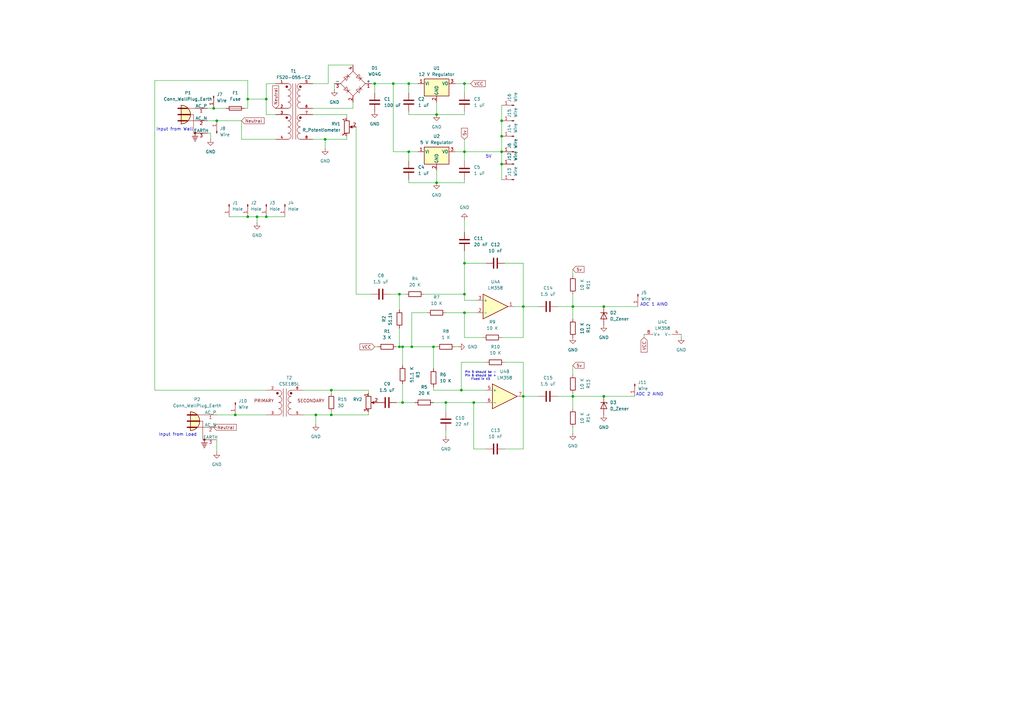
<source format=kicad_sch>
(kicad_sch
	(version 20231120)
	(generator "eeschema")
	(generator_version "8.0")
	(uuid "d0671030-7050-44ef-bba7-e16db74b68c2")
	(paper "A3")
	(lib_symbols
		(symbol "Amplifier_Operational:LM358"
			(pin_names
				(offset 0.127)
			)
			(exclude_from_sim no)
			(in_bom yes)
			(on_board yes)
			(property "Reference" "U"
				(at 0 5.08 0)
				(effects
					(font
						(size 1.27 1.27)
					)
					(justify left)
				)
			)
			(property "Value" "LM358"
				(at 0 -5.08 0)
				(effects
					(font
						(size 1.27 1.27)
					)
					(justify left)
				)
			)
			(property "Footprint" ""
				(at 0 0 0)
				(effects
					(font
						(size 1.27 1.27)
					)
					(hide yes)
				)
			)
			(property "Datasheet" "http://www.ti.com/lit/ds/symlink/lm2904-n.pdf"
				(at 0 0 0)
				(effects
					(font
						(size 1.27 1.27)
					)
					(hide yes)
				)
			)
			(property "Description" "Low-Power, Dual Operational Amplifiers, DIP-8/SOIC-8/TO-99-8"
				(at 0 0 0)
				(effects
					(font
						(size 1.27 1.27)
					)
					(hide yes)
				)
			)
			(property "ki_locked" ""
				(at 0 0 0)
				(effects
					(font
						(size 1.27 1.27)
					)
				)
			)
			(property "ki_keywords" "dual opamp"
				(at 0 0 0)
				(effects
					(font
						(size 1.27 1.27)
					)
					(hide yes)
				)
			)
			(property "ki_fp_filters" "SOIC*3.9x4.9mm*P1.27mm* DIP*W7.62mm* TO*99* OnSemi*Micro8* TSSOP*3x3mm*P0.65mm* TSSOP*4.4x3mm*P0.65mm* MSOP*3x3mm*P0.65mm* SSOP*3.9x4.9mm*P0.635mm* LFCSP*2x2mm*P0.5mm* *SIP* SOIC*5.3x6.2mm*P1.27mm*"
				(at 0 0 0)
				(effects
					(font
						(size 1.27 1.27)
					)
					(hide yes)
				)
			)
			(symbol "LM358_1_1"
				(polyline
					(pts
						(xy -5.08 5.08) (xy 5.08 0) (xy -5.08 -5.08) (xy -5.08 5.08)
					)
					(stroke
						(width 0.254)
						(type default)
					)
					(fill
						(type background)
					)
				)
				(pin output line
					(at 7.62 0 180)
					(length 2.54)
					(name "~"
						(effects
							(font
								(size 1.27 1.27)
							)
						)
					)
					(number "1"
						(effects
							(font
								(size 1.27 1.27)
							)
						)
					)
				)
				(pin input line
					(at -7.62 -2.54 0)
					(length 2.54)
					(name "-"
						(effects
							(font
								(size 1.27 1.27)
							)
						)
					)
					(number "2"
						(effects
							(font
								(size 1.27 1.27)
							)
						)
					)
				)
				(pin input line
					(at -7.62 2.54 0)
					(length 2.54)
					(name "+"
						(effects
							(font
								(size 1.27 1.27)
							)
						)
					)
					(number "3"
						(effects
							(font
								(size 1.27 1.27)
							)
						)
					)
				)
			)
			(symbol "LM358_2_1"
				(polyline
					(pts
						(xy -5.08 5.08) (xy 5.08 0) (xy -5.08 -5.08) (xy -5.08 5.08)
					)
					(stroke
						(width 0.254)
						(type default)
					)
					(fill
						(type background)
					)
				)
				(pin input line
					(at -7.62 2.54 0)
					(length 2.54)
					(name "+"
						(effects
							(font
								(size 1.27 1.27)
							)
						)
					)
					(number "5"
						(effects
							(font
								(size 1.27 1.27)
							)
						)
					)
				)
				(pin input line
					(at -7.62 -2.54 0)
					(length 2.54)
					(name "-"
						(effects
							(font
								(size 1.27 1.27)
							)
						)
					)
					(number "6"
						(effects
							(font
								(size 1.27 1.27)
							)
						)
					)
				)
				(pin output line
					(at 7.62 0 180)
					(length 2.54)
					(name "~"
						(effects
							(font
								(size 1.27 1.27)
							)
						)
					)
					(number "7"
						(effects
							(font
								(size 1.27 1.27)
							)
						)
					)
				)
			)
			(symbol "LM358_3_1"
				(pin power_in line
					(at -2.54 -7.62 90)
					(length 3.81)
					(name "V-"
						(effects
							(font
								(size 1.27 1.27)
							)
						)
					)
					(number "4"
						(effects
							(font
								(size 1.27 1.27)
							)
						)
					)
				)
				(pin power_in line
					(at -2.54 7.62 270)
					(length 3.81)
					(name "V+"
						(effects
							(font
								(size 1.27 1.27)
							)
						)
					)
					(number "8"
						(effects
							(font
								(size 1.27 1.27)
							)
						)
					)
				)
			)
		)
		(symbol "CSE185L:CSE185L"
			(pin_names
				(offset 1.016)
			)
			(exclude_from_sim no)
			(in_bom yes)
			(on_board yes)
			(property "Reference" "T"
				(at -5.0839 7.6279 0)
				(effects
					(font
						(size 1.27 1.27)
					)
					(justify left bottom)
				)
			)
			(property "Value" "CSE185L"
				(at -5.0814 -7.6227 0)
				(effects
					(font
						(size 1.27 1.27)
					)
					(justify left bottom)
				)
			)
			(property "Footprint" "CSE185L:XFMR_CSE185L"
				(at 0 0 0)
				(effects
					(font
						(size 1.27 1.27)
					)
					(justify bottom)
					(hide yes)
				)
			)
			(property "Datasheet" ""
				(at 0 0 0)
				(effects
					(font
						(size 1.27 1.27)
					)
					(hide yes)
				)
			)
			(property "Description" ""
				(at 0 0 0)
				(effects
					(font
						(size 1.27 1.27)
					)
					(hide yes)
				)
			)
			(property "PARTREV" "N/A"
				(at 0 0 0)
				(effects
					(font
						(size 1.27 1.27)
					)
					(justify bottom)
					(hide yes)
				)
			)
			(property "MANUFACTURER" "TRIAD"
				(at 0 0 0)
				(effects
					(font
						(size 1.27 1.27)
					)
					(justify bottom)
					(hide yes)
				)
			)
			(property "STANDARD" "Manufacturer Recommendation"
				(at 0 0 0)
				(effects
					(font
						(size 1.27 1.27)
					)
					(justify bottom)
					(hide yes)
				)
			)
			(symbol "CSE185L_0_0"
				(circle
					(center -3.048 3.81)
					(radius 0.254)
					(stroke
						(width 0.508)
						(type default)
					)
					(fill
						(type none)
					)
				)
				(arc
					(start -2.54 -5.08)
					(mid -1.2755 -3.81)
					(end -2.54 -2.54)
					(stroke
						(width 0.1524)
						(type default)
					)
					(fill
						(type none)
					)
				)
				(arc
					(start -2.54 -2.54)
					(mid -1.2755 -1.27)
					(end -2.54 0)
					(stroke
						(width 0.1524)
						(type default)
					)
					(fill
						(type none)
					)
				)
				(arc
					(start -2.54 0)
					(mid -1.2755 1.27)
					(end -2.54 2.54)
					(stroke
						(width 0.1524)
						(type default)
					)
					(fill
						(type none)
					)
				)
				(arc
					(start -2.54 2.54)
					(mid -1.2755 3.81)
					(end -2.54 5.08)
					(stroke
						(width 0.1524)
						(type default)
					)
					(fill
						(type none)
					)
				)
				(polyline
					(pts
						(xy -0.635 5.715) (xy -0.635 -5.715)
					)
					(stroke
						(width 0.1524)
						(type default)
					)
					(fill
						(type none)
					)
				)
				(polyline
					(pts
						(xy 0.635 5.715) (xy 0.635 -5.715)
					)
					(stroke
						(width 0.1524)
						(type default)
					)
					(fill
						(type none)
					)
				)
				(arc
					(start 2.54 -2.54)
					(mid 1.2755 -3.81)
					(end 2.54 -5.08)
					(stroke
						(width 0.1524)
						(type default)
					)
					(fill
						(type none)
					)
				)
				(arc
					(start 2.54 0)
					(mid 1.2755 -1.27)
					(end 2.54 -2.54)
					(stroke
						(width 0.1524)
						(type default)
					)
					(fill
						(type none)
					)
				)
				(arc
					(start 2.54 2.54)
					(mid 1.2755 1.27)
					(end 2.54 0)
					(stroke
						(width 0.1524)
						(type default)
					)
					(fill
						(type none)
					)
				)
				(circle
					(center 2.54 3.81)
					(radius 0.254)
					(stroke
						(width 0.508)
						(type default)
					)
					(fill
						(type none)
					)
				)
				(arc
					(start 2.54 5.08)
					(mid 1.2755 3.81)
					(end 2.54 2.54)
					(stroke
						(width 0.1524)
						(type default)
					)
					(fill
						(type none)
					)
				)
				(text "PRIMARY"
					(at -12.7 0 0)
					(effects
						(font
							(size 1.27 1.27)
						)
						(justify left bottom)
					)
				)
				(text "SECONDARY"
					(at 5.08 0 0)
					(effects
						(font
							(size 1.27 1.27)
						)
						(justify left bottom)
					)
				)
				(pin passive line
					(at -7.62 5.08 0)
					(length 5.08)
					(name "~"
						(effects
							(font
								(size 1.016 1.016)
							)
						)
					)
					(number "2"
						(effects
							(font
								(size 1.016 1.016)
							)
						)
					)
				)
				(pin passive line
					(at -7.62 -5.08 0)
					(length 5.08)
					(name "~"
						(effects
							(font
								(size 1.016 1.016)
							)
						)
					)
					(number "3"
						(effects
							(font
								(size 1.016 1.016)
							)
						)
					)
				)
				(pin passive line
					(at 7.62 -5.08 180)
					(length 5.08)
					(name "~"
						(effects
							(font
								(size 1.016 1.016)
							)
						)
					)
					(number "5"
						(effects
							(font
								(size 1.016 1.016)
							)
						)
					)
				)
				(pin passive line
					(at 7.62 5.08 180)
					(length 5.08)
					(name "~"
						(effects
							(font
								(size 1.016 1.016)
							)
						)
					)
					(number "8"
						(effects
							(font
								(size 1.016 1.016)
							)
						)
					)
				)
			)
		)
		(symbol "Connector:Conn_01x01_Pin"
			(pin_names
				(offset 1.016) hide)
			(exclude_from_sim no)
			(in_bom yes)
			(on_board yes)
			(property "Reference" "J"
				(at 0 2.54 0)
				(effects
					(font
						(size 1.27 1.27)
					)
				)
			)
			(property "Value" "Conn_01x01_Pin"
				(at 0 -2.54 0)
				(effects
					(font
						(size 1.27 1.27)
					)
				)
			)
			(property "Footprint" ""
				(at 0 0 0)
				(effects
					(font
						(size 1.27 1.27)
					)
					(hide yes)
				)
			)
			(property "Datasheet" "~"
				(at 0 0 0)
				(effects
					(font
						(size 1.27 1.27)
					)
					(hide yes)
				)
			)
			(property "Description" "Generic connector, single row, 01x01, script generated"
				(at 0 0 0)
				(effects
					(font
						(size 1.27 1.27)
					)
					(hide yes)
				)
			)
			(property "ki_locked" ""
				(at 0 0 0)
				(effects
					(font
						(size 1.27 1.27)
					)
				)
			)
			(property "ki_keywords" "connector"
				(at 0 0 0)
				(effects
					(font
						(size 1.27 1.27)
					)
					(hide yes)
				)
			)
			(property "ki_fp_filters" "Connector*:*_1x??_*"
				(at 0 0 0)
				(effects
					(font
						(size 1.27 1.27)
					)
					(hide yes)
				)
			)
			(symbol "Conn_01x01_Pin_1_1"
				(polyline
					(pts
						(xy 1.27 0) (xy 0.8636 0)
					)
					(stroke
						(width 0.1524)
						(type default)
					)
					(fill
						(type none)
					)
				)
				(rectangle
					(start 0.8636 0.127)
					(end 0 -0.127)
					(stroke
						(width 0.1524)
						(type default)
					)
					(fill
						(type outline)
					)
				)
				(pin passive line
					(at 5.08 0 180)
					(length 3.81)
					(name "Pin_1"
						(effects
							(font
								(size 1.27 1.27)
							)
						)
					)
					(number "1"
						(effects
							(font
								(size 1.27 1.27)
							)
						)
					)
				)
			)
		)
		(symbol "Connector:Conn_WallPlug_Earth"
			(pin_names
				(offset 0)
			)
			(exclude_from_sim no)
			(in_bom yes)
			(on_board yes)
			(property "Reference" "P"
				(at 0 3.81 0)
				(effects
					(font
						(size 1.27 1.27)
					)
					(justify bottom)
				)
			)
			(property "Value" "Conn_WallPlug_Earth"
				(at -5.08 0 90)
				(effects
					(font
						(size 1.27 1.27)
					)
					(justify bottom)
				)
			)
			(property "Footprint" ""
				(at 10.16 0 0)
				(effects
					(font
						(size 1.27 1.27)
					)
					(hide yes)
				)
			)
			(property "Datasheet" "~"
				(at 10.16 0 0)
				(effects
					(font
						(size 1.27 1.27)
					)
					(hide yes)
				)
			)
			(property "Description" "3-pin general wall plug, with Earth wire (110VAC, 220VAC)"
				(at 0 0 0)
				(effects
					(font
						(size 1.27 1.27)
					)
					(hide yes)
				)
			)
			(property "ki_keywords" "wall plug 110VAC 220VAC"
				(at 0 0 0)
				(effects
					(font
						(size 1.27 1.27)
					)
					(hide yes)
				)
			)
			(symbol "Conn_WallPlug_Earth_0_1"
				(arc
					(start -3.175 -3.81)
					(mid 0.6184 0)
					(end -3.175 3.81)
					(stroke
						(width 0.254)
						(type default)
					)
					(fill
						(type background)
					)
				)
				(polyline
					(pts
						(xy -4.445 -2.54) (xy -0.635 -2.54)
					)
					(stroke
						(width 0.508)
						(type default)
					)
					(fill
						(type none)
					)
				)
				(polyline
					(pts
						(xy -4.445 0) (xy 0.508 0)
					)
					(stroke
						(width 0.508)
						(type default)
					)
					(fill
						(type none)
					)
				)
				(polyline
					(pts
						(xy -4.445 2.54) (xy -0.635 2.54)
					)
					(stroke
						(width 0.508)
						(type default)
					)
					(fill
						(type none)
					)
				)
				(polyline
					(pts
						(xy -3.175 -3.81) (xy -3.175 3.81)
					)
					(stroke
						(width 0.254)
						(type default)
					)
					(fill
						(type none)
					)
				)
				(polyline
					(pts
						(xy -0.635 -2.54) (xy 2.54 -2.54)
					)
					(stroke
						(width 0)
						(type default)
					)
					(fill
						(type none)
					)
				)
				(polyline
					(pts
						(xy -0.635 2.54) (xy 2.54 2.54)
					)
					(stroke
						(width 0)
						(type default)
					)
					(fill
						(type none)
					)
				)
				(polyline
					(pts
						(xy 1.524 -9.398) (xy 3.556 -9.398)
					)
					(stroke
						(width 0.2032)
						(type default)
					)
					(fill
						(type none)
					)
				)
				(polyline
					(pts
						(xy 1.778 -9.906) (xy 3.302 -9.906)
					)
					(stroke
						(width 0.2032)
						(type default)
					)
					(fill
						(type none)
					)
				)
				(polyline
					(pts
						(xy 2.032 -10.414) (xy 3.048 -10.414)
					)
					(stroke
						(width 0.2032)
						(type default)
					)
					(fill
						(type none)
					)
				)
				(polyline
					(pts
						(xy 2.286 -10.922) (xy 2.794 -10.922)
					)
					(stroke
						(width 0.2032)
						(type default)
					)
					(fill
						(type none)
					)
				)
				(polyline
					(pts
						(xy 2.54 -7.62) (xy 2.54 -8.89)
					)
					(stroke
						(width 0.2032)
						(type default)
					)
					(fill
						(type none)
					)
				)
				(polyline
					(pts
						(xy 3.81 -8.89) (xy 1.27 -8.89)
					)
					(stroke
						(width 0.2032)
						(type default)
					)
					(fill
						(type none)
					)
				)
				(polyline
					(pts
						(xy 2.54 -7.62) (xy 1.905 -7.62) (xy 1.905 0) (xy -4.445 0)
					)
					(stroke
						(width 0)
						(type default)
					)
					(fill
						(type none)
					)
				)
				(circle
					(center 2.54 -7.62)
					(radius 0.3556)
					(stroke
						(width 0)
						(type default)
					)
					(fill
						(type outline)
					)
				)
			)
			(symbol "Conn_WallPlug_Earth_1_1"
				(pin power_out line
					(at 7.62 2.54 180)
					(length 5.08)
					(name "AC_P"
						(effects
							(font
								(size 1.27 1.27)
							)
						)
					)
					(number "1"
						(effects
							(font
								(size 1.27 1.27)
							)
						)
					)
				)
				(pin power_out line
					(at 7.62 -2.54 180)
					(length 5.08)
					(name "AC_N"
						(effects
							(font
								(size 1.27 1.27)
							)
						)
					)
					(number "2"
						(effects
							(font
								(size 1.27 1.27)
							)
						)
					)
				)
				(pin passive line
					(at 7.62 -7.62 180)
					(length 5.08)
					(name "EARTH"
						(effects
							(font
								(size 1.27 1.27)
							)
						)
					)
					(number "3"
						(effects
							(font
								(size 1.27 1.27)
							)
						)
					)
				)
			)
		)
		(symbol "Device:C"
			(pin_numbers hide)
			(pin_names
				(offset 0.254)
			)
			(exclude_from_sim no)
			(in_bom yes)
			(on_board yes)
			(property "Reference" "C"
				(at 0.635 2.54 0)
				(effects
					(font
						(size 1.27 1.27)
					)
					(justify left)
				)
			)
			(property "Value" "C"
				(at 0.635 -2.54 0)
				(effects
					(font
						(size 1.27 1.27)
					)
					(justify left)
				)
			)
			(property "Footprint" ""
				(at 0.9652 -3.81 0)
				(effects
					(font
						(size 1.27 1.27)
					)
					(hide yes)
				)
			)
			(property "Datasheet" "~"
				(at 0 0 0)
				(effects
					(font
						(size 1.27 1.27)
					)
					(hide yes)
				)
			)
			(property "Description" "Unpolarized capacitor"
				(at 0 0 0)
				(effects
					(font
						(size 1.27 1.27)
					)
					(hide yes)
				)
			)
			(property "ki_keywords" "cap capacitor"
				(at 0 0 0)
				(effects
					(font
						(size 1.27 1.27)
					)
					(hide yes)
				)
			)
			(property "ki_fp_filters" "C_*"
				(at 0 0 0)
				(effects
					(font
						(size 1.27 1.27)
					)
					(hide yes)
				)
			)
			(symbol "C_0_1"
				(polyline
					(pts
						(xy -2.032 -0.762) (xy 2.032 -0.762)
					)
					(stroke
						(width 0.508)
						(type default)
					)
					(fill
						(type none)
					)
				)
				(polyline
					(pts
						(xy -2.032 0.762) (xy 2.032 0.762)
					)
					(stroke
						(width 0.508)
						(type default)
					)
					(fill
						(type none)
					)
				)
			)
			(symbol "C_1_1"
				(pin passive line
					(at 0 3.81 270)
					(length 2.794)
					(name "~"
						(effects
							(font
								(size 1.27 1.27)
							)
						)
					)
					(number "1"
						(effects
							(font
								(size 1.27 1.27)
							)
						)
					)
				)
				(pin passive line
					(at 0 -3.81 90)
					(length 2.794)
					(name "~"
						(effects
							(font
								(size 1.27 1.27)
							)
						)
					)
					(number "2"
						(effects
							(font
								(size 1.27 1.27)
							)
						)
					)
				)
			)
		)
		(symbol "Device:D_Zener"
			(pin_numbers hide)
			(pin_names
				(offset 1.016) hide)
			(exclude_from_sim no)
			(in_bom yes)
			(on_board yes)
			(property "Reference" "D"
				(at 0 2.54 0)
				(effects
					(font
						(size 1.27 1.27)
					)
				)
			)
			(property "Value" "D_Zener"
				(at 0 -2.54 0)
				(effects
					(font
						(size 1.27 1.27)
					)
				)
			)
			(property "Footprint" ""
				(at 0 0 0)
				(effects
					(font
						(size 1.27 1.27)
					)
					(hide yes)
				)
			)
			(property "Datasheet" "~"
				(at 0 0 0)
				(effects
					(font
						(size 1.27 1.27)
					)
					(hide yes)
				)
			)
			(property "Description" "Zener diode"
				(at 0 0 0)
				(effects
					(font
						(size 1.27 1.27)
					)
					(hide yes)
				)
			)
			(property "ki_keywords" "diode"
				(at 0 0 0)
				(effects
					(font
						(size 1.27 1.27)
					)
					(hide yes)
				)
			)
			(property "ki_fp_filters" "TO-???* *_Diode_* *SingleDiode* D_*"
				(at 0 0 0)
				(effects
					(font
						(size 1.27 1.27)
					)
					(hide yes)
				)
			)
			(symbol "D_Zener_0_1"
				(polyline
					(pts
						(xy 1.27 0) (xy -1.27 0)
					)
					(stroke
						(width 0)
						(type default)
					)
					(fill
						(type none)
					)
				)
				(polyline
					(pts
						(xy -1.27 -1.27) (xy -1.27 1.27) (xy -0.762 1.27)
					)
					(stroke
						(width 0.254)
						(type default)
					)
					(fill
						(type none)
					)
				)
				(polyline
					(pts
						(xy 1.27 -1.27) (xy 1.27 1.27) (xy -1.27 0) (xy 1.27 -1.27)
					)
					(stroke
						(width 0.254)
						(type default)
					)
					(fill
						(type none)
					)
				)
			)
			(symbol "D_Zener_1_1"
				(pin passive line
					(at -3.81 0 0)
					(length 2.54)
					(name "K"
						(effects
							(font
								(size 1.27 1.27)
							)
						)
					)
					(number "1"
						(effects
							(font
								(size 1.27 1.27)
							)
						)
					)
				)
				(pin passive line
					(at 3.81 0 180)
					(length 2.54)
					(name "A"
						(effects
							(font
								(size 1.27 1.27)
							)
						)
					)
					(number "2"
						(effects
							(font
								(size 1.27 1.27)
							)
						)
					)
				)
			)
		)
		(symbol "Device:Fuse"
			(pin_numbers hide)
			(pin_names
				(offset 0)
			)
			(exclude_from_sim no)
			(in_bom yes)
			(on_board yes)
			(property "Reference" "F"
				(at 2.032 0 90)
				(effects
					(font
						(size 1.27 1.27)
					)
				)
			)
			(property "Value" "Fuse"
				(at -1.905 0 90)
				(effects
					(font
						(size 1.27 1.27)
					)
				)
			)
			(property "Footprint" ""
				(at -1.778 0 90)
				(effects
					(font
						(size 1.27 1.27)
					)
					(hide yes)
				)
			)
			(property "Datasheet" "~"
				(at 0 0 0)
				(effects
					(font
						(size 1.27 1.27)
					)
					(hide yes)
				)
			)
			(property "Description" "Fuse"
				(at 0 0 0)
				(effects
					(font
						(size 1.27 1.27)
					)
					(hide yes)
				)
			)
			(property "ki_keywords" "fuse"
				(at 0 0 0)
				(effects
					(font
						(size 1.27 1.27)
					)
					(hide yes)
				)
			)
			(property "ki_fp_filters" "*Fuse*"
				(at 0 0 0)
				(effects
					(font
						(size 1.27 1.27)
					)
					(hide yes)
				)
			)
			(symbol "Fuse_0_1"
				(rectangle
					(start -0.762 -2.54)
					(end 0.762 2.54)
					(stroke
						(width 0.254)
						(type default)
					)
					(fill
						(type none)
					)
				)
				(polyline
					(pts
						(xy 0 2.54) (xy 0 -2.54)
					)
					(stroke
						(width 0)
						(type default)
					)
					(fill
						(type none)
					)
				)
			)
			(symbol "Fuse_1_1"
				(pin passive line
					(at 0 3.81 270)
					(length 1.27)
					(name "~"
						(effects
							(font
								(size 1.27 1.27)
							)
						)
					)
					(number "1"
						(effects
							(font
								(size 1.27 1.27)
							)
						)
					)
				)
				(pin passive line
					(at 0 -3.81 90)
					(length 1.27)
					(name "~"
						(effects
							(font
								(size 1.27 1.27)
							)
						)
					)
					(number "2"
						(effects
							(font
								(size 1.27 1.27)
							)
						)
					)
				)
			)
		)
		(symbol "Device:R"
			(pin_numbers hide)
			(pin_names
				(offset 0)
			)
			(exclude_from_sim no)
			(in_bom yes)
			(on_board yes)
			(property "Reference" "R"
				(at 2.032 0 90)
				(effects
					(font
						(size 1.27 1.27)
					)
				)
			)
			(property "Value" "R"
				(at 0 0 90)
				(effects
					(font
						(size 1.27 1.27)
					)
				)
			)
			(property "Footprint" ""
				(at -1.778 0 90)
				(effects
					(font
						(size 1.27 1.27)
					)
					(hide yes)
				)
			)
			(property "Datasheet" "~"
				(at 0 0 0)
				(effects
					(font
						(size 1.27 1.27)
					)
					(hide yes)
				)
			)
			(property "Description" "Resistor"
				(at 0 0 0)
				(effects
					(font
						(size 1.27 1.27)
					)
					(hide yes)
				)
			)
			(property "ki_keywords" "R res resistor"
				(at 0 0 0)
				(effects
					(font
						(size 1.27 1.27)
					)
					(hide yes)
				)
			)
			(property "ki_fp_filters" "R_*"
				(at 0 0 0)
				(effects
					(font
						(size 1.27 1.27)
					)
					(hide yes)
				)
			)
			(symbol "R_0_1"
				(rectangle
					(start -1.016 -2.54)
					(end 1.016 2.54)
					(stroke
						(width 0.254)
						(type default)
					)
					(fill
						(type none)
					)
				)
			)
			(symbol "R_1_1"
				(pin passive line
					(at 0 3.81 270)
					(length 1.27)
					(name "~"
						(effects
							(font
								(size 1.27 1.27)
							)
						)
					)
					(number "1"
						(effects
							(font
								(size 1.27 1.27)
							)
						)
					)
				)
				(pin passive line
					(at 0 -3.81 90)
					(length 1.27)
					(name "~"
						(effects
							(font
								(size 1.27 1.27)
							)
						)
					)
					(number "2"
						(effects
							(font
								(size 1.27 1.27)
							)
						)
					)
				)
			)
		)
		(symbol "Device:R_Potentiometer"
			(pin_names
				(offset 1.016) hide)
			(exclude_from_sim no)
			(in_bom yes)
			(on_board yes)
			(property "Reference" "RV"
				(at -4.445 0 90)
				(effects
					(font
						(size 1.27 1.27)
					)
				)
			)
			(property "Value" "R_Potentiometer"
				(at -2.54 0 90)
				(effects
					(font
						(size 1.27 1.27)
					)
				)
			)
			(property "Footprint" ""
				(at 0 0 0)
				(effects
					(font
						(size 1.27 1.27)
					)
					(hide yes)
				)
			)
			(property "Datasheet" "~"
				(at 0 0 0)
				(effects
					(font
						(size 1.27 1.27)
					)
					(hide yes)
				)
			)
			(property "Description" "Potentiometer"
				(at 0 0 0)
				(effects
					(font
						(size 1.27 1.27)
					)
					(hide yes)
				)
			)
			(property "ki_keywords" "resistor variable"
				(at 0 0 0)
				(effects
					(font
						(size 1.27 1.27)
					)
					(hide yes)
				)
			)
			(property "ki_fp_filters" "Potentiometer*"
				(at 0 0 0)
				(effects
					(font
						(size 1.27 1.27)
					)
					(hide yes)
				)
			)
			(symbol "R_Potentiometer_0_1"
				(polyline
					(pts
						(xy 2.54 0) (xy 1.524 0)
					)
					(stroke
						(width 0)
						(type default)
					)
					(fill
						(type none)
					)
				)
				(polyline
					(pts
						(xy 1.143 0) (xy 2.286 0.508) (xy 2.286 -0.508) (xy 1.143 0)
					)
					(stroke
						(width 0)
						(type default)
					)
					(fill
						(type outline)
					)
				)
				(rectangle
					(start 1.016 2.54)
					(end -1.016 -2.54)
					(stroke
						(width 0.254)
						(type default)
					)
					(fill
						(type none)
					)
				)
			)
			(symbol "R_Potentiometer_1_1"
				(pin passive line
					(at 0 3.81 270)
					(length 1.27)
					(name "1"
						(effects
							(font
								(size 1.27 1.27)
							)
						)
					)
					(number "1"
						(effects
							(font
								(size 1.27 1.27)
							)
						)
					)
				)
				(pin passive line
					(at 3.81 0 180)
					(length 1.27)
					(name "2"
						(effects
							(font
								(size 1.27 1.27)
							)
						)
					)
					(number "2"
						(effects
							(font
								(size 1.27 1.27)
							)
						)
					)
				)
				(pin passive line
					(at 0 -3.81 90)
					(length 1.27)
					(name "3"
						(effects
							(font
								(size 1.27 1.27)
							)
						)
					)
					(number "3"
						(effects
							(font
								(size 1.27 1.27)
							)
						)
					)
				)
			)
		)
		(symbol "Diode_Bridge:W04G"
			(pin_names
				(offset 0)
			)
			(exclude_from_sim no)
			(in_bom yes)
			(on_board yes)
			(property "Reference" "D"
				(at 2.54 6.985 0)
				(effects
					(font
						(size 1.27 1.27)
					)
					(justify left)
				)
			)
			(property "Value" "W04G"
				(at 2.54 5.08 0)
				(effects
					(font
						(size 1.27 1.27)
					)
					(justify left)
				)
			)
			(property "Footprint" "Diode_THT:Diode_Bridge_Round_D9.8mm"
				(at 3.81 3.175 0)
				(effects
					(font
						(size 1.27 1.27)
					)
					(justify left)
					(hide yes)
				)
			)
			(property "Datasheet" "https://www.vishay.com/docs/88769/woo5g.pdf"
				(at 0 0 0)
				(effects
					(font
						(size 1.27 1.27)
					)
					(hide yes)
				)
			)
			(property "Description" "Glass Passivated Single-Phase Bridge Rectifier, 280V Vrms, 1.5A If, WOG package"
				(at 0 0 0)
				(effects
					(font
						(size 1.27 1.27)
					)
					(hide yes)
				)
			)
			(property "ki_keywords" "Bridge Rectifier acdc"
				(at 0 0 0)
				(effects
					(font
						(size 1.27 1.27)
					)
					(hide yes)
				)
			)
			(property "ki_fp_filters" "D*Bridge*Round*D9.8mm*"
				(at 0 0 0)
				(effects
					(font
						(size 1.27 1.27)
					)
					(hide yes)
				)
			)
			(symbol "W04G_0_1"
				(polyline
					(pts
						(xy -2.54 3.81) (xy -1.27 2.54)
					)
					(stroke
						(width 0)
						(type default)
					)
					(fill
						(type none)
					)
				)
				(polyline
					(pts
						(xy -1.27 -2.54) (xy -2.54 -3.81)
					)
					(stroke
						(width 0)
						(type default)
					)
					(fill
						(type none)
					)
				)
				(polyline
					(pts
						(xy 2.54 -1.27) (xy 3.81 -2.54)
					)
					(stroke
						(width 0)
						(type default)
					)
					(fill
						(type none)
					)
				)
				(polyline
					(pts
						(xy 2.54 1.27) (xy 3.81 2.54)
					)
					(stroke
						(width 0)
						(type default)
					)
					(fill
						(type none)
					)
				)
				(polyline
					(pts
						(xy -3.81 2.54) (xy -2.54 1.27) (xy -1.905 3.175) (xy -3.81 2.54)
					)
					(stroke
						(width 0)
						(type default)
					)
					(fill
						(type none)
					)
				)
				(polyline
					(pts
						(xy -2.54 -1.27) (xy -3.81 -2.54) (xy -1.905 -3.175) (xy -2.54 -1.27)
					)
					(stroke
						(width 0)
						(type default)
					)
					(fill
						(type none)
					)
				)
				(polyline
					(pts
						(xy 1.27 2.54) (xy 2.54 3.81) (xy 3.175 1.905) (xy 1.27 2.54)
					)
					(stroke
						(width 0)
						(type default)
					)
					(fill
						(type none)
					)
				)
				(polyline
					(pts
						(xy 3.175 -1.905) (xy 1.27 -2.54) (xy 2.54 -3.81) (xy 3.175 -1.905)
					)
					(stroke
						(width 0)
						(type default)
					)
					(fill
						(type none)
					)
				)
				(polyline
					(pts
						(xy -5.08 0) (xy 0 -5.08) (xy 5.08 0) (xy 0 5.08) (xy -5.08 0)
					)
					(stroke
						(width 0)
						(type default)
					)
					(fill
						(type none)
					)
				)
			)
			(symbol "W04G_1_1"
				(pin passive line
					(at 7.62 0 180)
					(length 2.54)
					(name "+"
						(effects
							(font
								(size 1.27 1.27)
							)
						)
					)
					(number "1"
						(effects
							(font
								(size 1.27 1.27)
							)
						)
					)
				)
				(pin passive line
					(at 0 -7.62 90)
					(length 2.54)
					(name "~"
						(effects
							(font
								(size 1.27 1.27)
							)
						)
					)
					(number "2"
						(effects
							(font
								(size 1.27 1.27)
							)
						)
					)
				)
				(pin passive line
					(at -7.62 0 0)
					(length 2.54)
					(name "-"
						(effects
							(font
								(size 1.27 1.27)
							)
						)
					)
					(number "3"
						(effects
							(font
								(size 1.27 1.27)
							)
						)
					)
				)
				(pin passive line
					(at 0 7.62 270)
					(length 2.54)
					(name "~"
						(effects
							(font
								(size 1.27 1.27)
							)
						)
					)
					(number "4"
						(effects
							(font
								(size 1.27 1.27)
							)
						)
					)
				)
			)
		)
		(symbol "FS20-055-C2:FS20-055-C2"
			(pin_names
				(offset 1.016)
			)
			(exclude_from_sim no)
			(in_bom yes)
			(on_board yes)
			(property "Reference" "T"
				(at -5.0839 12.7079 0)
				(effects
					(font
						(size 1.27 1.27)
					)
					(justify left bottom)
				)
			)
			(property "Value" "FS20-055-C2"
				(at -5.0814 -15.2427 0)
				(effects
					(font
						(size 1.27 1.27)
					)
					(justify left bottom)
				)
			)
			(property "Footprint" "FS20-055-C2:XFMR_FS20-055-C2"
				(at 0 0 0)
				(effects
					(font
						(size 1.27 1.27)
					)
					(justify bottom)
					(hide yes)
				)
			)
			(property "Datasheet" ""
				(at 0 0 0)
				(effects
					(font
						(size 1.27 1.27)
					)
					(hide yes)
				)
			)
			(property "Description" ""
				(at 0 0 0)
				(effects
					(font
						(size 1.27 1.27)
					)
					(hide yes)
				)
			)
			(property "PARTREV" "N/A"
				(at 0 0 0)
				(effects
					(font
						(size 1.27 1.27)
					)
					(justify bottom)
					(hide yes)
				)
			)
			(property "STANDARD" "Manufacturer Recommendations"
				(at 0 0 0)
				(effects
					(font
						(size 1.27 1.27)
					)
					(justify bottom)
					(hide yes)
				)
			)
			(property "MANUFACTURER" "Triad Magnetics"
				(at 0 0 0)
				(effects
					(font
						(size 1.27 1.27)
					)
					(justify bottom)
					(hide yes)
				)
			)
			(symbol "FS20-055-C2_0_0"
				(circle
					(center -3.048 -3.81)
					(radius 0.254)
					(stroke
						(width 0.508)
						(type default)
					)
					(fill
						(type none)
					)
				)
				(circle
					(center -3.048 8.89)
					(radius 0.254)
					(stroke
						(width 0.508)
						(type default)
					)
					(fill
						(type none)
					)
				)
				(arc
					(start -2.54 -12.7)
					(mid -1.2755 -11.43)
					(end -2.54 -10.16)
					(stroke
						(width 0.1524)
						(type default)
					)
					(fill
						(type none)
					)
				)
				(arc
					(start -2.54 -10.16)
					(mid -1.2755 -8.89)
					(end -2.54 -7.62)
					(stroke
						(width 0.1524)
						(type default)
					)
					(fill
						(type none)
					)
				)
				(arc
					(start -2.54 -7.62)
					(mid -1.2755 -6.35)
					(end -2.54 -5.08)
					(stroke
						(width 0.1524)
						(type default)
					)
					(fill
						(type none)
					)
				)
				(arc
					(start -2.54 -5.08)
					(mid -1.2755 -3.81)
					(end -2.54 -2.54)
					(stroke
						(width 0.1524)
						(type default)
					)
					(fill
						(type none)
					)
				)
				(arc
					(start -2.54 0)
					(mid -1.2755 1.27)
					(end -2.54 2.54)
					(stroke
						(width 0.1524)
						(type default)
					)
					(fill
						(type none)
					)
				)
				(arc
					(start -2.54 2.54)
					(mid -1.2755 3.81)
					(end -2.54 5.08)
					(stroke
						(width 0.1524)
						(type default)
					)
					(fill
						(type none)
					)
				)
				(arc
					(start -2.54 5.08)
					(mid -1.2755 6.35)
					(end -2.54 7.62)
					(stroke
						(width 0.1524)
						(type default)
					)
					(fill
						(type none)
					)
				)
				(arc
					(start -2.54 7.62)
					(mid -1.2755 8.89)
					(end -2.54 10.16)
					(stroke
						(width 0.1524)
						(type default)
					)
					(fill
						(type none)
					)
				)
				(polyline
					(pts
						(xy -0.635 10.16) (xy -0.635 -12.7)
					)
					(stroke
						(width 0.1524)
						(type default)
					)
					(fill
						(type none)
					)
				)
				(polyline
					(pts
						(xy 0.635 10.16) (xy 0.635 -12.7)
					)
					(stroke
						(width 0.1524)
						(type default)
					)
					(fill
						(type none)
					)
				)
				(arc
					(start 2.54 -10.16)
					(mid 1.2755 -11.43)
					(end 2.54 -12.7)
					(stroke
						(width 0.1524)
						(type default)
					)
					(fill
						(type none)
					)
				)
				(arc
					(start 2.54 -7.62)
					(mid 1.2755 -8.89)
					(end 2.54 -10.16)
					(stroke
						(width 0.1524)
						(type default)
					)
					(fill
						(type none)
					)
				)
				(arc
					(start 2.54 -5.08)
					(mid 1.2755 -6.35)
					(end 2.54 -7.62)
					(stroke
						(width 0.1524)
						(type default)
					)
					(fill
						(type none)
					)
				)
				(circle
					(center 2.54 -3.81)
					(radius 0.254)
					(stroke
						(width 0.508)
						(type default)
					)
					(fill
						(type none)
					)
				)
				(arc
					(start 2.54 -2.54)
					(mid 1.2755 -3.81)
					(end 2.54 -5.08)
					(stroke
						(width 0.1524)
						(type default)
					)
					(fill
						(type none)
					)
				)
				(arc
					(start 2.54 2.54)
					(mid 1.2755 1.27)
					(end 2.54 0)
					(stroke
						(width 0.1524)
						(type default)
					)
					(fill
						(type none)
					)
				)
				(arc
					(start 2.54 5.08)
					(mid 1.2755 3.81)
					(end 2.54 2.54)
					(stroke
						(width 0.1524)
						(type default)
					)
					(fill
						(type none)
					)
				)
				(arc
					(start 2.54 7.62)
					(mid 1.2755 6.35)
					(end 2.54 5.08)
					(stroke
						(width 0.1524)
						(type default)
					)
					(fill
						(type none)
					)
				)
				(circle
					(center 2.54 8.89)
					(radius 0.254)
					(stroke
						(width 0.508)
						(type default)
					)
					(fill
						(type none)
					)
				)
				(arc
					(start 2.54 10.16)
					(mid 1.2755 8.89)
					(end 2.54 7.62)
					(stroke
						(width 0.1524)
						(type default)
					)
					(fill
						(type none)
					)
				)
				(pin passive line
					(at -7.62 10.16 0)
					(length 5.08)
					(name "~"
						(effects
							(font
								(size 1.016 1.016)
							)
						)
					)
					(number "1"
						(effects
							(font
								(size 1.016 1.016)
							)
						)
					)
				)
				(pin passive line
					(at -7.62 0 0)
					(length 5.08)
					(name "~"
						(effects
							(font
								(size 1.016 1.016)
							)
						)
					)
					(number "2"
						(effects
							(font
								(size 1.016 1.016)
							)
						)
					)
				)
				(pin passive line
					(at -7.62 -2.54 0)
					(length 5.08)
					(name "~"
						(effects
							(font
								(size 1.016 1.016)
							)
						)
					)
					(number "3"
						(effects
							(font
								(size 1.016 1.016)
							)
						)
					)
				)
				(pin passive line
					(at -7.62 -12.7 0)
					(length 5.08)
					(name "~"
						(effects
							(font
								(size 1.016 1.016)
							)
						)
					)
					(number "4"
						(effects
							(font
								(size 1.016 1.016)
							)
						)
					)
				)
				(pin passive line
					(at 7.62 10.16 180)
					(length 5.08)
					(name "~"
						(effects
							(font
								(size 1.016 1.016)
							)
						)
					)
					(number "5"
						(effects
							(font
								(size 1.016 1.016)
							)
						)
					)
				)
				(pin passive line
					(at 7.62 0 180)
					(length 5.08)
					(name "~"
						(effects
							(font
								(size 1.016 1.016)
							)
						)
					)
					(number "6"
						(effects
							(font
								(size 1.016 1.016)
							)
						)
					)
				)
				(pin passive line
					(at 7.62 -2.54 180)
					(length 5.08)
					(name "~"
						(effects
							(font
								(size 1.016 1.016)
							)
						)
					)
					(number "7"
						(effects
							(font
								(size 1.016 1.016)
							)
						)
					)
				)
				(pin passive line
					(at 7.62 -12.7 180)
					(length 5.08)
					(name "~"
						(effects
							(font
								(size 1.016 1.016)
							)
						)
					)
					(number "8"
						(effects
							(font
								(size 1.016 1.016)
							)
						)
					)
				)
			)
		)
		(symbol "Regulator_Linear:LF15_TO220"
			(pin_names
				(offset 0.254)
			)
			(exclude_from_sim no)
			(in_bom yes)
			(on_board yes)
			(property "Reference" "U"
				(at -3.81 3.175 0)
				(effects
					(font
						(size 1.27 1.27)
					)
				)
			)
			(property "Value" "LF15_TO220"
				(at 0 3.175 0)
				(effects
					(font
						(size 1.27 1.27)
					)
					(justify left)
				)
			)
			(property "Footprint" "Package_TO_SOT_THT:TO-220-3_Vertical"
				(at 0 5.715 0)
				(effects
					(font
						(size 1.27 1.27)
						(italic yes)
					)
					(hide yes)
				)
			)
			(property "Datasheet" "http://www.st.com/content/ccc/resource/technical/document/datasheet/c4/0e/7e/2a/be/bc/4c/bd/CD00000546.pdf/files/CD00000546.pdf/jcr:content/translations/en.CD00000546.pdf"
				(at 0 -1.27 0)
				(effects
					(font
						(size 1.27 1.27)
					)
					(hide yes)
				)
			)
			(property "Description" "Low-drop Voltage Regulator, Io up to 500mA, Fixed Vo 1.5V, TO-220"
				(at 0 0 0)
				(effects
					(font
						(size 1.27 1.27)
					)
					(hide yes)
				)
			)
			(property "ki_keywords" "LDO regulator voltage"
				(at 0 0 0)
				(effects
					(font
						(size 1.27 1.27)
					)
					(hide yes)
				)
			)
			(property "ki_fp_filters" "TO?220*"
				(at 0 0 0)
				(effects
					(font
						(size 1.27 1.27)
					)
					(hide yes)
				)
			)
			(symbol "LF15_TO220_0_1"
				(rectangle
					(start -5.08 1.905)
					(end 5.08 -5.08)
					(stroke
						(width 0.254)
						(type default)
					)
					(fill
						(type background)
					)
				)
			)
			(symbol "LF15_TO220_1_1"
				(pin power_in line
					(at -7.62 0 0)
					(length 2.54)
					(name "VI"
						(effects
							(font
								(size 1.27 1.27)
							)
						)
					)
					(number "1"
						(effects
							(font
								(size 1.27 1.27)
							)
						)
					)
				)
				(pin power_in line
					(at 0 -7.62 90)
					(length 2.54)
					(name "GND"
						(effects
							(font
								(size 1.27 1.27)
							)
						)
					)
					(number "2"
						(effects
							(font
								(size 1.27 1.27)
							)
						)
					)
				)
				(pin power_out line
					(at 7.62 0 180)
					(length 2.54)
					(name "VO"
						(effects
							(font
								(size 1.27 1.27)
							)
						)
					)
					(number "3"
						(effects
							(font
								(size 1.27 1.27)
							)
						)
					)
				)
			)
		)
		(symbol "power:GND"
			(power)
			(pin_numbers hide)
			(pin_names
				(offset 0) hide)
			(exclude_from_sim no)
			(in_bom yes)
			(on_board yes)
			(property "Reference" "#PWR"
				(at 0 -6.35 0)
				(effects
					(font
						(size 1.27 1.27)
					)
					(hide yes)
				)
			)
			(property "Value" "GND"
				(at 0 -3.81 0)
				(effects
					(font
						(size 1.27 1.27)
					)
				)
			)
			(property "Footprint" ""
				(at 0 0 0)
				(effects
					(font
						(size 1.27 1.27)
					)
					(hide yes)
				)
			)
			(property "Datasheet" ""
				(at 0 0 0)
				(effects
					(font
						(size 1.27 1.27)
					)
					(hide yes)
				)
			)
			(property "Description" "Power symbol creates a global label with name \"GND\" , ground"
				(at 0 0 0)
				(effects
					(font
						(size 1.27 1.27)
					)
					(hide yes)
				)
			)
			(property "ki_keywords" "global power"
				(at 0 0 0)
				(effects
					(font
						(size 1.27 1.27)
					)
					(hide yes)
				)
			)
			(symbol "GND_0_1"
				(polyline
					(pts
						(xy 0 0) (xy 0 -1.27) (xy 1.27 -1.27) (xy 0 -2.54) (xy -1.27 -1.27) (xy 0 -1.27)
					)
					(stroke
						(width 0)
						(type default)
					)
					(fill
						(type none)
					)
				)
			)
			(symbol "GND_1_1"
				(pin power_in line
					(at 0 0 270)
					(length 0)
					(name "~"
						(effects
							(font
								(size 1.27 1.27)
							)
						)
					)
					(number "1"
						(effects
							(font
								(size 1.27 1.27)
							)
						)
					)
				)
			)
		)
	)
	(junction
		(at 87.63 44.45)
		(diameter 0)
		(color 0 0 0 0)
		(uuid "0a09f074-64eb-4c00-8837-020378d3eb28")
	)
	(junction
		(at 109.22 88.9)
		(diameter 0)
		(color 0 0 0 0)
		(uuid "14167e5d-8545-4e4a-a3ab-cfa7485e035a")
	)
	(junction
		(at 234.95 125.73)
		(diameter 0)
		(color 0 0 0 0)
		(uuid "1a2b86c4-8295-4bab-9a52-53df883afb4f")
	)
	(junction
		(at 189.23 160.02)
		(diameter 0)
		(color 0 0 0 0)
		(uuid "210877b1-9324-40de-a2ba-bd4158c7daf3")
	)
	(junction
		(at 247.65 125.73)
		(diameter 0)
		(color 0 0 0 0)
		(uuid "2869b601-093e-4b92-ac57-57caa7686bc8")
	)
	(junction
		(at 234.95 162.56)
		(diameter 0)
		(color 0 0 0 0)
		(uuid "3631c7d3-c2d6-4837-ab34-433d4fb36e71")
	)
	(junction
		(at 96.52 170.18)
		(diameter 0)
		(color 0 0 0 0)
		(uuid "379db3fc-c44f-41a2-9d83-33b8a19307cb")
	)
	(junction
		(at 182.88 165.1)
		(diameter 0)
		(color 0 0 0 0)
		(uuid "37b8c973-a064-4531-9bb6-a92497c98861")
	)
	(junction
		(at 163.83 142.24)
		(diameter 0)
		(color 0 0 0 0)
		(uuid "3ef50e80-7eb8-4efd-9469-38b61085e985")
	)
	(junction
		(at 205.74 55.88)
		(diameter 0)
		(color 0 0 0 0)
		(uuid "414ba145-35b3-4456-9c27-3bc78922d5e2")
	)
	(junction
		(at 165.1 142.24)
		(diameter 0)
		(color 0 0 0 0)
		(uuid "4586ded5-0316-4358-a8c4-9eeb13f3e435")
	)
	(junction
		(at 205.74 67.31)
		(diameter 0)
		(color 0 0 0 0)
		(uuid "4705a437-d58f-4646-974b-f802baca44c6")
	)
	(junction
		(at 177.8 142.24)
		(diameter 0)
		(color 0 0 0 0)
		(uuid "47a6c784-3453-42a2-9751-652ac02f35c2")
	)
	(junction
		(at 165.1 165.1)
		(diameter 0)
		(color 0 0 0 0)
		(uuid "4c725b9b-6196-4ce7-b0a0-0443141abad9")
	)
	(junction
		(at 190.5 62.23)
		(diameter 0)
		(color 0 0 0 0)
		(uuid "4f2a609b-025e-4cdc-9b20-510f23336d12")
	)
	(junction
		(at 190.5 107.95)
		(diameter 0)
		(color 0 0 0 0)
		(uuid "547f2937-99cb-4957-adf4-bfc892d43cb6")
	)
	(junction
		(at 163.83 120.65)
		(diameter 0)
		(color 0 0 0 0)
		(uuid "59bb464d-4b3d-4022-b714-668a3d70371c")
	)
	(junction
		(at 101.6 40.64)
		(diameter 0)
		(color 0 0 0 0)
		(uuid "5c3ffbad-ebc5-4de0-b195-fad409f8a0f6")
	)
	(junction
		(at 190.5 34.29)
		(diameter 0)
		(color 0 0 0 0)
		(uuid "6b634032-ecc2-44fd-a74d-268b9a61ca69")
	)
	(junction
		(at 88.9 49.53)
		(diameter 0)
		(color 0 0 0 0)
		(uuid "6cb2f667-2d50-4534-b103-6358b190a707")
	)
	(junction
		(at 190.5 120.65)
		(diameter 0)
		(color 0 0 0 0)
		(uuid "73a4cddd-b585-47a8-891a-b87f982b0785")
	)
	(junction
		(at 109.22 40.64)
		(diameter 0)
		(color 0 0 0 0)
		(uuid "773ee4a4-2b4d-4404-8429-7b64a0c82da8")
	)
	(junction
		(at 129.54 170.18)
		(diameter 0)
		(color 0 0 0 0)
		(uuid "780a31a1-0f11-44ad-89d9-ce3ea4fce1bc")
	)
	(junction
		(at 161.29 34.29)
		(diameter 0)
		(color 0 0 0 0)
		(uuid "7b49e318-67ba-4f62-bdba-9195c606ddc1")
	)
	(junction
		(at 194.31 165.1)
		(diameter 0)
		(color 0 0 0 0)
		(uuid "90641d49-5ad0-4775-9a7d-f649dccc8037")
	)
	(junction
		(at 214.63 125.73)
		(diameter 0)
		(color 0 0 0 0)
		(uuid "93b5bbcb-eb0f-4f13-87cd-0c3c96ace614")
	)
	(junction
		(at 133.35 57.15)
		(diameter 0)
		(color 0 0 0 0)
		(uuid "977ccc8a-8127-43aa-b6fd-e655e2a07839")
	)
	(junction
		(at 101.6 88.9)
		(diameter 0)
		(color 0 0 0 0)
		(uuid "9a6b30ad-ce60-4dfe-8195-5235d6820caf")
	)
	(junction
		(at 167.64 34.29)
		(diameter 0)
		(color 0 0 0 0)
		(uuid "a124fee0-97ff-4e36-b52a-e43ca232e871")
	)
	(junction
		(at 168.91 142.24)
		(diameter 0)
		(color 0 0 0 0)
		(uuid "a17f9fdd-7079-4393-b23c-4ba1b57abdfa")
	)
	(junction
		(at 179.07 74.93)
		(diameter 0)
		(color 0 0 0 0)
		(uuid "a1d4d807-4a7f-4608-8323-274b8dd2becd")
	)
	(junction
		(at 205.74 62.23)
		(diameter 0)
		(color 0 0 0 0)
		(uuid "a43e4790-5c5b-4942-a22f-f194b8ea5e51")
	)
	(junction
		(at 205.74 49.53)
		(diameter 0)
		(color 0 0 0 0)
		(uuid "a5ec712f-a7ed-4f09-becf-f74ca3b36736")
	)
	(junction
		(at 135.89 160.02)
		(diameter 0)
		(color 0 0 0 0)
		(uuid "b72f51e5-6998-4b44-a375-65265a8d5687")
	)
	(junction
		(at 105.41 88.9)
		(diameter 0)
		(color 0 0 0 0)
		(uuid "ba112297-bfb6-4c65-bef0-3e60dc6f662b")
	)
	(junction
		(at 214.63 162.56)
		(diameter 0)
		(color 0 0 0 0)
		(uuid "bf8c5f21-b185-442e-b6a3-16d3b615fd4b")
	)
	(junction
		(at 167.64 62.23)
		(diameter 0)
		(color 0 0 0 0)
		(uuid "c7c2d363-b942-4b63-8905-c65aef4260d6")
	)
	(junction
		(at 153.67 34.29)
		(diameter 0)
		(color 0 0 0 0)
		(uuid "cc45848d-5226-4dc6-9604-2a1c1df0c2e3")
	)
	(junction
		(at 135.89 170.18)
		(diameter 0)
		(color 0 0 0 0)
		(uuid "d0cc6605-771f-4e59-98f4-a501bd7765c9")
	)
	(junction
		(at 190.5 128.27)
		(diameter 0)
		(color 0 0 0 0)
		(uuid "dc8f54dd-46ee-4dfc-a785-c2dd9932c523")
	)
	(junction
		(at 247.65 162.56)
		(diameter 0)
		(color 0 0 0 0)
		(uuid "de9c28d5-048c-43d4-a70f-c01a3fe7e3fe")
	)
	(junction
		(at 179.07 46.99)
		(diameter 0)
		(color 0 0 0 0)
		(uuid "e63ff95d-db6b-4af3-b839-3bdb1714ffc7")
	)
	(wire
		(pts
			(xy 234.95 110.49) (xy 234.95 113.03)
		)
		(stroke
			(width 0)
			(type default)
		)
		(uuid "013c55ad-d6cd-4c98-b5d2-1c3164151bbe")
	)
	(wire
		(pts
			(xy 163.83 134.62) (xy 163.83 142.24)
		)
		(stroke
			(width 0)
			(type default)
		)
		(uuid "0498620c-9f84-43b1-8b77-34a0d29770c5")
	)
	(wire
		(pts
			(xy 160.02 120.65) (xy 163.83 120.65)
		)
		(stroke
			(width 0)
			(type default)
		)
		(uuid "0758843d-edc7-43a8-9e20-ccf3ef4c0178")
	)
	(wire
		(pts
			(xy 179.07 41.91) (xy 179.07 46.99)
		)
		(stroke
			(width 0)
			(type default)
		)
		(uuid "08bec6d6-a91e-4f35-96e7-06539cb3460b")
	)
	(wire
		(pts
			(xy 88.9 180.34) (xy 88.9 185.42)
		)
		(stroke
			(width 0)
			(type default)
		)
		(uuid "08c59f48-cd43-421e-a2db-7a1d1162f4be")
	)
	(wire
		(pts
			(xy 99.06 49.53) (xy 99.06 57.15)
		)
		(stroke
			(width 0)
			(type default)
		)
		(uuid "0960788e-dbfc-461d-b90e-dfe77e44d050")
	)
	(wire
		(pts
			(xy 190.5 62.23) (xy 186.69 62.23)
		)
		(stroke
			(width 0)
			(type default)
		)
		(uuid "0b495301-5874-4ef9-86c6-c38da8ce548f")
	)
	(wire
		(pts
			(xy 182.88 165.1) (xy 194.31 165.1)
		)
		(stroke
			(width 0)
			(type default)
		)
		(uuid "0d26f70c-b258-4855-9c2e-00dd9dfc14d2")
	)
	(wire
		(pts
			(xy 214.63 107.95) (xy 207.01 107.95)
		)
		(stroke
			(width 0)
			(type default)
		)
		(uuid "1605caaa-4fdf-449c-92f3-f4d381462cea")
	)
	(wire
		(pts
			(xy 234.95 162.56) (xy 247.65 162.56)
		)
		(stroke
			(width 0)
			(type default)
		)
		(uuid "16501457-d39c-4070-858b-d8b27c7675c1")
	)
	(wire
		(pts
			(xy 88.9 175.26) (xy 87.63 175.26)
		)
		(stroke
			(width 0)
			(type default)
		)
		(uuid "169f2cdb-5d04-43cb-8ea7-6d2ea28469a0")
	)
	(wire
		(pts
			(xy 85.09 44.45) (xy 87.63 44.45)
		)
		(stroke
			(width 0)
			(type default)
		)
		(uuid "1a13de76-529f-4963-88e5-7ea49c09da58")
	)
	(wire
		(pts
			(xy 189.23 160.02) (xy 189.23 148.59)
		)
		(stroke
			(width 0)
			(type default)
		)
		(uuid "1a72b609-4567-467d-855f-b8edbb45eec8")
	)
	(wire
		(pts
			(xy 194.31 165.1) (xy 199.39 165.1)
		)
		(stroke
			(width 0)
			(type default)
		)
		(uuid "1c2ede5a-bb37-44f0-acf0-1ade78a12461")
	)
	(wire
		(pts
			(xy 96.52 170.18) (xy 109.22 170.18)
		)
		(stroke
			(width 0)
			(type default)
		)
		(uuid "1c6c57f1-9c82-4632-9b4b-ea9d3b16cf72")
	)
	(wire
		(pts
			(xy 109.22 88.9) (xy 116.84 88.9)
		)
		(stroke
			(width 0)
			(type default)
		)
		(uuid "1d2baccb-c005-41ba-9bd5-466496042f75")
	)
	(wire
		(pts
			(xy 161.29 62.23) (xy 167.64 62.23)
		)
		(stroke
			(width 0)
			(type default)
		)
		(uuid "1dce6b28-120c-4c95-bd0a-470f8fbd7d93")
	)
	(wire
		(pts
			(xy 101.6 33.02) (xy 63.5 33.02)
		)
		(stroke
			(width 0)
			(type default)
		)
		(uuid "1e79c105-c03d-4a2b-8887-660f0730d657")
	)
	(wire
		(pts
			(xy 234.95 162.56) (xy 234.95 167.64)
		)
		(stroke
			(width 0)
			(type default)
		)
		(uuid "1fd4ff1c-8739-430f-9334-d61ca48856e7")
	)
	(wire
		(pts
			(xy 105.41 88.9) (xy 105.41 91.44)
		)
		(stroke
			(width 0)
			(type default)
		)
		(uuid "21a738b5-fed4-4415-92e3-83fca9500257")
	)
	(wire
		(pts
			(xy 151.13 160.02) (xy 151.13 161.29)
		)
		(stroke
			(width 0)
			(type default)
		)
		(uuid "21d7b2f8-eaa8-4a11-a136-a7520a39f2c0")
	)
	(wire
		(pts
			(xy 85.09 54.61) (xy 86.36 54.61)
		)
		(stroke
			(width 0)
			(type default)
		)
		(uuid "2433ddea-1835-4d55-8970-99c3bd07863d")
	)
	(wire
		(pts
			(xy 182.88 128.27) (xy 190.5 128.27)
		)
		(stroke
			(width 0)
			(type default)
		)
		(uuid "24f11fd3-a052-402a-8b55-c8f6ef61d17b")
	)
	(wire
		(pts
			(xy 137.16 34.29) (xy 137.16 36.83)
		)
		(stroke
			(width 0)
			(type default)
		)
		(uuid "290cda86-61b0-4c91-8c59-cc3e2d21aadb")
	)
	(wire
		(pts
			(xy 214.63 138.43) (xy 214.63 125.73)
		)
		(stroke
			(width 0)
			(type default)
		)
		(uuid "2a7eded7-7cca-4a42-8022-c314387d7ecc")
	)
	(wire
		(pts
			(xy 167.64 74.93) (xy 167.64 73.66)
		)
		(stroke
			(width 0)
			(type default)
		)
		(uuid "2c42d7af-139f-48ad-b227-6c640327916a")
	)
	(wire
		(pts
			(xy 234.95 161.29) (xy 234.95 162.56)
		)
		(stroke
			(width 0)
			(type default)
		)
		(uuid "2f6c341c-796b-4c22-9de9-ac47f123623f")
	)
	(wire
		(pts
			(xy 205.74 138.43) (xy 214.63 138.43)
		)
		(stroke
			(width 0)
			(type default)
		)
		(uuid "2fc12f56-fb0d-4a25-9c37-94fd3875ca9f")
	)
	(wire
		(pts
			(xy 161.29 34.29) (xy 161.29 62.23)
		)
		(stroke
			(width 0)
			(type default)
		)
		(uuid "30822d9a-89de-4c2e-a0c8-1b2b1e91fce8")
	)
	(wire
		(pts
			(xy 167.64 46.99) (xy 167.64 45.72)
		)
		(stroke
			(width 0)
			(type default)
		)
		(uuid "31d3ca24-e63b-446f-8642-4dcf6ce2b86d")
	)
	(wire
		(pts
			(xy 124.46 160.02) (xy 135.89 160.02)
		)
		(stroke
			(width 0)
			(type default)
		)
		(uuid "32cdc5de-f945-48d6-8559-7188c0ffe18b")
	)
	(wire
		(pts
			(xy 190.5 90.17) (xy 190.5 95.25)
		)
		(stroke
			(width 0)
			(type default)
		)
		(uuid "33998eb8-f93c-40eb-85b2-17b31fc449a7")
	)
	(wire
		(pts
			(xy 190.5 62.23) (xy 205.74 62.23)
		)
		(stroke
			(width 0)
			(type default)
		)
		(uuid "39c618b1-8509-4c56-b5a1-26f97f628bfd")
	)
	(wire
		(pts
			(xy 163.83 120.65) (xy 163.83 127)
		)
		(stroke
			(width 0)
			(type default)
		)
		(uuid "39d6d726-b0d0-4cfa-9a96-7e1c64f68e64")
	)
	(wire
		(pts
			(xy 207.01 184.15) (xy 214.63 184.15)
		)
		(stroke
			(width 0)
			(type default)
		)
		(uuid "3b9cd9a2-89a4-438d-8319-c8e31d9efb7f")
	)
	(wire
		(pts
			(xy 63.5 33.02) (xy 63.5 160.02)
		)
		(stroke
			(width 0)
			(type default)
		)
		(uuid "3cc9776b-e888-480f-917d-bb12ac1cb2ea")
	)
	(wire
		(pts
			(xy 167.64 46.99) (xy 179.07 46.99)
		)
		(stroke
			(width 0)
			(type default)
		)
		(uuid "40d3136e-8b69-4787-8b3f-9f3ab8effe49")
	)
	(wire
		(pts
			(xy 179.07 69.85) (xy 179.07 74.93)
		)
		(stroke
			(width 0)
			(type default)
		)
		(uuid "41c25874-8ae7-45f1-8016-1a6a5100a33e")
	)
	(wire
		(pts
			(xy 135.89 170.18) (xy 129.54 170.18)
		)
		(stroke
			(width 0)
			(type default)
		)
		(uuid "4398c10e-7aab-4eb7-b4f7-5b965d296504")
	)
	(wire
		(pts
			(xy 190.5 46.99) (xy 190.5 45.72)
		)
		(stroke
			(width 0)
			(type default)
		)
		(uuid "44f0f299-7819-426b-aa55-ed982d41a4f1")
	)
	(wire
		(pts
			(xy 135.89 168.91) (xy 135.89 170.18)
		)
		(stroke
			(width 0)
			(type default)
		)
		(uuid "44f9bfed-fdb3-4aed-a4db-f9cb84a34ade")
	)
	(wire
		(pts
			(xy 167.64 62.23) (xy 167.64 66.04)
		)
		(stroke
			(width 0)
			(type default)
		)
		(uuid "46d70304-ab87-45b3-bfa3-5772fa7f9250")
	)
	(wire
		(pts
			(xy 167.64 62.23) (xy 171.45 62.23)
		)
		(stroke
			(width 0)
			(type default)
		)
		(uuid "489da54e-3634-4c18-aa1d-4f16d1bbdc9a")
	)
	(wire
		(pts
			(xy 190.5 38.1) (xy 190.5 34.29)
		)
		(stroke
			(width 0)
			(type default)
		)
		(uuid "49af28b0-d4cc-4109-8056-ad17ece0673e")
	)
	(wire
		(pts
			(xy 135.89 160.02) (xy 151.13 160.02)
		)
		(stroke
			(width 0)
			(type default)
		)
		(uuid "4bba4123-f915-4318-bfb5-de76a884c7c2")
	)
	(wire
		(pts
			(xy 205.74 55.88) (xy 205.74 62.23)
		)
		(stroke
			(width 0)
			(type default)
		)
		(uuid "4dc2ebb5-d126-440b-a9dc-ac0ea1c99691")
	)
	(wire
		(pts
			(xy 177.8 160.02) (xy 189.23 160.02)
		)
		(stroke
			(width 0)
			(type default)
		)
		(uuid "4fc659c4-4fd3-4c4c-9189-074254499126")
	)
	(wire
		(pts
			(xy 177.8 160.02) (xy 177.8 158.75)
		)
		(stroke
			(width 0)
			(type default)
		)
		(uuid "5d79325f-4fed-4338-afda-9a3b26b21917")
	)
	(wire
		(pts
			(xy 214.63 162.56) (xy 214.63 184.15)
		)
		(stroke
			(width 0)
			(type default)
		)
		(uuid "601a89c0-4170-424b-8980-09a491d2805e")
	)
	(wire
		(pts
			(xy 113.03 46.99) (xy 109.22 46.99)
		)
		(stroke
			(width 0)
			(type default)
		)
		(uuid "62dd2c4d-8b73-4376-a192-32d4e7807416")
	)
	(wire
		(pts
			(xy 135.89 160.02) (xy 135.89 161.29)
		)
		(stroke
			(width 0)
			(type default)
		)
		(uuid "644880eb-e6d8-423d-97da-9dfbb7b8665a")
	)
	(wire
		(pts
			(xy 142.24 46.99) (xy 142.24 48.26)
		)
		(stroke
			(width 0)
			(type default)
		)
		(uuid "66610638-2845-42d9-b727-290909aff43e")
	)
	(wire
		(pts
			(xy 128.27 46.99) (xy 142.24 46.99)
		)
		(stroke
			(width 0)
			(type default)
		)
		(uuid "66718f6c-bc14-4d6a-b5dd-0b29a69fcc61")
	)
	(wire
		(pts
			(xy 190.5 62.23) (xy 190.5 66.04)
		)
		(stroke
			(width 0)
			(type default)
		)
		(uuid "67c1619d-64d4-4e4f-86da-bc2591e18e49")
	)
	(wire
		(pts
			(xy 194.31 184.15) (xy 199.39 184.15)
		)
		(stroke
			(width 0)
			(type default)
		)
		(uuid "680aac47-c866-4a31-94c4-3b0e581437e1")
	)
	(wire
		(pts
			(xy 228.6 125.73) (xy 234.95 125.73)
		)
		(stroke
			(width 0)
			(type default)
		)
		(uuid "681f999c-dff2-477d-8582-4cb4e6141165")
	)
	(wire
		(pts
			(xy 144.78 44.45) (xy 144.78 41.91)
		)
		(stroke
			(width 0)
			(type default)
		)
		(uuid "689d812b-3aa5-4380-89cc-fa9216ebe6d1")
	)
	(wire
		(pts
			(xy 63.5 160.02) (xy 109.22 160.02)
		)
		(stroke
			(width 0)
			(type default)
		)
		(uuid "6940d20c-8cd2-4584-b763-e61fccad482c")
	)
	(wire
		(pts
			(xy 247.65 162.56) (xy 260.35 162.56)
		)
		(stroke
			(width 0)
			(type default)
		)
		(uuid "6d7247d5-5160-4eab-9772-fc40461c139f")
	)
	(wire
		(pts
			(xy 93.98 88.9) (xy 101.6 88.9)
		)
		(stroke
			(width 0)
			(type default)
		)
		(uuid "6ff2b241-375a-4cf2-b608-dce66c783819")
	)
	(wire
		(pts
			(xy 234.95 120.65) (xy 234.95 125.73)
		)
		(stroke
			(width 0)
			(type default)
		)
		(uuid "701ad884-9365-4f50-b74b-7c20c2b31b88")
	)
	(wire
		(pts
			(xy 87.63 44.45) (xy 92.71 44.45)
		)
		(stroke
			(width 0)
			(type default)
		)
		(uuid "7361ef0c-666c-4a61-b496-ffaf29858218")
	)
	(wire
		(pts
			(xy 214.63 125.73) (xy 220.98 125.73)
		)
		(stroke
			(width 0)
			(type default)
		)
		(uuid "762e1ace-c2a4-47b4-8b47-a55ef1dbd50d")
	)
	(wire
		(pts
			(xy 109.22 40.64) (xy 109.22 34.29)
		)
		(stroke
			(width 0)
			(type default)
		)
		(uuid "76fdf0a8-900e-46ce-ae07-133143c12ab7")
	)
	(wire
		(pts
			(xy 190.5 120.65) (xy 190.5 123.19)
		)
		(stroke
			(width 0)
			(type default)
		)
		(uuid "7b73daec-83f6-4ef5-8cac-ca0c844432ac")
	)
	(wire
		(pts
			(xy 190.5 57.15) (xy 190.5 62.23)
		)
		(stroke
			(width 0)
			(type default)
		)
		(uuid "7c5f8bbd-4bfb-4fa4-953f-2192fe976fd0")
	)
	(wire
		(pts
			(xy 129.54 170.18) (xy 129.54 173.99)
		)
		(stroke
			(width 0)
			(type default)
		)
		(uuid "7ce276a8-1d67-46c4-a0f0-314ea21078b0")
	)
	(wire
		(pts
			(xy 88.9 170.18) (xy 96.52 170.18)
		)
		(stroke
			(width 0)
			(type default)
		)
		(uuid "8098ac37-f00d-436e-a612-b46197e106a1")
	)
	(wire
		(pts
			(xy 109.22 34.29) (xy 113.03 34.29)
		)
		(stroke
			(width 0)
			(type default)
		)
		(uuid "842639c5-848d-447f-8f35-36aa3577dee8")
	)
	(wire
		(pts
			(xy 151.13 170.18) (xy 135.89 170.18)
		)
		(stroke
			(width 0)
			(type default)
		)
		(uuid "84da57f0-3361-46aa-94e7-fcb46a66b6b6")
	)
	(wire
		(pts
			(xy 152.4 34.29) (xy 153.67 34.29)
		)
		(stroke
			(width 0)
			(type default)
		)
		(uuid "85eccdf4-47c9-450d-a751-5e72100535a6")
	)
	(wire
		(pts
			(xy 173.99 120.65) (xy 190.5 120.65)
		)
		(stroke
			(width 0)
			(type default)
		)
		(uuid "86c825d7-6600-44d9-8ccb-6cef60dbad61")
	)
	(wire
		(pts
			(xy 100.33 44.45) (xy 101.6 44.45)
		)
		(stroke
			(width 0)
			(type default)
		)
		(uuid "87bc7054-544d-42d9-9c8d-d32fcd615dba")
	)
	(wire
		(pts
			(xy 134.62 26.67) (xy 144.78 26.67)
		)
		(stroke
			(width 0)
			(type default)
		)
		(uuid "8990bde1-c879-48c3-9a53-30b4c9a5a13a")
	)
	(wire
		(pts
			(xy 190.5 34.29) (xy 193.04 34.29)
		)
		(stroke
			(width 0)
			(type default)
		)
		(uuid "8b837cf2-871b-4801-9229-765709df4844")
	)
	(wire
		(pts
			(xy 190.5 102.87) (xy 190.5 107.95)
		)
		(stroke
			(width 0)
			(type default)
		)
		(uuid "8c3f7dec-3052-42bb-a644-ce63118f32c0")
	)
	(wire
		(pts
			(xy 162.56 142.24) (xy 163.83 142.24)
		)
		(stroke
			(width 0)
			(type default)
		)
		(uuid "8e419cc7-1107-4ddc-9b10-14a61e942f29")
	)
	(wire
		(pts
			(xy 234.95 149.86) (xy 234.95 153.67)
		)
		(stroke
			(width 0)
			(type default)
		)
		(uuid "90738ca2-84aa-4ef4-9eb2-d3da075d1b3f")
	)
	(wire
		(pts
			(xy 247.65 125.73) (xy 261.62 125.73)
		)
		(stroke
			(width 0)
			(type default)
		)
		(uuid "90883ce7-8b8b-4de4-8c56-f6df8abb6d5e")
	)
	(wire
		(pts
			(xy 129.54 170.18) (xy 124.46 170.18)
		)
		(stroke
			(width 0)
			(type default)
		)
		(uuid "938e7d27-382d-4a6f-8b9f-b16c15b811db")
	)
	(wire
		(pts
			(xy 194.31 165.1) (xy 194.31 184.15)
		)
		(stroke
			(width 0)
			(type default)
		)
		(uuid "93985df3-a74c-4d9a-9ffe-4627736e9873")
	)
	(wire
		(pts
			(xy 182.88 165.1) (xy 182.88 168.91)
		)
		(stroke
			(width 0)
			(type default)
		)
		(uuid "94094c21-f0d9-45c3-b8c8-f0195d83a1a5")
	)
	(wire
		(pts
			(xy 214.63 162.56) (xy 220.98 162.56)
		)
		(stroke
			(width 0)
			(type default)
		)
		(uuid "953ca173-f9dc-42cd-a65f-678a36ff1627")
	)
	(wire
		(pts
			(xy 128.27 57.15) (xy 133.35 57.15)
		)
		(stroke
			(width 0)
			(type default)
		)
		(uuid "978adcfb-b93e-4c7a-a384-c5819febd06f")
	)
	(wire
		(pts
			(xy 182.88 179.07) (xy 182.88 176.53)
		)
		(stroke
			(width 0)
			(type default)
		)
		(uuid "9803bacb-b68a-4c7e-8ade-9545edaeeb8d")
	)
	(wire
		(pts
			(xy 195.58 123.19) (xy 190.5 123.19)
		)
		(stroke
			(width 0)
			(type default)
		)
		(uuid "99053a1c-3843-485d-8cb0-97ae5b4c8bf3")
	)
	(wire
		(pts
			(xy 207.01 148.59) (xy 214.63 148.59)
		)
		(stroke
			(width 0)
			(type default)
		)
		(uuid "9c3ddf70-603c-478f-aa90-54ac615fe91e")
	)
	(wire
		(pts
			(xy 205.74 49.53) (xy 205.74 55.88)
		)
		(stroke
			(width 0)
			(type default)
		)
		(uuid "9d9c59fb-b159-462c-9432-1052a8391967")
	)
	(wire
		(pts
			(xy 234.95 125.73) (xy 247.65 125.73)
		)
		(stroke
			(width 0)
			(type default)
		)
		(uuid "9ea930fc-3615-4977-967f-f4eb6b7c1911")
	)
	(wire
		(pts
			(xy 190.5 107.95) (xy 190.5 120.65)
		)
		(stroke
			(width 0)
			(type default)
		)
		(uuid "a4ebb9fb-efc2-40a5-a029-9f624daedf2b")
	)
	(wire
		(pts
			(xy 146.05 52.07) (xy 146.05 120.65)
		)
		(stroke
			(width 0)
			(type default)
		)
		(uuid "aa47381b-9a5e-4963-8f81-1231f167c6e4")
	)
	(wire
		(pts
			(xy 162.56 165.1) (xy 165.1 165.1)
		)
		(stroke
			(width 0)
			(type default)
		)
		(uuid "aa64ac5d-e72a-496b-ab63-7941cc59f147")
	)
	(wire
		(pts
			(xy 179.07 142.24) (xy 177.8 142.24)
		)
		(stroke
			(width 0)
			(type default)
		)
		(uuid "abcade4d-8487-41a6-b697-709510791289")
	)
	(wire
		(pts
			(xy 186.69 142.24) (xy 187.96 142.24)
		)
		(stroke
			(width 0)
			(type default)
		)
		(uuid "accbd563-ae6e-4581-9c4a-1172ccd36532")
	)
	(wire
		(pts
			(xy 133.35 57.15) (xy 142.24 57.15)
		)
		(stroke
			(width 0)
			(type default)
		)
		(uuid "acf2484b-c8c0-4382-8dea-ca1ee939809a")
	)
	(wire
		(pts
			(xy 234.95 175.26) (xy 234.95 177.8)
		)
		(stroke
			(width 0)
			(type default)
		)
		(uuid "acff886b-4d08-4308-b6cd-80702b40c388")
	)
	(wire
		(pts
			(xy 167.64 74.93) (xy 179.07 74.93)
		)
		(stroke
			(width 0)
			(type default)
		)
		(uuid "ad4c574a-a63b-4c67-9755-e7d1a23ac9d5")
	)
	(wire
		(pts
			(xy 190.5 34.29) (xy 186.69 34.29)
		)
		(stroke
			(width 0)
			(type default)
		)
		(uuid "af4e2877-2720-4aac-aa7b-f993616f777d")
	)
	(wire
		(pts
			(xy 190.5 128.27) (xy 190.5 138.43)
		)
		(stroke
			(width 0)
			(type default)
		)
		(uuid "b12bf2ad-3b71-421f-bd6b-42c6e3317521")
	)
	(wire
		(pts
			(xy 165.1 142.24) (xy 168.91 142.24)
		)
		(stroke
			(width 0)
			(type default)
		)
		(uuid "b44b5f80-564b-414f-96fd-cef1938670cc")
	)
	(wire
		(pts
			(xy 101.6 44.45) (xy 101.6 40.64)
		)
		(stroke
			(width 0)
			(type default)
		)
		(uuid "b4c45545-4415-4c8f-b6f8-6bd4fa448268")
	)
	(wire
		(pts
			(xy 190.5 107.95) (xy 199.39 107.95)
		)
		(stroke
			(width 0)
			(type default)
		)
		(uuid "b5df810c-2362-4ac9-bcef-0ae4e1159783")
	)
	(wire
		(pts
			(xy 177.8 165.1) (xy 182.88 165.1)
		)
		(stroke
			(width 0)
			(type default)
		)
		(uuid "ba11ae77-f529-4320-ba6d-fb0a334305ac")
	)
	(wire
		(pts
			(xy 99.06 57.15) (xy 113.03 57.15)
		)
		(stroke
			(width 0)
			(type default)
		)
		(uuid "bacb78ef-953d-42c8-9608-3357def482be")
	)
	(wire
		(pts
			(xy 163.83 120.65) (xy 166.37 120.65)
		)
		(stroke
			(width 0)
			(type default)
		)
		(uuid "bca8eaf4-46d4-4971-b266-c0ddcaf4a4d9")
	)
	(wire
		(pts
			(xy 179.07 46.99) (xy 190.5 46.99)
		)
		(stroke
			(width 0)
			(type default)
		)
		(uuid "bd68e25a-0c4c-477e-8dfe-9bb537dac917")
	)
	(wire
		(pts
			(xy 109.22 46.99) (xy 109.22 40.64)
		)
		(stroke
			(width 0)
			(type default)
		)
		(uuid "bd9d0d58-6ee4-4513-abb6-faaeeeac70ee")
	)
	(wire
		(pts
			(xy 167.64 34.29) (xy 167.64 38.1)
		)
		(stroke
			(width 0)
			(type default)
		)
		(uuid "c09d23e6-30fa-4a31-8bed-0edf46ea1ec6")
	)
	(wire
		(pts
			(xy 133.35 57.15) (xy 133.35 60.96)
		)
		(stroke
			(width 0)
			(type default)
		)
		(uuid "c30417e5-7c0c-4b11-82d6-d663c6a444c6")
	)
	(wire
		(pts
			(xy 161.29 34.29) (xy 167.64 34.29)
		)
		(stroke
			(width 0)
			(type default)
		)
		(uuid "c326585d-91d7-4fee-b5cb-b6dce0fe0a64")
	)
	(wire
		(pts
			(xy 205.74 67.31) (xy 205.74 73.66)
		)
		(stroke
			(width 0)
			(type default)
		)
		(uuid "c35499b0-2e97-4a24-915b-4bc266e581d4")
	)
	(wire
		(pts
			(xy 205.74 43.18) (xy 205.74 49.53)
		)
		(stroke
			(width 0)
			(type default)
		)
		(uuid "c44637c2-7411-46a1-8f07-113a72b73041")
	)
	(wire
		(pts
			(xy 214.63 148.59) (xy 214.63 162.56)
		)
		(stroke
			(width 0)
			(type default)
		)
		(uuid "c446810f-7118-45a9-826d-d996a922d1b4")
	)
	(wire
		(pts
			(xy 163.83 142.24) (xy 165.1 142.24)
		)
		(stroke
			(width 0)
			(type default)
		)
		(uuid "c61aa3db-ce91-4d70-8599-d61167f08915")
	)
	(wire
		(pts
			(xy 167.64 34.29) (xy 171.45 34.29)
		)
		(stroke
			(width 0)
			(type default)
		)
		(uuid "c8467dc4-7dfd-4d7b-9898-9aa4c3e7a937")
	)
	(wire
		(pts
			(xy 279.4 137.16) (xy 279.4 138.43)
		)
		(stroke
			(width 0)
			(type default)
		)
		(uuid "c9c36a19-4da7-42a5-810f-513c9437f0f5")
	)
	(wire
		(pts
			(xy 142.24 57.15) (xy 142.24 55.88)
		)
		(stroke
			(width 0)
			(type default)
		)
		(uuid "ca79e453-ab29-44c9-b5bc-88e6f5190782")
	)
	(wire
		(pts
			(xy 264.16 138.43) (xy 264.16 137.16)
		)
		(stroke
			(width 0)
			(type default)
		)
		(uuid "cb456668-9f7a-4e14-843a-c5df5533708a")
	)
	(wire
		(pts
			(xy 151.13 168.91) (xy 151.13 170.18)
		)
		(stroke
			(width 0)
			(type default)
		)
		(uuid "cce3fdb1-708e-45bd-bc37-0af396a18a8b")
	)
	(wire
		(pts
			(xy 101.6 40.64) (xy 109.22 40.64)
		)
		(stroke
			(width 0)
			(type default)
		)
		(uuid "d1203764-5b98-41bb-b685-6ee2aeeeb6f4")
	)
	(wire
		(pts
			(xy 153.67 34.29) (xy 161.29 34.29)
		)
		(stroke
			(width 0)
			(type default)
		)
		(uuid "d822ad15-16c7-4679-b713-abe9ad16bebf")
	)
	(wire
		(pts
			(xy 214.63 125.73) (xy 210.82 125.73)
		)
		(stroke
			(width 0)
			(type default)
		)
		(uuid "d8d071b1-98ad-474b-b544-9bb868572490")
	)
	(wire
		(pts
			(xy 165.1 142.24) (xy 165.1 149.86)
		)
		(stroke
			(width 0)
			(type default)
		)
		(uuid "d9acee33-d6fc-4009-a921-a668bcad0b74")
	)
	(wire
		(pts
			(xy 190.5 128.27) (xy 195.58 128.27)
		)
		(stroke
			(width 0)
			(type default)
		)
		(uuid "dd46aa4f-3270-47e0-b768-423629e18320")
	)
	(wire
		(pts
			(xy 234.95 125.73) (xy 234.95 130.81)
		)
		(stroke
			(width 0)
			(type default)
		)
		(uuid "df14c221-cae0-41fc-b813-31351efa8fb6")
	)
	(wire
		(pts
			(xy 177.8 142.24) (xy 177.8 151.13)
		)
		(stroke
			(width 0)
			(type default)
		)
		(uuid "e01f027f-84c3-4bb7-b6c8-39a09354dec8")
	)
	(wire
		(pts
			(xy 153.67 34.29) (xy 153.67 38.1)
		)
		(stroke
			(width 0)
			(type default)
		)
		(uuid "e0d759ea-8980-4186-9c34-7373a9a59daa")
	)
	(wire
		(pts
			(xy 189.23 160.02) (xy 199.39 160.02)
		)
		(stroke
			(width 0)
			(type default)
		)
		(uuid "e1763c1c-1698-4750-8270-a79773a5dc12")
	)
	(wire
		(pts
			(xy 189.23 148.59) (xy 199.39 148.59)
		)
		(stroke
			(width 0)
			(type default)
		)
		(uuid "e1b3a246-f509-406f-a379-b7f06fe593c4")
	)
	(wire
		(pts
			(xy 179.07 74.93) (xy 190.5 74.93)
		)
		(stroke
			(width 0)
			(type default)
		)
		(uuid "e3039e4f-fa9f-4aa4-95aa-57dba9db8257")
	)
	(wire
		(pts
			(xy 168.91 128.27) (xy 175.26 128.27)
		)
		(stroke
			(width 0)
			(type default)
		)
		(uuid "e32ccfd6-f0ba-40bb-800a-78563baa1581")
	)
	(wire
		(pts
			(xy 88.9 49.53) (xy 99.06 49.53)
		)
		(stroke
			(width 0)
			(type default)
		)
		(uuid "e3461042-bed8-46d8-9acb-ab7df065e87e")
	)
	(wire
		(pts
			(xy 214.63 125.73) (xy 214.63 107.95)
		)
		(stroke
			(width 0)
			(type default)
		)
		(uuid "e510c89b-8584-4069-8214-3f0cb32bdb2c")
	)
	(wire
		(pts
			(xy 134.62 34.29) (xy 134.62 26.67)
		)
		(stroke
			(width 0)
			(type default)
		)
		(uuid "e569c21c-0cb3-412d-bcd4-ee7809094dff")
	)
	(wire
		(pts
			(xy 228.6 162.56) (xy 234.95 162.56)
		)
		(stroke
			(width 0)
			(type default)
		)
		(uuid "e590c3dc-a52b-4d1d-b4b0-b036d02d4731")
	)
	(wire
		(pts
			(xy 146.05 120.65) (xy 152.4 120.65)
		)
		(stroke
			(width 0)
			(type default)
		)
		(uuid "e5e40698-b1e2-4139-ab2a-9de1cff3f9e3")
	)
	(wire
		(pts
			(xy 190.5 138.43) (xy 198.12 138.43)
		)
		(stroke
			(width 0)
			(type default)
		)
		(uuid "e666c465-c8b8-4fe8-8025-01556c5be663")
	)
	(wire
		(pts
			(xy 101.6 40.64) (xy 101.6 33.02)
		)
		(stroke
			(width 0)
			(type default)
		)
		(uuid "e6effff3-6cb6-4acf-8fde-45c49afffc38")
	)
	(wire
		(pts
			(xy 128.27 34.29) (xy 134.62 34.29)
		)
		(stroke
			(width 0)
			(type default)
		)
		(uuid "e7589a79-3084-440e-8255-be97689d9060")
	)
	(wire
		(pts
			(xy 86.36 54.61) (xy 86.36 57.15)
		)
		(stroke
			(width 0)
			(type default)
		)
		(uuid "e987cd69-3b7d-46f7-97ad-144871ae6b1d")
	)
	(wire
		(pts
			(xy 85.09 49.53) (xy 88.9 49.53)
		)
		(stroke
			(width 0)
			(type default)
		)
		(uuid "ec2be49a-5064-4adf-95c9-2af3703df89c")
	)
	(wire
		(pts
			(xy 105.41 88.9) (xy 109.22 88.9)
		)
		(stroke
			(width 0)
			(type default)
		)
		(uuid "edac6887-112e-456d-963d-e178f7698443")
	)
	(wire
		(pts
			(xy 165.1 165.1) (xy 170.18 165.1)
		)
		(stroke
			(width 0)
			(type default)
		)
		(uuid "ef80bf07-a10f-4293-95e6-d59a7312c3d1")
	)
	(wire
		(pts
			(xy 153.67 142.24) (xy 154.94 142.24)
		)
		(stroke
			(width 0)
			(type default)
		)
		(uuid "efc43bd0-e2ac-4aa8-aab4-fc5185065fca")
	)
	(wire
		(pts
			(xy 168.91 142.24) (xy 168.91 128.27)
		)
		(stroke
			(width 0)
			(type default)
		)
		(uuid "f4011531-c836-43bb-abd8-ceca906103cb")
	)
	(wire
		(pts
			(xy 205.74 62.23) (xy 205.74 67.31)
		)
		(stroke
			(width 0)
			(type default)
		)
		(uuid "f45e7220-9510-4d32-940f-0cc117997349")
	)
	(wire
		(pts
			(xy 128.27 44.45) (xy 144.78 44.45)
		)
		(stroke
			(width 0)
			(type default)
		)
		(uuid "f6ee0497-c8a2-49da-afd1-6d61ccc744fe")
	)
	(wire
		(pts
			(xy 190.5 74.93) (xy 190.5 73.66)
		)
		(stroke
			(width 0)
			(type default)
		)
		(uuid "faaa8e8e-d1aa-4442-918d-0f8464036df1")
	)
	(wire
		(pts
			(xy 165.1 157.48) (xy 165.1 165.1)
		)
		(stroke
			(width 0)
			(type default)
		)
		(uuid "fb53851f-f68b-4ea6-babf-7e28057a6c26")
	)
	(wire
		(pts
			(xy 168.91 142.24) (xy 177.8 142.24)
		)
		(stroke
			(width 0)
			(type default)
		)
		(uuid "fdd242b8-6c93-4ab2-90a5-35e4cf5d28e5")
	)
	(wire
		(pts
			(xy 101.6 88.9) (xy 105.41 88.9)
		)
		(stroke
			(width 0)
			(type default)
		)
		(uuid "ffce62da-1e80-42f4-b1bf-c977b5dbb266")
	)
	(text "Input from Wall\n"
		(exclude_from_sim no)
		(at 71.628 53.086 0)
		(effects
			(font
				(size 1.27 1.27)
			)
		)
		(uuid "136fecd0-96e3-4ba3-975e-6867d230a0a8")
	)
	(text "5V"
		(exclude_from_sim no)
		(at 200.406 64.262 0)
		(effects
			(font
				(size 1.27 1.27)
			)
		)
		(uuid "1a57079c-2156-4f88-8209-b6e316a18a19")
	)
	(text "ADC 1 AINO\n"
		(exclude_from_sim no)
		(at 268.224 124.968 0)
		(effects
			(font
				(size 1.27 1.27)
			)
		)
		(uuid "767c65d6-6df7-4f43-aead-30012a90c995")
	)
	(text "ADC 2 AINO\n"
		(exclude_from_sim no)
		(at 266.446 161.798 0)
		(effects
			(font
				(size 1.27 1.27)
			)
		)
		(uuid "7866484e-3bab-4e20-82ed-f27b5de444f1")
	)
	(text "Input from Load\n"
		(exclude_from_sim no)
		(at 72.898 178.308 0)
		(effects
			(font
				(size 1.27 1.27)
			)
		)
		(uuid "891de5dd-b416-4d17-8dc3-4620846a64f8")
	)
	(text "Pin 5 should be -\nPin 6 should be +\nFixed in V3"
		(exclude_from_sim no)
		(at 197.104 154.178 0)
		(effects
			(font
				(size 0.889 0.889)
			)
		)
		(uuid "8c76f8ca-2e9c-450d-94c4-7fa24df9bfb2")
	)
	(global_label "Neutral"
		(shape input)
		(at 99.06 49.53 0)
		(fields_autoplaced yes)
		(effects
			(font
				(size 1.27 1.27)
			)
			(justify left)
		)
		(uuid "1ad2a0ae-b9e1-4700-9e8b-4bea450d3796")
		(property "Intersheetrefs" "${INTERSHEET_REFS}"
			(at 108.9394 49.53 0)
			(effects
				(font
					(size 1.27 1.27)
				)
				(justify left)
				(hide yes)
			)
		)
	)
	(global_label "VCC"
		(shape input)
		(at 193.04 34.29 0)
		(fields_autoplaced yes)
		(effects
			(font
				(size 1.27 1.27)
			)
			(justify left)
		)
		(uuid "2e5e0af1-e7a9-4fb1-bdda-c9ac16aee366")
		(property "Intersheetrefs" "${INTERSHEET_REFS}"
			(at 199.6538 34.29 0)
			(effects
				(font
					(size 1.27 1.27)
				)
				(justify left)
				(hide yes)
			)
		)
	)
	(global_label "5v"
		(shape input)
		(at 190.5 57.15 90)
		(fields_autoplaced yes)
		(effects
			(font
				(size 1.27 1.27)
			)
			(justify left)
		)
		(uuid "55e74f2f-e2f3-46eb-bd5c-2fa883d772ca")
		(property "Intersheetrefs" "${INTERSHEET_REFS}"
			(at 190.5 51.9877 90)
			(effects
				(font
					(size 1.27 1.27)
				)
				(justify left)
				(hide yes)
			)
		)
	)
	(global_label "5v"
		(shape input)
		(at 234.95 149.86 0)
		(fields_autoplaced yes)
		(effects
			(font
				(size 1.27 1.27)
			)
			(justify left)
		)
		(uuid "56f415b5-a9df-458a-993a-0f8c853335de")
		(property "Intersheetrefs" "${INTERSHEET_REFS}"
			(at 240.1123 149.86 0)
			(effects
				(font
					(size 1.27 1.27)
				)
				(justify left)
				(hide yes)
			)
		)
	)
	(global_label "Neutral"
		(shape input)
		(at 113.03 44.45 90)
		(fields_autoplaced yes)
		(effects
			(font
				(size 1.27 1.27)
			)
			(justify left)
		)
		(uuid "5d36ede5-865d-4f17-9dd0-53e902c84e5b")
		(property "Intersheetrefs" "${INTERSHEET_REFS}"
			(at 113.03 34.5706 90)
			(effects
				(font
					(size 1.27 1.27)
				)
				(justify left)
				(hide yes)
			)
		)
	)
	(global_label "5v"
		(shape input)
		(at 234.95 110.49 0)
		(fields_autoplaced yes)
		(effects
			(font
				(size 1.27 1.27)
			)
			(justify left)
		)
		(uuid "6ce9a3a8-314a-4ee8-835f-1a73cbddd08d")
		(property "Intersheetrefs" "${INTERSHEET_REFS}"
			(at 240.1123 110.49 0)
			(effects
				(font
					(size 1.27 1.27)
				)
				(justify left)
				(hide yes)
			)
		)
	)
	(global_label "VCC"
		(shape input)
		(at 264.16 138.43 270)
		(fields_autoplaced yes)
		(effects
			(font
				(size 1.27 1.27)
			)
			(justify right)
		)
		(uuid "889bb04f-1836-4d06-9b27-8e71eb93d6e9")
		(property "Intersheetrefs" "${INTERSHEET_REFS}"
			(at 264.16 145.0438 90)
			(effects
				(font
					(size 1.27 1.27)
				)
				(justify right)
				(hide yes)
			)
		)
	)
	(global_label "VCC"
		(shape input)
		(at 153.67 142.24 180)
		(fields_autoplaced yes)
		(effects
			(font
				(size 1.27 1.27)
			)
			(justify right)
		)
		(uuid "d2cf77fa-ab3e-4a82-beb8-fc840057949f")
		(property "Intersheetrefs" "${INTERSHEET_REFS}"
			(at 147.0562 142.24 0)
			(effects
				(font
					(size 1.27 1.27)
				)
				(justify right)
				(hide yes)
			)
		)
	)
	(global_label "Neutral"
		(shape input)
		(at 87.63 175.26 0)
		(fields_autoplaced yes)
		(effects
			(font
				(size 1.27 1.27)
			)
			(justify left)
		)
		(uuid "daafd03e-8b15-4e00-afe7-a1664fd7ab3d")
		(property "Intersheetrefs" "${INTERSHEET_REFS}"
			(at 97.5094 175.26 0)
			(effects
				(font
					(size 1.27 1.27)
				)
				(justify left)
				(hide yes)
			)
		)
	)
	(symbol
		(lib_id "Device:C")
		(at 153.67 41.91 0)
		(unit 1)
		(exclude_from_sim no)
		(in_bom yes)
		(on_board yes)
		(dnp no)
		(fields_autoplaced yes)
		(uuid "05f97379-0f41-4eb0-aa38-8151c9958a6e")
		(property "Reference" "C1"
			(at 157.48 40.6399 0)
			(effects
				(font
					(size 1.27 1.27)
				)
				(justify left)
			)
		)
		(property "Value" "100 uF"
			(at 157.48 43.1799 0)
			(effects
				(font
					(size 1.27 1.27)
				)
				(justify left)
			)
		)
		(property "Footprint" "Capacitor_THT:CP_Radial_D10.0mm_P5.00mm"
			(at 154.6352 45.72 0)
			(effects
				(font
					(size 1.27 1.27)
				)
				(hide yes)
			)
		)
		(property "Datasheet" "~"
			(at 153.67 41.91 0)
			(effects
				(font
					(size 1.27 1.27)
				)
				(hide yes)
			)
		)
		(property "Description" "Unpolarized capacitor"
			(at 153.67 41.91 0)
			(effects
				(font
					(size 1.27 1.27)
				)
				(hide yes)
			)
		)
		(pin "2"
			(uuid "1a166475-dce7-4c9e-938e-57a6229908c6")
		)
		(pin "1"
			(uuid "78148ce2-ba30-4a2c-8abd-dd44753d4d53")
		)
		(instances
			(project ""
				(path "/d0671030-7050-44ef-bba7-e16db74b68c2"
					(reference "C1")
					(unit 1)
				)
			)
		)
	)
	(symbol
		(lib_id "Connector:Conn_01x01_Pin")
		(at 87.63 39.37 270)
		(unit 1)
		(exclude_from_sim no)
		(in_bom yes)
		(on_board yes)
		(dnp no)
		(fields_autoplaced yes)
		(uuid "06d28af2-a3a7-4bd4-96fb-6d9fd437ffd5")
		(property "Reference" "J7"
			(at 88.9 38.7349 90)
			(effects
				(font
					(size 1.27 1.27)
				)
				(justify left)
			)
		)
		(property "Value" "Wire"
			(at 88.9 41.2749 90)
			(effects
				(font
					(size 1.27 1.27)
				)
				(justify left)
			)
		)
		(property "Footprint" "Connector_Wire:SolderWire-2sqmm_1x01_D2mm_OD3.9mm"
			(at 87.63 39.37 0)
			(effects
				(font
					(size 1.27 1.27)
				)
				(hide yes)
			)
		)
		(property "Datasheet" "~"
			(at 87.63 39.37 0)
			(effects
				(font
					(size 1.27 1.27)
				)
				(hide yes)
			)
		)
		(property "Description" "Generic connector, single row, 01x01, script generated"
			(at 87.63 39.37 0)
			(effects
				(font
					(size 1.27 1.27)
				)
				(hide yes)
			)
		)
		(pin "1"
			(uuid "c4b2a8b5-dfc5-4034-a3bd-4944158b7140")
		)
		(instances
			(project "Final_Board-v1"
				(path "/d0671030-7050-44ef-bba7-e16db74b68c2"
					(reference "J7")
					(unit 1)
				)
			)
		)
	)
	(symbol
		(lib_id "Amplifier_Operational:LM358")
		(at 271.78 134.62 90)
		(unit 3)
		(exclude_from_sim no)
		(in_bom yes)
		(on_board yes)
		(dnp no)
		(fields_autoplaced yes)
		(uuid "0708e8b8-e327-45ff-b83e-297e40099be6")
		(property "Reference" "U4"
			(at 271.78 132.08 90)
			(effects
				(font
					(size 1.27 1.27)
				)
			)
		)
		(property "Value" "LM358"
			(at 271.78 134.62 90)
			(effects
				(font
					(size 1.27 1.27)
				)
			)
		)
		(property "Footprint" "Package_DIP:DIP-8_W7.62mm"
			(at 271.78 134.62 0)
			(effects
				(font
					(size 1.27 1.27)
				)
				(hide yes)
			)
		)
		(property "Datasheet" "http://www.ti.com/lit/ds/symlink/lm2904-n.pdf"
			(at 271.78 134.62 0)
			(effects
				(font
					(size 1.27 1.27)
				)
				(hide yes)
			)
		)
		(property "Description" "Low-Power, Dual Operational Amplifiers, DIP-8/SOIC-8/TO-99-8"
			(at 271.78 134.62 0)
			(effects
				(font
					(size 1.27 1.27)
				)
				(hide yes)
			)
		)
		(pin "4"
			(uuid "c13fe59b-4763-4e37-ba2a-4956eac2d8c8")
		)
		(pin "7"
			(uuid "7afd5939-fcf2-4d44-822b-72557c5adadb")
		)
		(pin "2"
			(uuid "c737f046-2e48-432f-851d-9fb2afb487ed")
		)
		(pin "8"
			(uuid "e5c74ade-05e3-4800-8898-8a6a02ae552f")
		)
		(pin "6"
			(uuid "fd43c1f4-26e5-4f5e-bf12-7d4beb4dc73b")
		)
		(pin "1"
			(uuid "e0e39f9b-e39a-41c8-aa92-b97b7cc2f95b")
		)
		(pin "3"
			(uuid "8d6dac91-4e56-4ebe-bdb0-40afb0211c6c")
		)
		(pin "5"
			(uuid "7472399c-1b54-4ba4-929e-45715a78b6e5")
		)
		(instances
			(project "Final_Board-v1"
				(path "/d0671030-7050-44ef-bba7-e16db74b68c2"
					(reference "U4")
					(unit 3)
				)
			)
		)
	)
	(symbol
		(lib_id "Device:R")
		(at 170.18 120.65 90)
		(unit 1)
		(exclude_from_sim no)
		(in_bom yes)
		(on_board yes)
		(dnp no)
		(uuid "0c422df7-d7f2-4967-ab5d-8a8e0d3657bd")
		(property "Reference" "R4"
			(at 170.18 114.3 90)
			(effects
				(font
					(size 1.27 1.27)
				)
			)
		)
		(property "Value" "20 K"
			(at 170.18 116.84 90)
			(effects
				(font
					(size 1.27 1.27)
				)
			)
		)
		(property "Footprint" "Resistor_THT:R_Axial_DIN0207_L6.3mm_D2.5mm_P10.16mm_Horizontal"
			(at 170.18 122.428 90)
			(effects
				(font
					(size 1.27 1.27)
				)
				(hide yes)
			)
		)
		(property "Datasheet" "~"
			(at 170.18 120.65 0)
			(effects
				(font
					(size 1.27 1.27)
				)
				(hide yes)
			)
		)
		(property "Description" "Resistor"
			(at 170.18 120.65 0)
			(effects
				(font
					(size 1.27 1.27)
				)
				(hide yes)
			)
		)
		(pin "1"
			(uuid "46bb6cd9-c213-4b12-9ec6-da4443a6703c")
		)
		(pin "2"
			(uuid "07976e4e-c65f-48df-bc76-5f78f780e899")
		)
		(instances
			(project "Final_Board-v1"
				(path "/d0671030-7050-44ef-bba7-e16db74b68c2"
					(reference "R4")
					(unit 1)
				)
			)
		)
	)
	(symbol
		(lib_id "power:GND")
		(at 129.54 173.99 0)
		(unit 1)
		(exclude_from_sim no)
		(in_bom yes)
		(on_board yes)
		(dnp no)
		(fields_autoplaced yes)
		(uuid "0ce5e35a-4383-4e97-bccd-1f4cde29f6a8")
		(property "Reference" "#PWR015"
			(at 129.54 180.34 0)
			(effects
				(font
					(size 1.27 1.27)
				)
				(hide yes)
			)
		)
		(property "Value" "GND"
			(at 129.54 179.07 0)
			(effects
				(font
					(size 1.27 1.27)
				)
			)
		)
		(property "Footprint" ""
			(at 129.54 173.99 0)
			(effects
				(font
					(size 1.27 1.27)
				)
				(hide yes)
			)
		)
		(property "Datasheet" ""
			(at 129.54 173.99 0)
			(effects
				(font
					(size 1.27 1.27)
				)
				(hide yes)
			)
		)
		(property "Description" "Power symbol creates a global label with name \"GND\" , ground"
			(at 129.54 173.99 0)
			(effects
				(font
					(size 1.27 1.27)
				)
				(hide yes)
			)
		)
		(pin "1"
			(uuid "761512cd-e883-4048-bba0-bf03a30e4d4b")
		)
		(instances
			(project "Final_Board-v1-wired"
				(path "/d0671030-7050-44ef-bba7-e16db74b68c2"
					(reference "#PWR015")
					(unit 1)
				)
			)
		)
	)
	(symbol
		(lib_id "Device:R_Potentiometer")
		(at 151.13 165.1 0)
		(unit 1)
		(exclude_from_sim no)
		(in_bom yes)
		(on_board yes)
		(dnp no)
		(uuid "121d9379-8b4a-4e44-83db-c06499a37dda")
		(property "Reference" "RV2"
			(at 148.59 163.8299 0)
			(effects
				(font
					(size 1.27 1.27)
				)
				(justify right)
			)
		)
		(property "Value" "R_Potentiometer"
			(at 157.734 172.72 0)
			(effects
				(font
					(size 1.27 1.27)
				)
				(justify right)
				(hide yes)
			)
		)
		(property "Footprint" "Potentiometer_THT:Potentiometer_ACP_CA6-H2,5_Horizontal"
			(at 151.13 165.1 0)
			(effects
				(font
					(size 1.27 1.27)
				)
				(hide yes)
			)
		)
		(property "Datasheet" "~"
			(at 151.13 165.1 0)
			(effects
				(font
					(size 1.27 1.27)
				)
				(hide yes)
			)
		)
		(property "Description" "Potentiometer"
			(at 151.13 165.1 0)
			(effects
				(font
					(size 1.27 1.27)
				)
				(hide yes)
			)
		)
		(pin "1"
			(uuid "de350a2d-03e0-42ac-8bab-edd2401c6d66")
		)
		(pin "2"
			(uuid "c37d8541-05fb-4793-b067-1528e52b8176")
		)
		(pin "3"
			(uuid "e5733e87-0cd6-4021-bf9a-17cedabb30e3")
		)
		(instances
			(project "Final_Board-v1"
				(path "/d0671030-7050-44ef-bba7-e16db74b68c2"
					(reference "RV2")
					(unit 1)
				)
			)
		)
	)
	(symbol
		(lib_id "Connector:Conn_01x01_Pin")
		(at 109.22 83.82 270)
		(unit 1)
		(exclude_from_sim no)
		(in_bom yes)
		(on_board yes)
		(dnp no)
		(fields_autoplaced yes)
		(uuid "13faf9e3-55ac-4198-bf13-b32f893c2cf0")
		(property "Reference" "J3"
			(at 110.49 83.1849 90)
			(effects
				(font
					(size 1.27 1.27)
				)
				(justify left)
			)
		)
		(property "Value" "Hole"
			(at 110.49 85.7249 90)
			(effects
				(font
					(size 1.27 1.27)
				)
				(justify left)
			)
		)
		(property "Footprint" "Connector_Wire:SolderWire-2sqmm_1x01_D2mm_OD3.9mm"
			(at 109.22 83.82 0)
			(effects
				(font
					(size 1.27 1.27)
				)
				(hide yes)
			)
		)
		(property "Datasheet" "~"
			(at 109.22 83.82 0)
			(effects
				(font
					(size 1.27 1.27)
				)
				(hide yes)
			)
		)
		(property "Description" "Generic connector, single row, 01x01, script generated"
			(at 109.22 83.82 0)
			(effects
				(font
					(size 1.27 1.27)
				)
				(hide yes)
			)
		)
		(pin "1"
			(uuid "d1e1c018-19d2-4fae-9449-08c5b0771670")
		)
		(instances
			(project "Final_Board-v1"
				(path "/d0671030-7050-44ef-bba7-e16db74b68c2"
					(reference "J3")
					(unit 1)
				)
			)
		)
	)
	(symbol
		(lib_id "Device:D_Zener")
		(at 247.65 166.37 270)
		(unit 1)
		(exclude_from_sim no)
		(in_bom yes)
		(on_board yes)
		(dnp no)
		(fields_autoplaced yes)
		(uuid "2125fce5-74ce-4919-afbb-8eb72a4cd367")
		(property "Reference" "D3"
			(at 250.19 165.0999 90)
			(effects
				(font
					(size 1.27 1.27)
				)
				(justify left)
			)
		)
		(property "Value" "D_Zener"
			(at 250.19 167.6399 90)
			(effects
				(font
					(size 1.27 1.27)
				)
				(justify left)
			)
		)
		(property "Footprint" "Diode_THT:D_A-405_P10.16mm_Horizontal"
			(at 247.65 166.37 0)
			(effects
				(font
					(size 1.27 1.27)
				)
				(hide yes)
			)
		)
		(property "Datasheet" "~"
			(at 247.65 166.37 0)
			(effects
				(font
					(size 1.27 1.27)
				)
				(hide yes)
			)
		)
		(property "Description" "Zener diode"
			(at 247.65 166.37 0)
			(effects
				(font
					(size 1.27 1.27)
				)
				(hide yes)
			)
		)
		(pin "1"
			(uuid "2bf5bb37-a54f-4767-9aff-05d8fca71024")
		)
		(pin "2"
			(uuid "c1bfcd23-352a-45ed-9246-a79a7abf3a7d")
		)
		(instances
			(project "Final_Board-v1"
				(path "/d0671030-7050-44ef-bba7-e16db74b68c2"
					(reference "D3")
					(unit 1)
				)
			)
		)
	)
	(symbol
		(lib_id "Connector:Conn_WallPlug_Earth")
		(at 81.28 172.72 0)
		(unit 1)
		(exclude_from_sim no)
		(in_bom yes)
		(on_board yes)
		(dnp no)
		(fields_autoplaced yes)
		(uuid "21e58e60-0ef0-4c6d-9c77-e67ccbac5672")
		(property "Reference" "P2"
			(at 80.8863 163.83 0)
			(effects
				(font
					(size 1.27 1.27)
				)
			)
		)
		(property "Value" "Conn_WallPlug_Earth"
			(at 80.8863 166.37 0)
			(effects
				(font
					(size 1.27 1.27)
				)
			)
		)
		(property "Footprint" ""
			(at 91.44 172.72 0)
			(effects
				(font
					(size 1.27 1.27)
				)
				(hide yes)
			)
		)
		(property "Datasheet" "~"
			(at 91.44 172.72 0)
			(effects
				(font
					(size 1.27 1.27)
				)
				(hide yes)
			)
		)
		(property "Description" "3-pin general wall plug, with Earth wire (110VAC, 220VAC)"
			(at 81.28 172.72 0)
			(effects
				(font
					(size 1.27 1.27)
				)
				(hide yes)
			)
		)
		(pin "3"
			(uuid "a934abdc-5f87-4797-8e98-bcc5ecfe7f90")
		)
		(pin "2"
			(uuid "11066b13-04f5-40aa-91b6-a412ad91dff1")
		)
		(pin "1"
			(uuid "35fc56b5-bc2e-4471-98c2-e781ebfa5806")
		)
		(instances
			(project "Final_Board-v1"
				(path "/d0671030-7050-44ef-bba7-e16db74b68c2"
					(reference "P2")
					(unit 1)
				)
			)
		)
	)
	(symbol
		(lib_id "Connector:Conn_01x01_Pin")
		(at 210.82 62.23 180)
		(unit 1)
		(exclude_from_sim no)
		(in_bom yes)
		(on_board yes)
		(dnp no)
		(fields_autoplaced yes)
		(uuid "240e987d-fe95-4b62-a4b5-63495d1420d4")
		(property "Reference" "J6"
			(at 208.9149 60.96 90)
			(effects
				(font
					(size 1.27 1.27)
				)
				(justify right)
			)
		)
		(property "Value" "Wire"
			(at 211.4549 60.96 90)
			(effects
				(font
					(size 1.27 1.27)
				)
				(justify right)
			)
		)
		(property "Footprint" "Connector_Wire:SolderWire-2sqmm_1x01_D2mm_OD3.9mm"
			(at 210.82 62.23 0)
			(effects
				(font
					(size 1.27 1.27)
				)
				(hide yes)
			)
		)
		(property "Datasheet" "~"
			(at 210.82 62.23 0)
			(effects
				(font
					(size 1.27 1.27)
				)
				(hide yes)
			)
		)
		(property "Description" "Generic connector, single row, 01x01, script generated"
			(at 210.82 62.23 0)
			(effects
				(font
					(size 1.27 1.27)
				)
				(hide yes)
			)
		)
		(pin "1"
			(uuid "aa9cd040-5e7a-46d8-a34f-5a3084902560")
		)
		(instances
			(project "Final_Board-v1-wired"
				(path "/d0671030-7050-44ef-bba7-e16db74b68c2"
					(reference "J6")
					(unit 1)
				)
			)
		)
	)
	(symbol
		(lib_id "power:GND")
		(at 234.95 138.43 0)
		(unit 1)
		(exclude_from_sim no)
		(in_bom yes)
		(on_board yes)
		(dnp no)
		(fields_autoplaced yes)
		(uuid "27d94f80-ef43-47c6-b0c5-57d0efd5774e")
		(property "Reference" "#PWR011"
			(at 234.95 144.78 0)
			(effects
				(font
					(size 1.27 1.27)
				)
				(hide yes)
			)
		)
		(property "Value" "GND"
			(at 234.95 143.51 0)
			(effects
				(font
					(size 1.27 1.27)
				)
			)
		)
		(property "Footprint" ""
			(at 234.95 138.43 0)
			(effects
				(font
					(size 1.27 1.27)
				)
				(hide yes)
			)
		)
		(property "Datasheet" ""
			(at 234.95 138.43 0)
			(effects
				(font
					(size 1.27 1.27)
				)
				(hide yes)
			)
		)
		(property "Description" "Power symbol creates a global label with name \"GND\" , ground"
			(at 234.95 138.43 0)
			(effects
				(font
					(size 1.27 1.27)
				)
				(hide yes)
			)
		)
		(pin "1"
			(uuid "52921fc4-6b47-412a-bdd4-4f563bed5968")
		)
		(instances
			(project "Final_Board-v1"
				(path "/d0671030-7050-44ef-bba7-e16db74b68c2"
					(reference "#PWR011")
					(unit 1)
				)
			)
		)
	)
	(symbol
		(lib_id "power:GND")
		(at 234.95 177.8 0)
		(unit 1)
		(exclude_from_sim no)
		(in_bom yes)
		(on_board yes)
		(dnp no)
		(fields_autoplaced yes)
		(uuid "2ee21863-6574-407a-91b7-40f356f4e315")
		(property "Reference" "#PWR012"
			(at 234.95 184.15 0)
			(effects
				(font
					(size 1.27 1.27)
				)
				(hide yes)
			)
		)
		(property "Value" "GND"
			(at 234.95 182.88 0)
			(effects
				(font
					(size 1.27 1.27)
				)
			)
		)
		(property "Footprint" ""
			(at 234.95 177.8 0)
			(effects
				(font
					(size 1.27 1.27)
				)
				(hide yes)
			)
		)
		(property "Datasheet" ""
			(at 234.95 177.8 0)
			(effects
				(font
					(size 1.27 1.27)
				)
				(hide yes)
			)
		)
		(property "Description" "Power symbol creates a global label with name \"GND\" , ground"
			(at 234.95 177.8 0)
			(effects
				(font
					(size 1.27 1.27)
				)
				(hide yes)
			)
		)
		(pin "1"
			(uuid "885e76d4-0f32-45f4-8311-a36ca1a4a94a")
		)
		(instances
			(project "Final_Board-v1"
				(path "/d0671030-7050-44ef-bba7-e16db74b68c2"
					(reference "#PWR012")
					(unit 1)
				)
			)
		)
	)
	(symbol
		(lib_id "Device:C")
		(at 224.79 125.73 90)
		(unit 1)
		(exclude_from_sim no)
		(in_bom yes)
		(on_board yes)
		(dnp no)
		(fields_autoplaced yes)
		(uuid "31a4328f-0e65-4cb2-8aed-40ad29693cac")
		(property "Reference" "C14"
			(at 224.79 118.11 90)
			(effects
				(font
					(size 1.27 1.27)
				)
			)
		)
		(property "Value" "1.5 uF"
			(at 224.79 120.65 90)
			(effects
				(font
					(size 1.27 1.27)
				)
			)
		)
		(property "Footprint" "Capacitor_THT:C_Rect_L7.2mm_W5.5mm_P5.00mm_FKS2_FKP2_MKS2_MKP2"
			(at 228.6 124.7648 0)
			(effects
				(font
					(size 1.27 1.27)
				)
				(hide yes)
			)
		)
		(property "Datasheet" "~"
			(at 224.79 125.73 0)
			(effects
				(font
					(size 1.27 1.27)
				)
				(hide yes)
			)
		)
		(property "Description" "Unpolarized capacitor"
			(at 224.79 125.73 0)
			(effects
				(font
					(size 1.27 1.27)
				)
				(hide yes)
			)
		)
		(pin "1"
			(uuid "578ea635-584e-46d8-8b28-bd4ef5abf784")
		)
		(pin "2"
			(uuid "e34ebb85-028c-4387-9a08-784f99fac9f4")
		)
		(instances
			(project "Final_Board-v1"
				(path "/d0671030-7050-44ef-bba7-e16db74b68c2"
					(reference "C14")
					(unit 1)
				)
			)
		)
	)
	(symbol
		(lib_id "power:GND")
		(at 133.35 60.96 0)
		(unit 1)
		(exclude_from_sim no)
		(in_bom yes)
		(on_board yes)
		(dnp no)
		(fields_autoplaced yes)
		(uuid "3652fdaf-9f16-45de-8d66-47f7ebf32201")
		(property "Reference" "#PWR06"
			(at 133.35 67.31 0)
			(effects
				(font
					(size 1.27 1.27)
				)
				(hide yes)
			)
		)
		(property "Value" "GND"
			(at 133.35 66.04 0)
			(effects
				(font
					(size 1.27 1.27)
				)
			)
		)
		(property "Footprint" ""
			(at 133.35 60.96 0)
			(effects
				(font
					(size 1.27 1.27)
				)
				(hide yes)
			)
		)
		(property "Datasheet" ""
			(at 133.35 60.96 0)
			(effects
				(font
					(size 1.27 1.27)
				)
				(hide yes)
			)
		)
		(property "Description" "Power symbol creates a global label with name \"GND\" , ground"
			(at 133.35 60.96 0)
			(effects
				(font
					(size 1.27 1.27)
				)
				(hide yes)
			)
		)
		(pin "1"
			(uuid "a8019424-036f-45f5-b384-f9f98a80c4ee")
		)
		(instances
			(project "Final_Board-v1-wired"
				(path "/d0671030-7050-44ef-bba7-e16db74b68c2"
					(reference "#PWR06")
					(unit 1)
				)
			)
		)
	)
	(symbol
		(lib_id "Device:R")
		(at 203.2 148.59 90)
		(unit 1)
		(exclude_from_sim no)
		(in_bom yes)
		(on_board yes)
		(dnp no)
		(fields_autoplaced yes)
		(uuid "37498bf3-bc2d-438a-a569-9414a95b6e72")
		(property "Reference" "R10"
			(at 203.2 142.24 90)
			(effects
				(font
					(size 1.27 1.27)
				)
			)
		)
		(property "Value" "10 K"
			(at 203.2 144.78 90)
			(effects
				(font
					(size 1.27 1.27)
				)
			)
		)
		(property "Footprint" "Resistor_THT:R_Axial_DIN0207_L6.3mm_D2.5mm_P10.16mm_Horizontal"
			(at 203.2 150.368 90)
			(effects
				(font
					(size 1.27 1.27)
				)
				(hide yes)
			)
		)
		(property "Datasheet" "~"
			(at 203.2 148.59 0)
			(effects
				(font
					(size 1.27 1.27)
				)
				(hide yes)
			)
		)
		(property "Description" "Resistor"
			(at 203.2 148.59 0)
			(effects
				(font
					(size 1.27 1.27)
				)
				(hide yes)
			)
		)
		(pin "1"
			(uuid "3d48f4d4-dec8-44c0-92de-53bbeb37704c")
		)
		(pin "2"
			(uuid "641330ae-928b-4c2f-b3b0-2c574b247a9b")
		)
		(instances
			(project "Final_Board-v1"
				(path "/d0671030-7050-44ef-bba7-e16db74b68c2"
					(reference "R10")
					(unit 1)
				)
			)
		)
	)
	(symbol
		(lib_id "power:GND")
		(at 247.65 133.35 0)
		(unit 1)
		(exclude_from_sim no)
		(in_bom yes)
		(on_board yes)
		(dnp no)
		(fields_autoplaced yes)
		(uuid "3d66cf0f-ff27-4699-ac9f-8d64d30503a4")
		(property "Reference" "#PWR013"
			(at 247.65 139.7 0)
			(effects
				(font
					(size 1.27 1.27)
				)
				(hide yes)
			)
		)
		(property "Value" "GND"
			(at 247.65 138.43 0)
			(effects
				(font
					(size 1.27 1.27)
				)
			)
		)
		(property "Footprint" ""
			(at 247.65 133.35 0)
			(effects
				(font
					(size 1.27 1.27)
				)
				(hide yes)
			)
		)
		(property "Datasheet" ""
			(at 247.65 133.35 0)
			(effects
				(font
					(size 1.27 1.27)
				)
				(hide yes)
			)
		)
		(property "Description" "Power symbol creates a global label with name \"GND\" , ground"
			(at 247.65 133.35 0)
			(effects
				(font
					(size 1.27 1.27)
				)
				(hide yes)
			)
		)
		(pin "1"
			(uuid "5f4e959e-d4f2-4ee5-9a3c-9666ac5ffc7d")
		)
		(instances
			(project "Final_Board-v1"
				(path "/d0671030-7050-44ef-bba7-e16db74b68c2"
					(reference "#PWR013")
					(unit 1)
				)
			)
		)
	)
	(symbol
		(lib_id "power:GND")
		(at 179.07 74.93 0)
		(unit 1)
		(exclude_from_sim no)
		(in_bom yes)
		(on_board yes)
		(dnp no)
		(fields_autoplaced yes)
		(uuid "3e8ba622-bf28-4744-b2e5-8189f254cf2e")
		(property "Reference" "#PWR05"
			(at 179.07 81.28 0)
			(effects
				(font
					(size 1.27 1.27)
				)
				(hide yes)
			)
		)
		(property "Value" "GND"
			(at 179.07 80.01 0)
			(effects
				(font
					(size 1.27 1.27)
				)
			)
		)
		(property "Footprint" ""
			(at 179.07 74.93 0)
			(effects
				(font
					(size 1.27 1.27)
				)
				(hide yes)
			)
		)
		(property "Datasheet" ""
			(at 179.07 74.93 0)
			(effects
				(font
					(size 1.27 1.27)
				)
				(hide yes)
			)
		)
		(property "Description" "Power symbol creates a global label with name \"GND\" , ground"
			(at 179.07 74.93 0)
			(effects
				(font
					(size 1.27 1.27)
				)
				(hide yes)
			)
		)
		(pin "1"
			(uuid "7af810d3-78d5-4fc8-b567-ab743b6d8e9b")
		)
		(instances
			(project "Final_Board-v1"
				(path "/d0671030-7050-44ef-bba7-e16db74b68c2"
					(reference "#PWR05")
					(unit 1)
				)
			)
		)
	)
	(symbol
		(lib_id "Device:R")
		(at 163.83 130.81 180)
		(unit 1)
		(exclude_from_sim no)
		(in_bom yes)
		(on_board yes)
		(dnp no)
		(uuid "45e0d5b4-238e-4acb-9ff2-4b43d10fa3c6")
		(property "Reference" "R2"
			(at 157.48 130.81 90)
			(effects
				(font
					(size 1.27 1.27)
				)
			)
		)
		(property "Value" "51.1k"
			(at 160.02 130.81 90)
			(effects
				(font
					(size 1.27 1.27)
				)
			)
		)
		(property "Footprint" "Resistor_THT:R_Axial_DIN0207_L6.3mm_D2.5mm_P10.16mm_Horizontal"
			(at 165.608 130.81 90)
			(effects
				(font
					(size 1.27 1.27)
				)
				(hide yes)
			)
		)
		(property "Datasheet" "~"
			(at 163.83 130.81 0)
			(effects
				(font
					(size 1.27 1.27)
				)
				(hide yes)
			)
		)
		(property "Description" "Resistor"
			(at 163.83 130.81 0)
			(effects
				(font
					(size 1.27 1.27)
				)
				(hide yes)
			)
		)
		(pin "1"
			(uuid "ae04083a-d5be-43ad-8b50-eaf24195a9e7")
		)
		(pin "2"
			(uuid "89502777-52d8-4e95-bbcd-9d116c724113")
		)
		(instances
			(project "Final_Board-v1"
				(path "/d0671030-7050-44ef-bba7-e16db74b68c2"
					(reference "R2")
					(unit 1)
				)
			)
		)
	)
	(symbol
		(lib_id "Regulator_Linear:LF15_TO220")
		(at 179.07 62.23 0)
		(unit 1)
		(exclude_from_sim no)
		(in_bom yes)
		(on_board yes)
		(dnp no)
		(uuid "46c27c6c-4409-4fc9-80d9-fb1ff202efb4")
		(property "Reference" "U2"
			(at 179.07 55.88 0)
			(effects
				(font
					(size 1.27 1.27)
				)
			)
		)
		(property "Value" "5 V Regulator"
			(at 179.07 58.42 0)
			(effects
				(font
					(size 1.27 1.27)
				)
			)
		)
		(property "Footprint" "Package_TO_SOT_THT:TO-220-3_Vertical"
			(at 179.07 56.515 0)
			(effects
				(font
					(size 1.27 1.27)
					(italic yes)
				)
				(hide yes)
			)
		)
		(property "Datasheet" "http://www.st.com/content/ccc/resource/technical/document/datasheet/c4/0e/7e/2a/be/bc/4c/bd/CD00000546.pdf/files/CD00000546.pdf/jcr:content/translations/en.CD00000546.pdf"
			(at 179.07 63.5 0)
			(effects
				(font
					(size 1.27 1.27)
				)
				(hide yes)
			)
		)
		(property "Description" "Low-drop Voltage Regulator, Io up to 500mA, Fixed Vo 1.5V, TO-220"
			(at 179.07 62.23 0)
			(effects
				(font
					(size 1.27 1.27)
				)
				(hide yes)
			)
		)
		(pin "1"
			(uuid "76c2f319-d7d4-46a6-b1d0-5ef5a1cc848a")
		)
		(pin "3"
			(uuid "209ed53c-2a89-4c55-92ff-2fe8d98db302")
		)
		(pin "2"
			(uuid "a046878d-288c-43b6-ab5c-8704fc6d03e4")
		)
		(instances
			(project "Final_Board-v1"
				(path "/d0671030-7050-44ef-bba7-e16db74b68c2"
					(reference "U2")
					(unit 1)
				)
			)
		)
	)
	(symbol
		(lib_id "Device:C")
		(at 156.21 120.65 90)
		(unit 1)
		(exclude_from_sim no)
		(in_bom yes)
		(on_board yes)
		(dnp no)
		(fields_autoplaced yes)
		(uuid "4a97970b-0492-4107-899e-dd3636a431c9")
		(property "Reference" "C8"
			(at 156.21 113.03 90)
			(effects
				(font
					(size 1.27 1.27)
				)
			)
		)
		(property "Value" "1.5 uF"
			(at 156.21 115.57 90)
			(effects
				(font
					(size 1.27 1.27)
				)
			)
		)
		(property "Footprint" "Capacitor_THT:C_Rect_L7.2mm_W5.5mm_P5.00mm_FKS2_FKP2_MKS2_MKP2"
			(at 160.02 119.6848 0)
			(effects
				(font
					(size 1.27 1.27)
				)
				(hide yes)
			)
		)
		(property "Datasheet" "~"
			(at 156.21 120.65 0)
			(effects
				(font
					(size 1.27 1.27)
				)
				(hide yes)
			)
		)
		(property "Description" "Unpolarized capacitor"
			(at 156.21 120.65 0)
			(effects
				(font
					(size 1.27 1.27)
				)
				(hide yes)
			)
		)
		(pin "1"
			(uuid "5edb97e6-23de-497e-98fd-45c3403cec11")
		)
		(pin "2"
			(uuid "c9e13acf-2f99-4d08-ae8c-4aaf9704c2c8")
		)
		(instances
			(project "Final_Board-v1"
				(path "/d0671030-7050-44ef-bba7-e16db74b68c2"
					(reference "C8")
					(unit 1)
				)
			)
		)
	)
	(symbol
		(lib_id "Device:R")
		(at 173.99 165.1 90)
		(unit 1)
		(exclude_from_sim no)
		(in_bom yes)
		(on_board yes)
		(dnp no)
		(fields_autoplaced yes)
		(uuid "4ce5f9f4-d13e-4e18-85a2-7cfe46f88a55")
		(property "Reference" "R5"
			(at 173.99 158.75 90)
			(effects
				(font
					(size 1.27 1.27)
				)
			)
		)
		(property "Value" "20 K"
			(at 173.99 161.29 90)
			(effects
				(font
					(size 1.27 1.27)
				)
			)
		)
		(property "Footprint" "Resistor_THT:R_Axial_DIN0207_L6.3mm_D2.5mm_P10.16mm_Horizontal"
			(at 173.99 166.878 90)
			(effects
				(font
					(size 1.27 1.27)
				)
				(hide yes)
			)
		)
		(property "Datasheet" "~"
			(at 173.99 165.1 0)
			(effects
				(font
					(size 1.27 1.27)
				)
				(hide yes)
			)
		)
		(property "Description" "Resistor"
			(at 173.99 165.1 0)
			(effects
				(font
					(size 1.27 1.27)
				)
				(hide yes)
			)
		)
		(pin "1"
			(uuid "1c16e461-942d-4453-9143-55a4ef9e0300")
		)
		(pin "2"
			(uuid "0bba6417-b5e3-4309-9499-c058a2dfe860")
		)
		(instances
			(project "Final_Board-v1"
				(path "/d0671030-7050-44ef-bba7-e16db74b68c2"
					(reference "R5")
					(unit 1)
				)
			)
		)
	)
	(symbol
		(lib_id "Device:C")
		(at 190.5 99.06 180)
		(unit 1)
		(exclude_from_sim no)
		(in_bom yes)
		(on_board yes)
		(dnp no)
		(fields_autoplaced yes)
		(uuid "4ffc1091-c3d4-4991-85d7-039391f6ca1f")
		(property "Reference" "C11"
			(at 194.31 97.7899 0)
			(effects
				(font
					(size 1.27 1.27)
				)
				(justify right)
			)
		)
		(property "Value" "20 nF"
			(at 194.31 100.3299 0)
			(effects
				(font
					(size 1.27 1.27)
				)
				(justify right)
			)
		)
		(property "Footprint" "Capacitor_THT:C_Rect_L7.5mm_W6.5mm_P5.00mm"
			(at 189.5348 95.25 0)
			(effects
				(font
					(size 1.27 1.27)
				)
				(hide yes)
			)
		)
		(property "Datasheet" "~"
			(at 190.5 99.06 0)
			(effects
				(font
					(size 1.27 1.27)
				)
				(hide yes)
			)
		)
		(property "Description" "Unpolarized capacitor"
			(at 190.5 99.06 0)
			(effects
				(font
					(size 1.27 1.27)
				)
				(hide yes)
			)
		)
		(pin "1"
			(uuid "0dc21a89-da0c-4991-8337-ac91d09f381a")
		)
		(pin "2"
			(uuid "6f73274b-cca1-40b2-a2ff-4c22fbaf3f37")
		)
		(instances
			(project "Final_Board-v1"
				(path "/d0671030-7050-44ef-bba7-e16db74b68c2"
					(reference "C11")
					(unit 1)
				)
			)
		)
	)
	(symbol
		(lib_id "Device:R")
		(at 158.75 142.24 90)
		(unit 1)
		(exclude_from_sim no)
		(in_bom yes)
		(on_board yes)
		(dnp no)
		(uuid "5232fda4-ada5-4522-8490-7ebc807eba25")
		(property "Reference" "R1"
			(at 158.75 135.89 90)
			(effects
				(font
					(size 1.27 1.27)
				)
			)
		)
		(property "Value" "3 K"
			(at 158.75 138.43 90)
			(effects
				(font
					(size 1.27 1.27)
				)
			)
		)
		(property "Footprint" "Resistor_THT:R_Axial_DIN0207_L6.3mm_D2.5mm_P10.16mm_Horizontal"
			(at 158.75 144.018 90)
			(effects
				(font
					(size 1.27 1.27)
				)
				(hide yes)
			)
		)
		(property "Datasheet" "~"
			(at 158.75 142.24 0)
			(effects
				(font
					(size 1.27 1.27)
				)
				(hide yes)
			)
		)
		(property "Description" "Resistor"
			(at 158.75 142.24 0)
			(effects
				(font
					(size 1.27 1.27)
				)
				(hide yes)
			)
		)
		(pin "1"
			(uuid "27774a4f-05ec-4036-a331-1b42dcdf1cbe")
		)
		(pin "2"
			(uuid "d1e75b56-0bb6-4d1e-9c09-c73505e26c45")
		)
		(instances
			(project "Final_Board-v1"
				(path "/d0671030-7050-44ef-bba7-e16db74b68c2"
					(reference "R1")
					(unit 1)
				)
			)
		)
	)
	(symbol
		(lib_id "Diode_Bridge:W04G")
		(at 144.78 34.29 0)
		(unit 1)
		(exclude_from_sim no)
		(in_bom yes)
		(on_board yes)
		(dnp no)
		(fields_autoplaced yes)
		(uuid "53749489-9e90-4c82-b48f-ea1c16bbcfc9")
		(property "Reference" "D1"
			(at 153.67 27.8698 0)
			(effects
				(font
					(size 1.27 1.27)
				)
			)
		)
		(property "Value" "W04G"
			(at 153.67 30.4098 0)
			(effects
				(font
					(size 1.27 1.27)
				)
			)
		)
		(property "Footprint" "Diode_THT:Diode_Bridge_Round_D9.8mm"
			(at 148.59 31.115 0)
			(effects
				(font
					(size 1.27 1.27)
				)
				(justify left)
				(hide yes)
			)
		)
		(property "Datasheet" "https://www.vishay.com/docs/88769/woo5g.pdf"
			(at 144.78 34.29 0)
			(effects
				(font
					(size 1.27 1.27)
				)
				(hide yes)
			)
		)
		(property "Description" "Glass Passivated Single-Phase Bridge Rectifier, 280V Vrms, 1.5A If, WOG package"
			(at 144.78 34.29 0)
			(effects
				(font
					(size 1.27 1.27)
				)
				(hide yes)
			)
		)
		(pin "3"
			(uuid "62567cc1-0aa1-4c3a-9bea-cd6f269669cf")
		)
		(pin "1"
			(uuid "6d8b5bcc-803d-4bc8-a2c6-4592ff6b7ea4")
		)
		(pin "2"
			(uuid "9bd1b871-65c1-404c-a34a-d59087a3aa82")
		)
		(pin "4"
			(uuid "b2957a48-a1f0-4adb-9af1-9c9fafa12c94")
		)
		(instances
			(project "Final_Board-v1"
				(path "/d0671030-7050-44ef-bba7-e16db74b68c2"
					(reference "D1")
					(unit 1)
				)
			)
		)
	)
	(symbol
		(lib_id "Device:C")
		(at 224.79 162.56 90)
		(unit 1)
		(exclude_from_sim no)
		(in_bom yes)
		(on_board yes)
		(dnp no)
		(fields_autoplaced yes)
		(uuid "582a84e8-06c2-4360-8055-1b780da033d5")
		(property "Reference" "C15"
			(at 224.79 154.94 90)
			(effects
				(font
					(size 1.27 1.27)
				)
			)
		)
		(property "Value" "1.5 uF"
			(at 224.79 157.48 90)
			(effects
				(font
					(size 1.27 1.27)
				)
			)
		)
		(property "Footprint" "Capacitor_THT:C_Rect_L7.2mm_W5.5mm_P5.00mm_FKS2_FKP2_MKS2_MKP2"
			(at 228.6 161.5948 0)
			(effects
				(font
					(size 1.27 1.27)
				)
				(hide yes)
			)
		)
		(property "Datasheet" "~"
			(at 224.79 162.56 0)
			(effects
				(font
					(size 1.27 1.27)
				)
				(hide yes)
			)
		)
		(property "Description" "Unpolarized capacitor"
			(at 224.79 162.56 0)
			(effects
				(font
					(size 1.27 1.27)
				)
				(hide yes)
			)
		)
		(pin "1"
			(uuid "ee3ff28d-026b-49b6-9b88-0e1fb11b7860")
		)
		(pin "2"
			(uuid "c9bdc3a3-ef7f-4bbd-8ed4-fd4548289d01")
		)
		(instances
			(project "Final_Board-v1"
				(path "/d0671030-7050-44ef-bba7-e16db74b68c2"
					(reference "C15")
					(unit 1)
				)
			)
		)
	)
	(symbol
		(lib_id "Device:C")
		(at 167.64 41.91 0)
		(unit 1)
		(exclude_from_sim no)
		(in_bom yes)
		(on_board yes)
		(dnp no)
		(fields_autoplaced yes)
		(uuid "5c834274-8d2a-4ee2-930c-8951436bbffc")
		(property "Reference" "C2"
			(at 171.45 40.6399 0)
			(effects
				(font
					(size 1.27 1.27)
				)
				(justify left)
			)
		)
		(property "Value" "1 uF"
			(at 171.45 43.1799 0)
			(effects
				(font
					(size 1.27 1.27)
				)
				(justify left)
			)
		)
		(property "Footprint" "Capacitor_THT:C_Disc_D4.7mm_W2.5mm_P5.00mm"
			(at 168.6052 45.72 0)
			(effects
				(font
					(size 1.27 1.27)
				)
				(hide yes)
			)
		)
		(property "Datasheet" "~"
			(at 167.64 41.91 0)
			(effects
				(font
					(size 1.27 1.27)
				)
				(hide yes)
			)
		)
		(property "Description" "Unpolarized capacitor"
			(at 167.64 41.91 0)
			(effects
				(font
					(size 1.27 1.27)
				)
				(hide yes)
			)
		)
		(pin "2"
			(uuid "0b31f59d-0135-4967-b4b7-55e0108916fd")
		)
		(pin "1"
			(uuid "496c5eb3-4a7f-4f78-a212-ac1c42a20792")
		)
		(instances
			(project "Final_Board-v1"
				(path "/d0671030-7050-44ef-bba7-e16db74b68c2"
					(reference "C2")
					(unit 1)
				)
			)
		)
	)
	(symbol
		(lib_id "Device:R")
		(at 182.88 142.24 90)
		(unit 1)
		(exclude_from_sim no)
		(in_bom yes)
		(on_board yes)
		(dnp no)
		(uuid "6c1a9bf0-6092-45b7-8ad6-772739e62ad5")
		(property "Reference" "R8"
			(at 182.88 135.89 90)
			(effects
				(font
					(size 1.27 1.27)
				)
			)
		)
		(property "Value" "1 K"
			(at 182.88 138.43 90)
			(effects
				(font
					(size 1.27 1.27)
				)
			)
		)
		(property "Footprint" "Resistor_THT:R_Axial_DIN0207_L6.3mm_D2.5mm_P10.16mm_Horizontal"
			(at 182.88 144.018 90)
			(effects
				(font
					(size 1.27 1.27)
				)
				(hide yes)
			)
		)
		(property "Datasheet" "~"
			(at 182.88 142.24 0)
			(effects
				(font
					(size 1.27 1.27)
				)
				(hide yes)
			)
		)
		(property "Description" "Resistor"
			(at 182.88 142.24 0)
			(effects
				(font
					(size 1.27 1.27)
				)
				(hide yes)
			)
		)
		(pin "1"
			(uuid "49feae0e-8869-4352-852a-f29f44eb4e71")
		)
		(pin "2"
			(uuid "4f6b88e2-10a6-4052-8ae3-be9d2dbe70e6")
		)
		(instances
			(project "Final_Board-v1"
				(path "/d0671030-7050-44ef-bba7-e16db74b68c2"
					(reference "R8")
					(unit 1)
				)
			)
		)
	)
	(symbol
		(lib_id "Device:R")
		(at 234.95 116.84 0)
		(unit 1)
		(exclude_from_sim no)
		(in_bom yes)
		(on_board yes)
		(dnp no)
		(uuid "6da5ae70-5627-4886-a12a-f7883befa5d1")
		(property "Reference" "R11"
			(at 241.3 116.84 90)
			(effects
				(font
					(size 1.27 1.27)
				)
			)
		)
		(property "Value" "10 K"
			(at 238.76 116.84 90)
			(effects
				(font
					(size 1.27 1.27)
				)
			)
		)
		(property "Footprint" "Resistor_THT:R_Axial_DIN0207_L6.3mm_D2.5mm_P10.16mm_Horizontal"
			(at 233.172 116.84 90)
			(effects
				(font
					(size 1.27 1.27)
				)
				(hide yes)
			)
		)
		(property "Datasheet" "~"
			(at 234.95 116.84 0)
			(effects
				(font
					(size 1.27 1.27)
				)
				(hide yes)
			)
		)
		(property "Description" "Resistor"
			(at 234.95 116.84 0)
			(effects
				(font
					(size 1.27 1.27)
				)
				(hide yes)
			)
		)
		(pin "1"
			(uuid "9a07448e-7c58-4436-81e0-3a0a707171c3")
		)
		(pin "2"
			(uuid "35e4fa58-1dd4-4742-af61-09580eef7d12")
		)
		(instances
			(project "Final_Board-v1"
				(path "/d0671030-7050-44ef-bba7-e16db74b68c2"
					(reference "R11")
					(unit 1)
				)
			)
		)
	)
	(symbol
		(lib_id "Device:R")
		(at 165.1 153.67 0)
		(unit 1)
		(exclude_from_sim no)
		(in_bom yes)
		(on_board yes)
		(dnp no)
		(uuid "71383bcf-79da-46a7-ada6-64b0e924b11c")
		(property "Reference" "R3"
			(at 171.45 153.67 90)
			(effects
				(font
					(size 1.27 1.27)
				)
			)
		)
		(property "Value" "51.1 K"
			(at 168.91 153.67 90)
			(effects
				(font
					(size 1.27 1.27)
				)
			)
		)
		(property "Footprint" "Resistor_THT:R_Axial_DIN0207_L6.3mm_D2.5mm_P10.16mm_Horizontal"
			(at 163.322 153.67 90)
			(effects
				(font
					(size 1.27 1.27)
				)
				(hide yes)
			)
		)
		(property "Datasheet" "~"
			(at 165.1 153.67 0)
			(effects
				(font
					(size 1.27 1.27)
				)
				(hide yes)
			)
		)
		(property "Description" "Resistor"
			(at 165.1 153.67 0)
			(effects
				(font
					(size 1.27 1.27)
				)
				(hide yes)
			)
		)
		(pin "1"
			(uuid "36020b45-2d1c-41c6-a059-0afeb59358a3")
		)
		(pin "2"
			(uuid "85eaf718-ab84-4eef-ad25-39a3e43fba93")
		)
		(instances
			(project "Final_Board-v1"
				(path "/d0671030-7050-44ef-bba7-e16db74b68c2"
					(reference "R3")
					(unit 1)
				)
			)
		)
	)
	(symbol
		(lib_id "Device:R")
		(at 177.8 154.94 180)
		(unit 1)
		(exclude_from_sim no)
		(in_bom yes)
		(on_board yes)
		(dnp no)
		(fields_autoplaced yes)
		(uuid "73d5db22-c991-4617-a66d-a0b6dc6df91d")
		(property "Reference" "R6"
			(at 180.34 153.6699 0)
			(effects
				(font
					(size 1.27 1.27)
				)
				(justify right)
			)
		)
		(property "Value" "10 K"
			(at 180.34 156.2099 0)
			(effects
				(font
					(size 1.27 1.27)
				)
				(justify right)
			)
		)
		(property "Footprint" "Resistor_THT:R_Axial_DIN0207_L6.3mm_D2.5mm_P10.16mm_Horizontal"
			(at 179.578 154.94 90)
			(effects
				(font
					(size 1.27 1.27)
				)
				(hide yes)
			)
		)
		(property "Datasheet" "~"
			(at 177.8 154.94 0)
			(effects
				(font
					(size 1.27 1.27)
				)
				(hide yes)
			)
		)
		(property "Description" "Resistor"
			(at 177.8 154.94 0)
			(effects
				(font
					(size 1.27 1.27)
				)
				(hide yes)
			)
		)
		(pin "1"
			(uuid "fd616ec3-8380-485f-bd83-677c9321b678")
		)
		(pin "2"
			(uuid "119b7473-986f-4851-9f1d-a92e957594c7")
		)
		(instances
			(project "Final_Board-v1"
				(path "/d0671030-7050-44ef-bba7-e16db74b68c2"
					(reference "R6")
					(unit 1)
				)
			)
		)
	)
	(symbol
		(lib_id "Device:D_Zener")
		(at 247.65 129.54 270)
		(unit 1)
		(exclude_from_sim no)
		(in_bom yes)
		(on_board yes)
		(dnp no)
		(fields_autoplaced yes)
		(uuid "73f81c8c-92e6-4b15-8782-62cff15c2228")
		(property "Reference" "D2"
			(at 250.19 128.2699 90)
			(effects
				(font
					(size 1.27 1.27)
				)
				(justify left)
			)
		)
		(property "Value" "D_Zener"
			(at 250.19 130.8099 90)
			(effects
				(font
					(size 1.27 1.27)
				)
				(justify left)
			)
		)
		(property "Footprint" "Diode_THT:D_A-405_P10.16mm_Horizontal"
			(at 247.65 129.54 0)
			(effects
				(font
					(size 1.27 1.27)
				)
				(hide yes)
			)
		)
		(property "Datasheet" "~"
			(at 247.65 129.54 0)
			(effects
				(font
					(size 1.27 1.27)
				)
				(hide yes)
			)
		)
		(property "Description" "Zener diode"
			(at 247.65 129.54 0)
			(effects
				(font
					(size 1.27 1.27)
				)
				(hide yes)
			)
		)
		(pin "1"
			(uuid "c1cb2fdc-5fcb-48b7-968b-7d3db76049c0")
		)
		(pin "2"
			(uuid "6c3343ae-932c-46fa-9cff-11df9b48fb8c")
		)
		(instances
			(project "Final_Board-v1"
				(path "/d0671030-7050-44ef-bba7-e16db74b68c2"
					(reference "D2")
					(unit 1)
				)
			)
		)
	)
	(symbol
		(lib_id "Device:R")
		(at 234.95 157.48 0)
		(unit 1)
		(exclude_from_sim no)
		(in_bom yes)
		(on_board yes)
		(dnp no)
		(uuid "7d80b15c-d352-4eaf-98be-ecbdc198d16f")
		(property "Reference" "R13"
			(at 241.3 157.48 90)
			(effects
				(font
					(size 1.27 1.27)
				)
			)
		)
		(property "Value" "10 K"
			(at 238.76 157.48 90)
			(effects
				(font
					(size 1.27 1.27)
				)
			)
		)
		(property "Footprint" "Resistor_THT:R_Axial_DIN0207_L6.3mm_D2.5mm_P10.16mm_Horizontal"
			(at 233.172 157.48 90)
			(effects
				(font
					(size 1.27 1.27)
				)
				(hide yes)
			)
		)
		(property "Datasheet" "~"
			(at 234.95 157.48 0)
			(effects
				(font
					(size 1.27 1.27)
				)
				(hide yes)
			)
		)
		(property "Description" "Resistor"
			(at 234.95 157.48 0)
			(effects
				(font
					(size 1.27 1.27)
				)
				(hide yes)
			)
		)
		(pin "1"
			(uuid "de87f065-830b-48c3-95c7-fc3c83a0a28c")
		)
		(pin "2"
			(uuid "206bd743-39af-439c-ac63-f289100450f0")
		)
		(instances
			(project "Final_Board-v1"
				(path "/d0671030-7050-44ef-bba7-e16db74b68c2"
					(reference "R13")
					(unit 1)
				)
			)
		)
	)
	(symbol
		(lib_id "Connector:Conn_01x01_Pin")
		(at 210.82 67.31 180)
		(unit 1)
		(exclude_from_sim no)
		(in_bom yes)
		(on_board yes)
		(dnp no)
		(fields_autoplaced yes)
		(uuid "80ef42d6-896d-4663-b021-ffee76d6ae22")
		(property "Reference" "J12"
			(at 208.9149 66.04 90)
			(effects
				(font
					(size 1.27 1.27)
				)
				(justify right)
			)
		)
		(property "Value" "Wire"
			(at 211.4549 66.04 90)
			(effects
				(font
					(size 1.27 1.27)
				)
				(justify right)
			)
		)
		(property "Footprint" "Connector_Wire:SolderWire-2sqmm_1x01_D2mm_OD3.9mm"
			(at 210.82 67.31 0)
			(effects
				(font
					(size 1.27 1.27)
				)
				(hide yes)
			)
		)
		(property "Datasheet" "~"
			(at 210.82 67.31 0)
			(effects
				(font
					(size 1.27 1.27)
				)
				(hide yes)
			)
		)
		(property "Description" "Generic connector, single row, 01x01, script generated"
			(at 210.82 67.31 0)
			(effects
				(font
					(size 1.27 1.27)
				)
				(hide yes)
			)
		)
		(pin "1"
			(uuid "44080b16-c5b8-4684-b31a-9e36ec32efd4")
		)
		(instances
			(project "Final_Board-v1-wired"
				(path "/d0671030-7050-44ef-bba7-e16db74b68c2"
					(reference "J12")
					(unit 1)
				)
			)
		)
	)
	(symbol
		(lib_id "Device:C")
		(at 158.75 165.1 90)
		(unit 1)
		(exclude_from_sim no)
		(in_bom yes)
		(on_board yes)
		(dnp no)
		(fields_autoplaced yes)
		(uuid "894e6011-1c9a-4ae4-b14e-291432c3c1f4")
		(property "Reference" "C9"
			(at 158.75 157.48 90)
			(effects
				(font
					(size 1.27 1.27)
				)
			)
		)
		(property "Value" "1.5 uF"
			(at 158.75 160.02 90)
			(effects
				(font
					(size 1.27 1.27)
				)
			)
		)
		(property "Footprint" "Capacitor_THT:C_Rect_L7.2mm_W5.5mm_P5.00mm_FKS2_FKP2_MKS2_MKP2"
			(at 162.56 164.1348 0)
			(effects
				(font
					(size 1.27 1.27)
				)
				(hide yes)
			)
		)
		(property "Datasheet" "~"
			(at 158.75 165.1 0)
			(effects
				(font
					(size 1.27 1.27)
				)
				(hide yes)
			)
		)
		(property "Description" "Unpolarized capacitor"
			(at 158.75 165.1 0)
			(effects
				(font
					(size 1.27 1.27)
				)
				(hide yes)
			)
		)
		(pin "1"
			(uuid "9b00d0cc-5646-4ec3-a04e-9c95bd1e7408")
		)
		(pin "2"
			(uuid "427641d7-c3e4-40c7-bd88-f9f1899f99ee")
		)
		(instances
			(project "Final_Board-v1"
				(path "/d0671030-7050-44ef-bba7-e16db74b68c2"
					(reference "C9")
					(unit 1)
				)
			)
		)
	)
	(symbol
		(lib_id "Device:Fuse")
		(at 96.52 44.45 90)
		(unit 1)
		(exclude_from_sim no)
		(in_bom yes)
		(on_board yes)
		(dnp no)
		(fields_autoplaced yes)
		(uuid "8a2deccf-9ab9-4323-b039-afef6ede565e")
		(property "Reference" "F1"
			(at 96.52 38.1 90)
			(effects
				(font
					(size 1.27 1.27)
				)
			)
		)
		(property "Value" "Fuse"
			(at 96.52 40.64 90)
			(effects
				(font
					(size 1.27 1.27)
				)
			)
		)
		(property "Footprint" "Fuse:Fuseholder_Keystone_3555-2"
			(at 96.52 46.228 90)
			(effects
				(font
					(size 1.27 1.27)
				)
				(hide yes)
			)
		)
		(property "Datasheet" "~"
			(at 96.52 44.45 0)
			(effects
				(font
					(size 1.27 1.27)
				)
				(hide yes)
			)
		)
		(property "Description" "Fuse"
			(at 96.52 44.45 0)
			(effects
				(font
					(size 1.27 1.27)
				)
				(hide yes)
			)
		)
		(pin "1"
			(uuid "954a2ec2-e327-4329-b6bd-a30322a89365")
		)
		(pin "2"
			(uuid "c4b15954-b46f-4b07-8a79-9ce678b6219a")
		)
		(instances
			(project "Final_Board-Analog-v2"
				(path "/d0671030-7050-44ef-bba7-e16db74b68c2"
					(reference "F1")
					(unit 1)
				)
			)
		)
	)
	(symbol
		(lib_id "Amplifier_Operational:LM358")
		(at 207.01 162.56 0)
		(unit 2)
		(exclude_from_sim no)
		(in_bom yes)
		(on_board yes)
		(dnp no)
		(fields_autoplaced yes)
		(uuid "8c71f74e-d34b-4113-a5ab-6322f9153132")
		(property "Reference" "U4"
			(at 207.01 152.4 0)
			(effects
				(font
					(size 1.27 1.27)
				)
			)
		)
		(property "Value" "LM358"
			(at 207.01 154.94 0)
			(effects
				(font
					(size 1.27 1.27)
				)
			)
		)
		(property "Footprint" "Package_DIP:DIP-8_W7.62mm"
			(at 207.01 162.56 0)
			(effects
				(font
					(size 1.27 1.27)
				)
				(hide yes)
			)
		)
		(property "Datasheet" "http://www.ti.com/lit/ds/symlink/lm2904-n.pdf"
			(at 207.01 162.56 0)
			(effects
				(font
					(size 1.27 1.27)
				)
				(hide yes)
			)
		)
		(property "Description" "Low-Power, Dual Operational Amplifiers, DIP-8/SOIC-8/TO-99-8"
			(at 207.01 162.56 0)
			(effects
				(font
					(size 1.27 1.27)
				)
				(hide yes)
			)
		)
		(pin "4"
			(uuid "0143815b-346a-4ee1-a684-ca257044f1f0")
		)
		(pin "7"
			(uuid "de6ad5da-6ff5-4615-9950-3f3da5f4b48e")
		)
		(pin "2"
			(uuid "c737f046-2e48-432f-851d-9fb2afb487ee")
		)
		(pin "8"
			(uuid "7b4b397c-7369-4f3b-9012-159595f27356")
		)
		(pin "6"
			(uuid "38294642-fa5d-4b3d-ab1a-ef16941acac9")
		)
		(pin "1"
			(uuid "e0e39f9b-e39a-41c8-aa92-b97b7cc2f95c")
		)
		(pin "3"
			(uuid "8d6dac91-4e56-4ebe-bdb0-40afb0211c6d")
		)
		(pin "5"
			(uuid "e22d6678-4eb8-46fc-84a8-6419240e68ed")
		)
		(instances
			(project "Final_Board-v1"
				(path "/d0671030-7050-44ef-bba7-e16db74b68c2"
					(reference "U4")
					(unit 2)
				)
			)
		)
	)
	(symbol
		(lib_id "power:GND")
		(at 137.16 36.83 0)
		(unit 1)
		(exclude_from_sim no)
		(in_bom yes)
		(on_board yes)
		(dnp no)
		(fields_autoplaced yes)
		(uuid "90385eb0-4919-464a-9cfa-f30b143dc7e6")
		(property "Reference" "#PWR01"
			(at 137.16 43.18 0)
			(effects
				(font
					(size 1.27 1.27)
				)
				(hide yes)
			)
		)
		(property "Value" "GND"
			(at 137.16 41.91 0)
			(effects
				(font
					(size 1.27 1.27)
				)
			)
		)
		(property "Footprint" ""
			(at 137.16 36.83 0)
			(effects
				(font
					(size 1.27 1.27)
				)
				(hide yes)
			)
		)
		(property "Datasheet" ""
			(at 137.16 36.83 0)
			(effects
				(font
					(size 1.27 1.27)
				)
				(hide yes)
			)
		)
		(property "Description" "Power symbol creates a global label with name \"GND\" , ground"
			(at 137.16 36.83 0)
			(effects
				(font
					(size 1.27 1.27)
				)
				(hide yes)
			)
		)
		(pin "1"
			(uuid "8aaa29b1-442f-468c-906f-e0226b660e67")
		)
		(instances
			(project ""
				(path "/d0671030-7050-44ef-bba7-e16db74b68c2"
					(reference "#PWR01")
					(unit 1)
				)
			)
		)
	)
	(symbol
		(lib_id "power:GND")
		(at 179.07 46.99 0)
		(unit 1)
		(exclude_from_sim no)
		(in_bom yes)
		(on_board yes)
		(dnp no)
		(fields_autoplaced yes)
		(uuid "90b3a331-b5f8-4a86-8347-8e72844374e5")
		(property "Reference" "#PWR02"
			(at 179.07 53.34 0)
			(effects
				(font
					(size 1.27 1.27)
				)
				(hide yes)
			)
		)
		(property "Value" "GND"
			(at 179.07 52.07 0)
			(effects
				(font
					(size 1.27 1.27)
				)
			)
		)
		(property "Footprint" ""
			(at 179.07 46.99 0)
			(effects
				(font
					(size 1.27 1.27)
				)
				(hide yes)
			)
		)
		(property "Datasheet" ""
			(at 179.07 46.99 0)
			(effects
				(font
					(size 1.27 1.27)
				)
				(hide yes)
			)
		)
		(property "Description" "Power symbol creates a global label with name \"GND\" , ground"
			(at 179.07 46.99 0)
			(effects
				(font
					(size 1.27 1.27)
				)
				(hide yes)
			)
		)
		(pin "1"
			(uuid "139b084c-ea07-422b-a6b2-2eae25b1a5c7")
		)
		(instances
			(project ""
				(path "/d0671030-7050-44ef-bba7-e16db74b68c2"
					(reference "#PWR02")
					(unit 1)
				)
			)
		)
	)
	(symbol
		(lib_id "Regulator_Linear:LF15_TO220")
		(at 179.07 34.29 0)
		(unit 1)
		(exclude_from_sim no)
		(in_bom yes)
		(on_board yes)
		(dnp no)
		(fields_autoplaced yes)
		(uuid "94163285-1342-4577-b91b-8e1f57fd1453")
		(property "Reference" "U1"
			(at 179.07 27.94 0)
			(effects
				(font
					(size 1.27 1.27)
				)
			)
		)
		(property "Value" "12 V Regulator"
			(at 179.07 30.48 0)
			(effects
				(font
					(size 1.27 1.27)
				)
			)
		)
		(property "Footprint" "Package_TO_SOT_THT:TO-220-3_Vertical"
			(at 179.07 28.575 0)
			(effects
				(font
					(size 1.27 1.27)
					(italic yes)
				)
				(hide yes)
			)
		)
		(property "Datasheet" "http://www.st.com/content/ccc/resource/technical/document/datasheet/c4/0e/7e/2a/be/bc/4c/bd/CD00000546.pdf/files/CD00000546.pdf/jcr:content/translations/en.CD00000546.pdf"
			(at 179.07 35.56 0)
			(effects
				(font
					(size 1.27 1.27)
				)
				(hide yes)
			)
		)
		(property "Description" "Low-drop Voltage Regulator, Io up to 500mA, Fixed Vo 1.5V, TO-220"
			(at 179.07 34.29 0)
			(effects
				(font
					(size 1.27 1.27)
				)
				(hide yes)
			)
		)
		(pin "1"
			(uuid "83d47cd1-2e77-42cf-aef9-a564ba3b99e7")
		)
		(pin "3"
			(uuid "49675548-ef78-4898-9046-cb34e2f52a58")
		)
		(pin "2"
			(uuid "74c486e8-dae6-41db-8d8f-2e7d7ab0299f")
		)
		(instances
			(project ""
				(path "/d0671030-7050-44ef-bba7-e16db74b68c2"
					(reference "U1")
					(unit 1)
				)
			)
		)
	)
	(symbol
		(lib_id "Connector:Conn_01x01_Pin")
		(at 210.82 49.53 180)
		(unit 1)
		(exclude_from_sim no)
		(in_bom yes)
		(on_board yes)
		(dnp no)
		(fields_autoplaced yes)
		(uuid "9522c416-ed76-4ab1-94ed-b41f807c5b30")
		(property "Reference" "J15"
			(at 208.9149 48.26 90)
			(effects
				(font
					(size 1.27 1.27)
				)
				(justify right)
			)
		)
		(property "Value" "Wire"
			(at 211.4549 48.26 90)
			(effects
				(font
					(size 1.27 1.27)
				)
				(justify right)
			)
		)
		(property "Footprint" "Connector_Wire:SolderWire-2sqmm_1x01_D2mm_OD3.9mm"
			(at 210.82 49.53 0)
			(effects
				(font
					(size 1.27 1.27)
				)
				(hide yes)
			)
		)
		(property "Datasheet" "~"
			(at 210.82 49.53 0)
			(effects
				(font
					(size 1.27 1.27)
				)
				(hide yes)
			)
		)
		(property "Description" "Generic connector, single row, 01x01, script generated"
			(at 210.82 49.53 0)
			(effects
				(font
					(size 1.27 1.27)
				)
				(hide yes)
			)
		)
		(pin "1"
			(uuid "8e2169bb-7b2a-49ae-a524-7774202d9ca7")
		)
		(instances
			(project "Final_Board-v1-wired"
				(path "/d0671030-7050-44ef-bba7-e16db74b68c2"
					(reference "J15")
					(unit 1)
				)
			)
		)
	)
	(symbol
		(lib_id "CSE185L:CSE185L")
		(at 116.84 165.1 0)
		(unit 1)
		(exclude_from_sim no)
		(in_bom yes)
		(on_board yes)
		(dnp no)
		(fields_autoplaced yes)
		(uuid "95d4c354-4c60-472f-9e1f-25b677a358c8")
		(property "Reference" "T2"
			(at 118.6445 154.94 0)
			(effects
				(font
					(size 1.27 1.27)
				)
			)
		)
		(property "Value" "CSE185L"
			(at 118.6445 157.48 0)
			(effects
				(font
					(size 1.27 1.27)
				)
			)
		)
		(property "Footprint" "Custom Transformers:XFMR_CSE185L"
			(at 116.84 165.1 0)
			(effects
				(font
					(size 1.27 1.27)
				)
				(justify bottom)
				(hide yes)
			)
		)
		(property "Datasheet" ""
			(at 116.84 165.1 0)
			(effects
				(font
					(size 1.27 1.27)
				)
				(hide yes)
			)
		)
		(property "Description" ""
			(at 116.84 165.1 0)
			(effects
				(font
					(size 1.27 1.27)
				)
				(hide yes)
			)
		)
		(property "PARTREV" "N/A"
			(at 116.84 165.1 0)
			(effects
				(font
					(size 1.27 1.27)
				)
				(justify bottom)
				(hide yes)
			)
		)
		(property "MANUFACTURER" "TRIAD"
			(at 116.84 165.1 0)
			(effects
				(font
					(size 1.27 1.27)
				)
				(justify bottom)
				(hide yes)
			)
		)
		(property "STANDARD" "Manufacturer Recommendation"
			(at 116.84 165.1 0)
			(effects
				(font
					(size 1.27 1.27)
				)
				(justify bottom)
				(hide yes)
			)
		)
		(pin "2"
			(uuid "c3e00845-8bf3-4b40-a22c-20b56adc01c2")
		)
		(pin "3"
			(uuid "6f912eab-fe92-4ff2-acc7-c84785f2dab8")
		)
		(pin "8"
			(uuid "d2db5952-7337-4ee4-ba2b-6078037de350")
		)
		(pin "5"
			(uuid "1ebd6010-1288-4149-9683-3c2b77404b37")
		)
		(instances
			(project "Final_Board-v1"
				(path "/d0671030-7050-44ef-bba7-e16db74b68c2"
					(reference "T2")
					(unit 1)
				)
			)
		)
	)
	(symbol
		(lib_id "power:GND")
		(at 105.41 91.44 0)
		(unit 1)
		(exclude_from_sim no)
		(in_bom yes)
		(on_board yes)
		(dnp no)
		(fields_autoplaced yes)
		(uuid "98ed1197-9997-4391-a7a8-966c6a437e3c")
		(property "Reference" "#PWR03"
			(at 105.41 97.79 0)
			(effects
				(font
					(size 1.27 1.27)
				)
				(hide yes)
			)
		)
		(property "Value" "GND"
			(at 105.41 96.52 0)
			(effects
				(font
					(size 1.27 1.27)
				)
			)
		)
		(property "Footprint" ""
			(at 105.41 91.44 0)
			(effects
				(font
					(size 1.27 1.27)
				)
				(hide yes)
			)
		)
		(property "Datasheet" ""
			(at 105.41 91.44 0)
			(effects
				(font
					(size 1.27 1.27)
				)
				(hide yes)
			)
		)
		(property "Description" "Power symbol creates a global label with name \"GND\" , ground"
			(at 105.41 91.44 0)
			(effects
				(font
					(size 1.27 1.27)
				)
				(hide yes)
			)
		)
		(pin "1"
			(uuid "f92e2c78-b5b7-44ed-adc8-a1f6d5ca44e8")
		)
		(instances
			(project ""
				(path "/d0671030-7050-44ef-bba7-e16db74b68c2"
					(reference "#PWR03")
					(unit 1)
				)
			)
		)
	)
	(symbol
		(lib_id "Connector:Conn_01x01_Pin")
		(at 116.84 83.82 270)
		(unit 1)
		(exclude_from_sim no)
		(in_bom yes)
		(on_board yes)
		(dnp no)
		(fields_autoplaced yes)
		(uuid "9a01dada-c133-4949-8cb9-1a859643dc3c")
		(property "Reference" "J4"
			(at 118.11 83.1849 90)
			(effects
				(font
					(size 1.27 1.27)
				)
				(justify left)
			)
		)
		(property "Value" "Hole"
			(at 118.11 85.7249 90)
			(effects
				(font
					(size 1.27 1.27)
				)
				(justify left)
			)
		)
		(property "Footprint" "Connector_Wire:SolderWire-2sqmm_1x01_D2mm_OD3.9mm"
			(at 116.84 83.82 0)
			(effects
				(font
					(size 1.27 1.27)
				)
				(hide yes)
			)
		)
		(property "Datasheet" "~"
			(at 116.84 83.82 0)
			(effects
				(font
					(size 1.27 1.27)
				)
				(hide yes)
			)
		)
		(property "Description" "Generic connector, single row, 01x01, script generated"
			(at 116.84 83.82 0)
			(effects
				(font
					(size 1.27 1.27)
				)
				(hide yes)
			)
		)
		(pin "1"
			(uuid "e4975023-b860-4e61-a9d5-e17fb7368922")
		)
		(instances
			(project "Final_Board-v1"
				(path "/d0671030-7050-44ef-bba7-e16db74b68c2"
					(reference "J4")
					(unit 1)
				)
			)
		)
	)
	(symbol
		(lib_id "Device:C")
		(at 167.64 69.85 0)
		(unit 1)
		(exclude_from_sim no)
		(in_bom yes)
		(on_board yes)
		(dnp no)
		(fields_autoplaced yes)
		(uuid "9ee19d1f-2bec-4f9a-96a6-f80feff8808a")
		(property "Reference" "C4"
			(at 171.45 68.5799 0)
			(effects
				(font
					(size 1.27 1.27)
				)
				(justify left)
			)
		)
		(property "Value" "1 uF"
			(at 171.45 71.1199 0)
			(effects
				(font
					(size 1.27 1.27)
				)
				(justify left)
			)
		)
		(property "Footprint" "Capacitor_THT:C_Disc_D4.7mm_W2.5mm_P5.00mm"
			(at 168.6052 73.66 0)
			(effects
				(font
					(size 1.27 1.27)
				)
				(hide yes)
			)
		)
		(property "Datasheet" "~"
			(at 167.64 69.85 0)
			(effects
				(font
					(size 1.27 1.27)
				)
				(hide yes)
			)
		)
		(property "Description" "Unpolarized capacitor"
			(at 167.64 69.85 0)
			(effects
				(font
					(size 1.27 1.27)
				)
				(hide yes)
			)
		)
		(pin "2"
			(uuid "4365ecc7-232d-4822-b091-f48c22f0acbe")
		)
		(pin "1"
			(uuid "368e44dd-5001-4cd8-93dd-caa671bb5fbd")
		)
		(instances
			(project "Final_Board-v1"
				(path "/d0671030-7050-44ef-bba7-e16db74b68c2"
					(reference "C4")
					(unit 1)
				)
			)
		)
	)
	(symbol
		(lib_id "power:GND")
		(at 247.65 170.18 0)
		(unit 1)
		(exclude_from_sim no)
		(in_bom yes)
		(on_board yes)
		(dnp no)
		(fields_autoplaced yes)
		(uuid "a0f601f6-d5ea-445a-8858-05beb9195eab")
		(property "Reference" "#PWR014"
			(at 247.65 176.53 0)
			(effects
				(font
					(size 1.27 1.27)
				)
				(hide yes)
			)
		)
		(property "Value" "GND"
			(at 247.65 175.26 0)
			(effects
				(font
					(size 1.27 1.27)
				)
			)
		)
		(property "Footprint" ""
			(at 247.65 170.18 0)
			(effects
				(font
					(size 1.27 1.27)
				)
				(hide yes)
			)
		)
		(property "Datasheet" ""
			(at 247.65 170.18 0)
			(effects
				(font
					(size 1.27 1.27)
				)
				(hide yes)
			)
		)
		(property "Description" "Power symbol creates a global label with name \"GND\" , ground"
			(at 247.65 170.18 0)
			(effects
				(font
					(size 1.27 1.27)
				)
				(hide yes)
			)
		)
		(pin "1"
			(uuid "b5a92ee3-1cab-4e9d-9761-cb5a15fda75a")
		)
		(instances
			(project "Final_Board-v1"
				(path "/d0671030-7050-44ef-bba7-e16db74b68c2"
					(reference "#PWR014")
					(unit 1)
				)
			)
		)
	)
	(symbol
		(lib_id "Device:R_Potentiometer")
		(at 142.24 52.07 0)
		(unit 1)
		(exclude_from_sim no)
		(in_bom yes)
		(on_board yes)
		(dnp no)
		(fields_autoplaced yes)
		(uuid "a3b261f4-35bd-4bbf-a711-77b8e9dda37e")
		(property "Reference" "RV1"
			(at 139.7 50.7999 0)
			(effects
				(font
					(size 1.27 1.27)
				)
				(justify right)
			)
		)
		(property "Value" "R_Potentiometer"
			(at 139.7 53.3399 0)
			(effects
				(font
					(size 1.27 1.27)
				)
				(justify right)
			)
		)
		(property "Footprint" "Potentiometer_THT:Potentiometer_ACP_CA6-H2,5_Horizontal"
			(at 142.24 52.07 0)
			(effects
				(font
					(size 1.27 1.27)
				)
				(hide yes)
			)
		)
		(property "Datasheet" "~"
			(at 142.24 52.07 0)
			(effects
				(font
					(size 1.27 1.27)
				)
				(hide yes)
			)
		)
		(property "Description" "Potentiometer"
			(at 142.24 52.07 0)
			(effects
				(font
					(size 1.27 1.27)
				)
				(hide yes)
			)
		)
		(pin "1"
			(uuid "6ce20d7d-e427-412a-8f64-7d9d1f3f3c48")
		)
		(pin "2"
			(uuid "8a1dcead-0473-4f7b-b9fd-3fb5bbcceb17")
		)
		(pin "3"
			(uuid "0f156077-da63-4686-a89a-e2fe92aa277e")
		)
		(instances
			(project ""
				(path "/d0671030-7050-44ef-bba7-e16db74b68c2"
					(reference "RV1")
					(unit 1)
				)
			)
		)
	)
	(symbol
		(lib_id "Device:R")
		(at 234.95 171.45 0)
		(unit 1)
		(exclude_from_sim no)
		(in_bom yes)
		(on_board yes)
		(dnp no)
		(uuid "adbaa8ae-b57b-4896-b5aa-15ba253c6efe")
		(property "Reference" "R14"
			(at 241.3 171.45 90)
			(effects
				(font
					(size 1.27 1.27)
				)
			)
		)
		(property "Value" "10 K"
			(at 238.76 171.45 90)
			(effects
				(font
					(size 1.27 1.27)
				)
			)
		)
		(property "Footprint" "Resistor_THT:R_Axial_DIN0207_L6.3mm_D2.5mm_P10.16mm_Horizontal"
			(at 233.172 171.45 90)
			(effects
				(font
					(size 1.27 1.27)
				)
				(hide yes)
			)
		)
		(property "Datasheet" "~"
			(at 234.95 171.45 0)
			(effects
				(font
					(size 1.27 1.27)
				)
				(hide yes)
			)
		)
		(property "Description" "Resistor"
			(at 234.95 171.45 0)
			(effects
				(font
					(size 1.27 1.27)
				)
				(hide yes)
			)
		)
		(pin "1"
			(uuid "52a89071-951e-4ab0-8519-5406ce1b52f2")
		)
		(pin "2"
			(uuid "90a8ed3a-088f-490c-9800-073550a0f8f4")
		)
		(instances
			(project "Final_Board-v1"
				(path "/d0671030-7050-44ef-bba7-e16db74b68c2"
					(reference "R14")
					(unit 1)
				)
			)
		)
	)
	(symbol
		(lib_id "Connector:Conn_01x01_Pin")
		(at 260.35 157.48 270)
		(unit 1)
		(exclude_from_sim no)
		(in_bom yes)
		(on_board yes)
		(dnp no)
		(fields_autoplaced yes)
		(uuid "b5a18d86-0a11-4ae1-8bcc-be11be34e04e")
		(property "Reference" "J11"
			(at 261.62 156.8449 90)
			(effects
				(font
					(size 1.27 1.27)
				)
				(justify left)
			)
		)
		(property "Value" "Wire"
			(at 261.62 159.3849 90)
			(effects
				(font
					(size 1.27 1.27)
				)
				(justify left)
			)
		)
		(property "Footprint" "Connector_Wire:SolderWire-2sqmm_1x01_D2mm_OD3.9mm"
			(at 260.35 157.48 0)
			(effects
				(font
					(size 1.27 1.27)
				)
				(hide yes)
			)
		)
		(property "Datasheet" "~"
			(at 260.35 157.48 0)
			(effects
				(font
					(size 1.27 1.27)
				)
				(hide yes)
			)
		)
		(property "Description" "Generic connector, single row, 01x01, script generated"
			(at 260.35 157.48 0)
			(effects
				(font
					(size 1.27 1.27)
				)
				(hide yes)
			)
		)
		(pin "1"
			(uuid "a3151782-7733-4f45-9704-2e016d226ad9")
		)
		(instances
			(project "Final_Board-v1-wired"
				(path "/d0671030-7050-44ef-bba7-e16db74b68c2"
					(reference "J11")
					(unit 1)
				)
			)
		)
	)
	(symbol
		(lib_id "power:GND")
		(at 153.67 45.72 0)
		(unit 1)
		(exclude_from_sim no)
		(in_bom yes)
		(on_board yes)
		(dnp no)
		(fields_autoplaced yes)
		(uuid "b750bd1d-6498-4c17-ae32-a14a3c19237c")
		(property "Reference" "#PWR04"
			(at 153.67 52.07 0)
			(effects
				(font
					(size 1.27 1.27)
				)
				(hide yes)
			)
		)
		(property "Value" "GND"
			(at 153.67 50.8 0)
			(effects
				(font
					(size 1.27 1.27)
				)
			)
		)
		(property "Footprint" ""
			(at 153.67 45.72 0)
			(effects
				(font
					(size 1.27 1.27)
				)
				(hide yes)
			)
		)
		(property "Datasheet" ""
			(at 153.67 45.72 0)
			(effects
				(font
					(size 1.27 1.27)
				)
				(hide yes)
			)
		)
		(property "Description" "Power symbol creates a global label with name \"GND\" , ground"
			(at 153.67 45.72 0)
			(effects
				(font
					(size 1.27 1.27)
				)
				(hide yes)
			)
		)
		(pin "1"
			(uuid "1b277730-e2ce-41c3-8742-e0d8f8c8690e")
		)
		(instances
			(project ""
				(path "/d0671030-7050-44ef-bba7-e16db74b68c2"
					(reference "#PWR04")
					(unit 1)
				)
			)
		)
	)
	(symbol
		(lib_id "power:GND")
		(at 190.5 90.17 180)
		(unit 1)
		(exclude_from_sim no)
		(in_bom yes)
		(on_board yes)
		(dnp no)
		(uuid "b8722793-3eb6-4275-8767-eea91ccda83d")
		(property "Reference" "#PWR010"
			(at 190.5 83.82 0)
			(effects
				(font
					(size 1.27 1.27)
				)
				(hide yes)
			)
		)
		(property "Value" "GND"
			(at 190.5 85.09 0)
			(effects
				(font
					(size 1.27 1.27)
				)
			)
		)
		(property "Footprint" ""
			(at 190.5 90.17 0)
			(effects
				(font
					(size 1.27 1.27)
				)
				(hide yes)
			)
		)
		(property "Datasheet" ""
			(at 190.5 90.17 0)
			(effects
				(font
					(size 1.27 1.27)
				)
				(hide yes)
			)
		)
		(property "Description" "Power symbol creates a global label with name \"GND\" , ground"
			(at 190.5 90.17 0)
			(effects
				(font
					(size 1.27 1.27)
				)
				(hide yes)
			)
		)
		(pin "1"
			(uuid "bdf17eae-e6e9-4965-9a52-0da565beff4e")
		)
		(instances
			(project "Final_Board-v1"
				(path "/d0671030-7050-44ef-bba7-e16db74b68c2"
					(reference "#PWR010")
					(unit 1)
				)
			)
		)
	)
	(symbol
		(lib_id "Device:C")
		(at 182.88 172.72 180)
		(unit 1)
		(exclude_from_sim no)
		(in_bom yes)
		(on_board yes)
		(dnp no)
		(fields_autoplaced yes)
		(uuid "b8a5494c-50f0-4ebd-8362-0119210dec01")
		(property "Reference" "C10"
			(at 186.69 171.4499 0)
			(effects
				(font
					(size 1.27 1.27)
				)
				(justify right)
			)
		)
		(property "Value" "22 nF"
			(at 186.69 173.9899 0)
			(effects
				(font
					(size 1.27 1.27)
				)
				(justify right)
			)
		)
		(property "Footprint" "Capacitor_THT:C_Disc_D4.7mm_W2.5mm_P5.00mm"
			(at 181.9148 168.91 0)
			(effects
				(font
					(size 1.27 1.27)
				)
				(hide yes)
			)
		)
		(property "Datasheet" "~"
			(at 182.88 172.72 0)
			(effects
				(font
					(size 1.27 1.27)
				)
				(hide yes)
			)
		)
		(property "Description" "Unpolarized capacitor"
			(at 182.88 172.72 0)
			(effects
				(font
					(size 1.27 1.27)
				)
				(hide yes)
			)
		)
		(pin "1"
			(uuid "aa543308-592e-4327-b796-d7322435847c")
		)
		(pin "2"
			(uuid "c0c7b66c-34ae-457d-8ed8-ddf1a69cd9e1")
		)
		(instances
			(project "Final_Board-v1"
				(path "/d0671030-7050-44ef-bba7-e16db74b68c2"
					(reference "C10")
					(unit 1)
				)
			)
		)
	)
	(symbol
		(lib_id "Connector:Conn_01x01_Pin")
		(at 88.9 54.61 90)
		(unit 1)
		(exclude_from_sim no)
		(in_bom yes)
		(on_board yes)
		(dnp no)
		(fields_autoplaced yes)
		(uuid "bb3acc8c-55de-4a71-b716-a9184a93f23e")
		(property "Reference" "J8"
			(at 90.17 52.7049 90)
			(effects
				(font
					(size 1.27 1.27)
				)
				(justify right)
			)
		)
		(property "Value" "Wire"
			(at 90.17 55.2449 90)
			(effects
				(font
					(size 1.27 1.27)
				)
				(justify right)
			)
		)
		(property "Footprint" "Connector_Wire:SolderWire-2sqmm_1x01_D2mm_OD3.9mm"
			(at 88.9 54.61 0)
			(effects
				(font
					(size 1.27 1.27)
				)
				(hide yes)
			)
		)
		(property "Datasheet" "~"
			(at 88.9 54.61 0)
			(effects
				(font
					(size 1.27 1.27)
				)
				(hide yes)
			)
		)
		(property "Description" "Generic connector, single row, 01x01, script generated"
			(at 88.9 54.61 0)
			(effects
				(font
					(size 1.27 1.27)
				)
				(hide yes)
			)
		)
		(pin "1"
			(uuid "197c1b54-bcbf-489a-b229-e2d2d678ac61")
		)
		(instances
			(project "Final_Board-v1"
				(path "/d0671030-7050-44ef-bba7-e16db74b68c2"
					(reference "J8")
					(unit 1)
				)
			)
		)
	)
	(symbol
		(lib_id "Device:R")
		(at 179.07 128.27 90)
		(unit 1)
		(exclude_from_sim no)
		(in_bom yes)
		(on_board yes)
		(dnp no)
		(uuid "bd80ba61-b20e-401d-8a2c-c96d415a3bb9")
		(property "Reference" "R7"
			(at 179.07 121.92 90)
			(effects
				(font
					(size 1.27 1.27)
				)
			)
		)
		(property "Value" "10 K"
			(at 179.07 124.46 90)
			(effects
				(font
					(size 1.27 1.27)
				)
			)
		)
		(property "Footprint" "Resistor_THT:R_Axial_DIN0207_L6.3mm_D2.5mm_P10.16mm_Horizontal"
			(at 179.07 130.048 90)
			(effects
				(font
					(size 1.27 1.27)
				)
				(hide yes)
			)
		)
		(property "Datasheet" "~"
			(at 179.07 128.27 0)
			(effects
				(font
					(size 1.27 1.27)
				)
				(hide yes)
			)
		)
		(property "Description" "Resistor"
			(at 179.07 128.27 0)
			(effects
				(font
					(size 1.27 1.27)
				)
				(hide yes)
			)
		)
		(pin "1"
			(uuid "0a610b18-0bb7-4292-86f0-e5d884f3f2c4")
		)
		(pin "2"
			(uuid "676466fa-973c-4bfe-ae26-031aca8929c9")
		)
		(instances
			(project "Final_Board-v1"
				(path "/d0671030-7050-44ef-bba7-e16db74b68c2"
					(reference "R7")
					(unit 1)
				)
			)
		)
	)
	(symbol
		(lib_id "Connector:Conn_01x01_Pin")
		(at 210.82 43.18 180)
		(unit 1)
		(exclude_from_sim no)
		(in_bom yes)
		(on_board yes)
		(dnp no)
		(fields_autoplaced yes)
		(uuid "bee714f4-2fcc-43b0-b148-451ad3398349")
		(property "Reference" "J16"
			(at 208.9149 41.91 90)
			(effects
				(font
					(size 1.27 1.27)
				)
				(justify right)
			)
		)
		(property "Value" "Wire"
			(at 211.4549 41.91 90)
			(effects
				(font
					(size 1.27 1.27)
				)
				(justify right)
			)
		)
		(property "Footprint" "Connector_Wire:SolderWire-2sqmm_1x01_D2mm_OD3.9mm"
			(at 210.82 43.18 0)
			(effects
				(font
					(size 1.27 1.27)
				)
				(hide yes)
			)
		)
		(property "Datasheet" "~"
			(at 210.82 43.18 0)
			(effects
				(font
					(size 1.27 1.27)
				)
				(hide yes)
			)
		)
		(property "Description" "Generic connector, single row, 01x01, script generated"
			(at 210.82 43.18 0)
			(effects
				(font
					(size 1.27 1.27)
				)
				(hide yes)
			)
		)
		(pin "1"
			(uuid "24dcb789-a8ec-47e9-9433-cc1bbbd896d1")
		)
		(instances
			(project "Final_Board-v1-wired"
				(path "/d0671030-7050-44ef-bba7-e16db74b68c2"
					(reference "J16")
					(unit 1)
				)
			)
		)
	)
	(symbol
		(lib_id "Device:R")
		(at 135.89 165.1 180)
		(unit 1)
		(exclude_from_sim no)
		(in_bom yes)
		(on_board yes)
		(dnp no)
		(fields_autoplaced yes)
		(uuid "c3b740c6-ee85-4c0c-b416-a0b6a712058e")
		(property "Reference" "R15"
			(at 138.43 163.8299 0)
			(effects
				(font
					(size 1.27 1.27)
				)
				(justify right)
			)
		)
		(property "Value" "30"
			(at 138.43 166.3699 0)
			(effects
				(font
					(size 1.27 1.27)
				)
				(justify right)
			)
		)
		(property "Footprint" "Resistor_THT:R_Axial_DIN0207_L6.3mm_D2.5mm_P10.16mm_Horizontal"
			(at 137.668 165.1 90)
			(effects
				(font
					(size 1.27 1.27)
				)
				(hide yes)
			)
		)
		(property "Datasheet" "~"
			(at 135.89 165.1 0)
			(effects
				(font
					(size 1.27 1.27)
				)
				(hide yes)
			)
		)
		(property "Description" "Resistor"
			(at 135.89 165.1 0)
			(effects
				(font
					(size 1.27 1.27)
				)
				(hide yes)
			)
		)
		(pin "1"
			(uuid "ccc99f30-88ff-40b2-a4db-73ebbf7a5598")
		)
		(pin "2"
			(uuid "30a5b1f1-1b5b-4621-9fcc-c92defc61a65")
		)
		(instances
			(project "Final_Board-v1"
				(path "/d0671030-7050-44ef-bba7-e16db74b68c2"
					(reference "R15")
					(unit 1)
				)
			)
		)
	)
	(symbol
		(lib_id "Amplifier_Operational:LM358")
		(at 203.2 125.73 0)
		(unit 1)
		(exclude_from_sim no)
		(in_bom yes)
		(on_board yes)
		(dnp no)
		(fields_autoplaced yes)
		(uuid "c6e04051-60d9-445a-8cef-c3d07c3fda9c")
		(property "Reference" "U4"
			(at 203.2 115.57 0)
			(effects
				(font
					(size 1.27 1.27)
				)
			)
		)
		(property "Value" "LM358"
			(at 203.2 118.11 0)
			(effects
				(font
					(size 1.27 1.27)
				)
			)
		)
		(property "Footprint" "Package_DIP:DIP-8_W7.62mm"
			(at 203.2 125.73 0)
			(effects
				(font
					(size 1.27 1.27)
				)
				(hide yes)
			)
		)
		(property "Datasheet" "http://www.ti.com/lit/ds/symlink/lm2904-n.pdf"
			(at 203.2 125.73 0)
			(effects
				(font
					(size 1.27 1.27)
				)
				(hide yes)
			)
		)
		(property "Description" "Low-Power, Dual Operational Amplifiers, DIP-8/SOIC-8/TO-99-8"
			(at 203.2 125.73 0)
			(effects
				(font
					(size 1.27 1.27)
				)
				(hide yes)
			)
		)
		(pin "4"
			(uuid "0143815b-346a-4ee1-a684-ca257044f1f1")
		)
		(pin "7"
			(uuid "7afd5939-fcf2-4d44-822b-72557c5adadd")
		)
		(pin "2"
			(uuid "484060f7-e51b-4a87-8877-cafef924928a")
		)
		(pin "8"
			(uuid "7b4b397c-7369-4f3b-9012-159595f27357")
		)
		(pin "6"
			(uuid "fd43c1f4-26e5-4f5e-bf12-7d4beb4dc73d")
		)
		(pin "1"
			(uuid "f593dd1d-7e4e-4f49-b969-52a7329e5875")
		)
		(pin "3"
			(uuid "801cdc53-b724-4535-ac4a-cc15f56e2102")
		)
		(pin "5"
			(uuid "7472399c-1b54-4ba4-929e-45715a78b6e7")
		)
		(instances
			(project "Final_Board-v1"
				(path "/d0671030-7050-44ef-bba7-e16db74b68c2"
					(reference "U4")
					(unit 1)
				)
			)
		)
	)
	(symbol
		(lib_id "Connector:Conn_01x01_Pin")
		(at 210.82 55.88 180)
		(unit 1)
		(exclude_from_sim no)
		(in_bom yes)
		(on_board yes)
		(dnp no)
		(fields_autoplaced yes)
		(uuid "c7118333-68f6-4348-9a13-58db9d9ce0fb")
		(property "Reference" "J14"
			(at 208.9149 54.61 90)
			(effects
				(font
					(size 1.27 1.27)
				)
				(justify right)
			)
		)
		(property "Value" "Wire"
			(at 211.4549 54.61 90)
			(effects
				(font
					(size 1.27 1.27)
				)
				(justify right)
			)
		)
		(property "Footprint" "Connector_Wire:SolderWire-2sqmm_1x01_D2mm_OD3.9mm"
			(at 210.82 55.88 0)
			(effects
				(font
					(size 1.27 1.27)
				)
				(hide yes)
			)
		)
		(property "Datasheet" "~"
			(at 210.82 55.88 0)
			(effects
				(font
					(size 1.27 1.27)
				)
				(hide yes)
			)
		)
		(property "Description" "Generic connector, single row, 01x01, script generated"
			(at 210.82 55.88 0)
			(effects
				(font
					(size 1.27 1.27)
				)
				(hide yes)
			)
		)
		(pin "1"
			(uuid "12b00d48-4b7e-4962-9068-f60ec1746787")
		)
		(instances
			(project "Final_Board-v1-wired"
				(path "/d0671030-7050-44ef-bba7-e16db74b68c2"
					(reference "J14")
					(unit 1)
				)
			)
		)
	)
	(symbol
		(lib_id "Device:C")
		(at 190.5 41.91 0)
		(unit 1)
		(exclude_from_sim no)
		(in_bom yes)
		(on_board yes)
		(dnp no)
		(fields_autoplaced yes)
		(uuid "c7bdbba8-a568-4699-9dd1-0ebb92a66dbb")
		(property "Reference" "C3"
			(at 194.31 40.6399 0)
			(effects
				(font
					(size 1.27 1.27)
				)
				(justify left)
			)
		)
		(property "Value" "1 uF"
			(at 194.31 43.1799 0)
			(effects
				(font
					(size 1.27 1.27)
				)
				(justify left)
			)
		)
		(property "Footprint" "Capacitor_THT:C_Disc_D4.7mm_W2.5mm_P5.00mm"
			(at 191.4652 45.72 0)
			(effects
				(font
					(size 1.27 1.27)
				)
				(hide yes)
			)
		)
		(property "Datasheet" "~"
			(at 190.5 41.91 0)
			(effects
				(font
					(size 1.27 1.27)
				)
				(hide yes)
			)
		)
		(property "Description" "Unpolarized capacitor"
			(at 190.5 41.91 0)
			(effects
				(font
					(size 1.27 1.27)
				)
				(hide yes)
			)
		)
		(pin "2"
			(uuid "d09ca403-d894-4efd-9abc-0bca92df09fe")
		)
		(pin "1"
			(uuid "042668f3-1338-474e-89e9-b3c3e3b37a83")
		)
		(instances
			(project "Final_Board-v1"
				(path "/d0671030-7050-44ef-bba7-e16db74b68c2"
					(reference "C3")
					(unit 1)
				)
			)
		)
	)
	(symbol
		(lib_id "Device:C")
		(at 190.5 69.85 0)
		(unit 1)
		(exclude_from_sim no)
		(in_bom yes)
		(on_board yes)
		(dnp no)
		(fields_autoplaced yes)
		(uuid "c9f7777f-6816-449e-964e-25417b806d3c")
		(property "Reference" "C5"
			(at 194.31 68.5799 0)
			(effects
				(font
					(size 1.27 1.27)
				)
				(justify left)
			)
		)
		(property "Value" "1 uF"
			(at 194.31 71.1199 0)
			(effects
				(font
					(size 1.27 1.27)
				)
				(justify left)
			)
		)
		(property "Footprint" "Capacitor_THT:C_Disc_D4.7mm_W2.5mm_P5.00mm"
			(at 191.4652 73.66 0)
			(effects
				(font
					(size 1.27 1.27)
				)
				(hide yes)
			)
		)
		(property "Datasheet" "~"
			(at 190.5 69.85 0)
			(effects
				(font
					(size 1.27 1.27)
				)
				(hide yes)
			)
		)
		(property "Description" "Unpolarized capacitor"
			(at 190.5 69.85 0)
			(effects
				(font
					(size 1.27 1.27)
				)
				(hide yes)
			)
		)
		(pin "2"
			(uuid "e04064d6-7c00-4814-9aec-0b2ca487ce3d")
		)
		(pin "1"
			(uuid "a5236ae1-86cf-4ed1-9d78-687e5ca16f7d")
		)
		(instances
			(project "Final_Board-v1"
				(path "/d0671030-7050-44ef-bba7-e16db74b68c2"
					(reference "C5")
					(unit 1)
				)
			)
		)
	)
	(symbol
		(lib_id "Device:C")
		(at 203.2 107.95 90)
		(unit 1)
		(exclude_from_sim no)
		(in_bom yes)
		(on_board yes)
		(dnp no)
		(fields_autoplaced yes)
		(uuid "d03c40f0-8f25-4f2f-9d02-0f19f45d13e1")
		(property "Reference" "C12"
			(at 203.2 100.33 90)
			(effects
				(font
					(size 1.27 1.27)
				)
			)
		)
		(property "Value" "10 nF"
			(at 203.2 102.87 90)
			(effects
				(font
					(size 1.27 1.27)
				)
			)
		)
		(property "Footprint" "Capacitor_THT:C_Disc_D4.7mm_W2.5mm_P5.00mm"
			(at 207.01 106.9848 0)
			(effects
				(font
					(size 1.27 1.27)
				)
				(hide yes)
			)
		)
		(property "Datasheet" "~"
			(at 203.2 107.95 0)
			(effects
				(font
					(size 1.27 1.27)
				)
				(hide yes)
			)
		)
		(property "Description" "Unpolarized capacitor"
			(at 203.2 107.95 0)
			(effects
				(font
					(size 1.27 1.27)
				)
				(hide yes)
			)
		)
		(pin "1"
			(uuid "477e0dd8-6cb6-422a-a190-e2d3b34d14d8")
		)
		(pin "2"
			(uuid "231ac02a-f9d4-4fc2-a131-f8f2aaa7de80")
		)
		(instances
			(project "Final_Board-v1"
				(path "/d0671030-7050-44ef-bba7-e16db74b68c2"
					(reference "C12")
					(unit 1)
				)
			)
		)
	)
	(symbol
		(lib_id "power:GND")
		(at 182.88 179.07 0)
		(unit 1)
		(exclude_from_sim no)
		(in_bom yes)
		(on_board yes)
		(dnp no)
		(fields_autoplaced yes)
		(uuid "d382c00d-ade3-4da3-b5d5-7d576804e85b")
		(property "Reference" "#PWR08"
			(at 182.88 185.42 0)
			(effects
				(font
					(size 1.27 1.27)
				)
				(hide yes)
			)
		)
		(property "Value" "GND"
			(at 182.88 184.15 0)
			(effects
				(font
					(size 1.27 1.27)
				)
			)
		)
		(property "Footprint" ""
			(at 182.88 179.07 0)
			(effects
				(font
					(size 1.27 1.27)
				)
				(hide yes)
			)
		)
		(property "Datasheet" ""
			(at 182.88 179.07 0)
			(effects
				(font
					(size 1.27 1.27)
				)
				(hide yes)
			)
		)
		(property "Description" "Power symbol creates a global label with name \"GND\" , ground"
			(at 182.88 179.07 0)
			(effects
				(font
					(size 1.27 1.27)
				)
				(hide yes)
			)
		)
		(pin "1"
			(uuid "852d4dcd-237a-403b-ad8f-2475ab48b4b8")
		)
		(instances
			(project "Final_Board-v1"
				(path "/d0671030-7050-44ef-bba7-e16db74b68c2"
					(reference "#PWR08")
					(unit 1)
				)
			)
		)
	)
	(symbol
		(lib_id "power:GND")
		(at 187.96 142.24 90)
		(unit 1)
		(exclude_from_sim no)
		(in_bom yes)
		(on_board yes)
		(dnp no)
		(fields_autoplaced yes)
		(uuid "d4101b8b-bc78-4e89-b66e-feea12f1e018")
		(property "Reference" "#PWR09"
			(at 194.31 142.24 0)
			(effects
				(font
					(size 1.27 1.27)
				)
				(hide yes)
			)
		)
		(property "Value" "GND"
			(at 191.77 142.2399 90)
			(effects
				(font
					(size 1.27 1.27)
				)
				(justify right)
			)
		)
		(property "Footprint" ""
			(at 187.96 142.24 0)
			(effects
				(font
					(size 1.27 1.27)
				)
				(hide yes)
			)
		)
		(property "Datasheet" ""
			(at 187.96 142.24 0)
			(effects
				(font
					(size 1.27 1.27)
				)
				(hide yes)
			)
		)
		(property "Description" "Power symbol creates a global label with name \"GND\" , ground"
			(at 187.96 142.24 0)
			(effects
				(font
					(size 1.27 1.27)
				)
				(hide yes)
			)
		)
		(pin "1"
			(uuid "3843031f-2d19-418e-9577-ff1537b2c2fc")
		)
		(instances
			(project "Final_Board-v1"
				(path "/d0671030-7050-44ef-bba7-e16db74b68c2"
					(reference "#PWR09")
					(unit 1)
				)
			)
		)
	)
	(symbol
		(lib_id "power:GND")
		(at 88.9 185.42 0)
		(unit 1)
		(exclude_from_sim no)
		(in_bom yes)
		(on_board yes)
		(dnp no)
		(fields_autoplaced yes)
		(uuid "d4ed8bb8-6089-4aa2-9217-408c6b58ca55")
		(property "Reference" "#PWR021"
			(at 88.9 191.77 0)
			(effects
				(font
					(size 1.27 1.27)
				)
				(hide yes)
			)
		)
		(property "Value" "GND"
			(at 88.9 190.5 0)
			(effects
				(font
					(size 1.27 1.27)
				)
			)
		)
		(property "Footprint" ""
			(at 88.9 185.42 0)
			(effects
				(font
					(size 1.27 1.27)
				)
				(hide yes)
			)
		)
		(property "Datasheet" ""
			(at 88.9 185.42 0)
			(effects
				(font
					(size 1.27 1.27)
				)
				(hide yes)
			)
		)
		(property "Description" "Power symbol creates a global label with name \"GND\" , ground"
			(at 88.9 185.42 0)
			(effects
				(font
					(size 1.27 1.27)
				)
				(hide yes)
			)
		)
		(pin "1"
			(uuid "dec0c699-a03c-4b62-8313-2ea790629abf")
		)
		(instances
			(project "Final_Board-v1"
				(path "/d0671030-7050-44ef-bba7-e16db74b68c2"
					(reference "#PWR021")
					(unit 1)
				)
			)
		)
	)
	(symbol
		(lib_id "Connector:Conn_01x01_Pin")
		(at 210.82 73.66 180)
		(unit 1)
		(exclude_from_sim no)
		(in_bom yes)
		(on_board yes)
		(dnp no)
		(fields_autoplaced yes)
		(uuid "d51e53c7-cc18-4125-8f57-84bb860e8b16")
		(property "Reference" "J13"
			(at 208.9149 72.39 90)
			(effects
				(font
					(size 1.27 1.27)
				)
				(justify right)
			)
		)
		(property "Value" "Wire"
			(at 211.4549 72.39 90)
			(effects
				(font
					(size 1.27 1.27)
				)
				(justify right)
			)
		)
		(property "Footprint" "Connector_Wire:SolderWire-2sqmm_1x01_D2mm_OD3.9mm"
			(at 210.82 73.66 0)
			(effects
				(font
					(size 1.27 1.27)
				)
				(hide yes)
			)
		)
		(property "Datasheet" "~"
			(at 210.82 73.66 0)
			(effects
				(font
					(size 1.27 1.27)
				)
				(hide yes)
			)
		)
		(property "Description" "Generic connector, single row, 01x01, script generated"
			(at 210.82 73.66 0)
			(effects
				(font
					(size 1.27 1.27)
				)
				(hide yes)
			)
		)
		(pin "1"
			(uuid "3e095c98-4281-4ff0-9d8c-1a6f9da24cd7")
		)
		(instances
			(project "Final_Board-v1-wired"
				(path "/d0671030-7050-44ef-bba7-e16db74b68c2"
					(reference "J13")
					(unit 1)
				)
			)
		)
	)
	(symbol
		(lib_id "Connector:Conn_01x01_Pin")
		(at 101.6 83.82 270)
		(unit 1)
		(exclude_from_sim no)
		(in_bom yes)
		(on_board yes)
		(dnp no)
		(fields_autoplaced yes)
		(uuid "d9db09af-0bd3-4df9-aff5-8fe72b4df390")
		(property "Reference" "J2"
			(at 102.87 83.1849 90)
			(effects
				(font
					(size 1.27 1.27)
				)
				(justify left)
			)
		)
		(property "Value" "Hole"
			(at 102.87 85.7249 90)
			(effects
				(font
					(size 1.27 1.27)
				)
				(justify left)
			)
		)
		(property "Footprint" "Connector_Wire:SolderWire-2sqmm_1x01_D2mm_OD3.9mm"
			(at 101.6 83.82 0)
			(effects
				(font
					(size 1.27 1.27)
				)
				(hide yes)
			)
		)
		(property "Datasheet" "~"
			(at 101.6 83.82 0)
			(effects
				(font
					(size 1.27 1.27)
				)
				(hide yes)
			)
		)
		(property "Description" "Generic connector, single row, 01x01, script generated"
			(at 101.6 83.82 0)
			(effects
				(font
					(size 1.27 1.27)
				)
				(hide yes)
			)
		)
		(pin "1"
			(uuid "e9b89213-790f-41ae-afae-48f125146bfa")
		)
		(instances
			(project "Final_Board-v1"
				(path "/d0671030-7050-44ef-bba7-e16db74b68c2"
					(reference "J2")
					(unit 1)
				)
			)
		)
	)
	(symbol
		(lib_id "Connector:Conn_01x01_Pin")
		(at 261.62 120.65 270)
		(unit 1)
		(exclude_from_sim no)
		(in_bom yes)
		(on_board yes)
		(dnp no)
		(fields_autoplaced yes)
		(uuid "db260b8e-299a-4d8b-8116-4a4037af8106")
		(property "Reference" "J5"
			(at 262.89 120.0149 90)
			(effects
				(font
					(size 1.27 1.27)
				)
				(justify left)
			)
		)
		(property "Value" "Wire"
			(at 262.89 122.5549 90)
			(effects
				(font
					(size 1.27 1.27)
				)
				(justify left)
			)
		)
		(property "Footprint" "Connector_Wire:SolderWire-2sqmm_1x01_D2mm_OD3.9mm"
			(at 261.62 120.65 0)
			(effects
				(font
					(size 1.27 1.27)
				)
				(hide yes)
			)
		)
		(property "Datasheet" "~"
			(at 261.62 120.65 0)
			(effects
				(font
					(size 1.27 1.27)
				)
				(hide yes)
			)
		)
		(property "Description" "Generic connector, single row, 01x01, script generated"
			(at 261.62 120.65 0)
			(effects
				(font
					(size 1.27 1.27)
				)
				(hide yes)
			)
		)
		(pin "1"
			(uuid "752f25bf-b785-44a4-9b8c-bef1fba307c8")
		)
		(instances
			(project "Final_Board-v1-wired"
				(path "/d0671030-7050-44ef-bba7-e16db74b68c2"
					(reference "J5")
					(unit 1)
				)
			)
		)
	)
	(symbol
		(lib_id "Connector:Conn_WallPlug_Earth")
		(at 77.47 46.99 0)
		(unit 1)
		(exclude_from_sim no)
		(in_bom yes)
		(on_board yes)
		(dnp no)
		(fields_autoplaced yes)
		(uuid "e52d08ce-e075-4e04-ae59-a29591746f5e")
		(property "Reference" "P1"
			(at 77.0763 38.1 0)
			(effects
				(font
					(size 1.27 1.27)
				)
			)
		)
		(property "Value" "Conn_WallPlug_Earth"
			(at 77.0763 40.64 0)
			(effects
				(font
					(size 1.27 1.27)
				)
			)
		)
		(property "Footprint" ""
			(at 87.63 46.99 0)
			(effects
				(font
					(size 1.27 1.27)
				)
				(hide yes)
			)
		)
		(property "Datasheet" "~"
			(at 87.63 46.99 0)
			(effects
				(font
					(size 1.27 1.27)
				)
				(hide yes)
			)
		)
		(property "Description" "3-pin general wall plug, with Earth wire (110VAC, 220VAC)"
			(at 77.47 46.99 0)
			(effects
				(font
					(size 1.27 1.27)
				)
				(hide yes)
			)
		)
		(pin "3"
			(uuid "843dbfb9-f523-4edf-acdd-3c1c8a03fe9d")
		)
		(pin "2"
			(uuid "e698328e-7eb5-486e-805e-46599128c5f2")
		)
		(pin "1"
			(uuid "209cc887-8ba6-4a1a-b5d4-23fe1f2243fd")
		)
		(instances
			(project ""
				(path "/d0671030-7050-44ef-bba7-e16db74b68c2"
					(reference "P1")
					(unit 1)
				)
			)
		)
	)
	(symbol
		(lib_id "Connector:Conn_01x01_Pin")
		(at 96.52 165.1 270)
		(unit 1)
		(exclude_from_sim no)
		(in_bom yes)
		(on_board yes)
		(dnp no)
		(fields_autoplaced yes)
		(uuid "e66969cf-f845-4101-b377-ef4769af6f42")
		(property "Reference" "J10"
			(at 97.79 164.4649 90)
			(effects
				(font
					(size 1.27 1.27)
				)
				(justify left)
			)
		)
		(property "Value" "Wire"
			(at 97.79 167.0049 90)
			(effects
				(font
					(size 1.27 1.27)
				)
				(justify left)
			)
		)
		(property "Footprint" "Connector_Wire:SolderWire-2sqmm_1x01_D2mm_OD3.9mm"
			(at 96.52 165.1 0)
			(effects
				(font
					(size 1.27 1.27)
				)
				(hide yes)
			)
		)
		(property "Datasheet" "~"
			(at 96.52 165.1 0)
			(effects
				(font
					(size 1.27 1.27)
				)
				(hide yes)
			)
		)
		(property "Description" "Generic connector, single row, 01x01, script generated"
			(at 96.52 165.1 0)
			(effects
				(font
					(size 1.27 1.27)
				)
				(hide yes)
			)
		)
		(pin "1"
			(uuid "7fca1a50-2b80-4181-85b5-47ad315972b4")
		)
		(instances
			(project "Final_Board-v1"
				(path "/d0671030-7050-44ef-bba7-e16db74b68c2"
					(reference "J10")
					(unit 1)
				)
			)
		)
	)
	(symbol
		(lib_id "Connector:Conn_01x01_Pin")
		(at 93.98 83.82 270)
		(unit 1)
		(exclude_from_sim no)
		(in_bom yes)
		(on_board yes)
		(dnp no)
		(fields_autoplaced yes)
		(uuid "e73d6a18-c857-48af-959a-cb60202503b1")
		(property "Reference" "J1"
			(at 95.25 83.1849 90)
			(effects
				(font
					(size 1.27 1.27)
				)
				(justify left)
			)
		)
		(property "Value" "Hole"
			(at 95.25 85.7249 90)
			(effects
				(font
					(size 1.27 1.27)
				)
				(justify left)
			)
		)
		(property "Footprint" "Connector_Wire:SolderWire-2sqmm_1x01_D2mm_OD3.9mm"
			(at 93.98 83.82 0)
			(effects
				(font
					(size 1.27 1.27)
				)
				(hide yes)
			)
		)
		(property "Datasheet" "~"
			(at 93.98 83.82 0)
			(effects
				(font
					(size 1.27 1.27)
				)
				(hide yes)
			)
		)
		(property "Description" "Generic connector, single row, 01x01, script generated"
			(at 93.98 83.82 0)
			(effects
				(font
					(size 1.27 1.27)
				)
				(hide yes)
			)
		)
		(pin "1"
			(uuid "5706b175-6331-4c57-b713-ab6b7e99143e")
		)
		(instances
			(project "Final_Board-v1"
				(path "/d0671030-7050-44ef-bba7-e16db74b68c2"
					(reference "J1")
					(unit 1)
				)
			)
		)
	)
	(symbol
		(lib_id "Device:R")
		(at 201.93 138.43 90)
		(unit 1)
		(exclude_from_sim no)
		(in_bom yes)
		(on_board yes)
		(dnp no)
		(uuid "e9cc4a55-b565-4b5a-a7b2-b9c91679eb4b")
		(property "Reference" "R9"
			(at 201.93 132.08 90)
			(effects
				(font
					(size 1.27 1.27)
				)
			)
		)
		(property "Value" "10 K"
			(at 201.93 134.62 90)
			(effects
				(font
					(size 1.27 1.27)
				)
			)
		)
		(property "Footprint" "Resistor_THT:R_Axial_DIN0207_L6.3mm_D2.5mm_P10.16mm_Horizontal"
			(at 201.93 140.208 90)
			(effects
				(font
					(size 1.27 1.27)
				)
				(hide yes)
			)
		)
		(property "Datasheet" "~"
			(at 201.93 138.43 0)
			(effects
				(font
					(size 1.27 1.27)
				)
				(hide yes)
			)
		)
		(property "Description" "Resistor"
			(at 201.93 138.43 0)
			(effects
				(font
					(size 1.27 1.27)
				)
				(hide yes)
			)
		)
		(pin "1"
			(uuid "6bad4268-52e5-41f3-b1b3-050be9b49320")
		)
		(pin "2"
			(uuid "4ca9cd04-7a43-4226-a874-ccae39c25e0c")
		)
		(instances
			(project "Final_Board-v1"
				(path "/d0671030-7050-44ef-bba7-e16db74b68c2"
					(reference "R9")
					(unit 1)
				)
			)
		)
	)
	(symbol
		(lib_id "power:GND")
		(at 86.36 57.15 0)
		(unit 1)
		(exclude_from_sim no)
		(in_bom yes)
		(on_board yes)
		(dnp no)
		(fields_autoplaced yes)
		(uuid "ed639aa5-5346-4e65-b7b3-88202b7632b8")
		(property "Reference" "#PWR020"
			(at 86.36 63.5 0)
			(effects
				(font
					(size 1.27 1.27)
				)
				(hide yes)
			)
		)
		(property "Value" "GND"
			(at 86.36 62.23 0)
			(effects
				(font
					(size 1.27 1.27)
				)
			)
		)
		(property "Footprint" ""
			(at 86.36 57.15 0)
			(effects
				(font
					(size 1.27 1.27)
				)
				(hide yes)
			)
		)
		(property "Datasheet" ""
			(at 86.36 57.15 0)
			(effects
				(font
					(size 1.27 1.27)
				)
				(hide yes)
			)
		)
		(property "Description" "Power symbol creates a global label with name \"GND\" , ground"
			(at 86.36 57.15 0)
			(effects
				(font
					(size 1.27 1.27)
				)
				(hide yes)
			)
		)
		(pin "1"
			(uuid "d10eefe6-675d-4ffb-845a-6939887416e8")
		)
		(instances
			(project "Final_Board-v1"
				(path "/d0671030-7050-44ef-bba7-e16db74b68c2"
					(reference "#PWR020")
					(unit 1)
				)
			)
		)
	)
	(symbol
		(lib_id "Device:C")
		(at 203.2 184.15 90)
		(unit 1)
		(exclude_from_sim no)
		(in_bom yes)
		(on_board yes)
		(dnp no)
		(fields_autoplaced yes)
		(uuid "f4ae9114-4c1d-488b-9400-5e588223f276")
		(property "Reference" "C13"
			(at 203.2 176.53 90)
			(effects
				(font
					(size 1.27 1.27)
				)
			)
		)
		(property "Value" "10 nF"
			(at 203.2 179.07 90)
			(effects
				(font
					(size 1.27 1.27)
				)
			)
		)
		(property "Footprint" "Capacitor_THT:C_Disc_D4.7mm_W2.5mm_P5.00mm"
			(at 207.01 183.1848 0)
			(effects
				(font
					(size 1.27 1.27)
				)
				(hide yes)
			)
		)
		(property "Datasheet" "~"
			(at 203.2 184.15 0)
			(effects
				(font
					(size 1.27 1.27)
				)
				(hide yes)
			)
		)
		(property "Description" "Unpolarized capacitor"
			(at 203.2 184.15 0)
			(effects
				(font
					(size 1.27 1.27)
				)
				(hide yes)
			)
		)
		(pin "1"
			(uuid "4fdba195-1b9e-46dc-8e89-4f3c0b286739")
		)
		(pin "2"
			(uuid "53950501-ae2d-4abc-9320-b5da5c899ee7")
		)
		(instances
			(project "Final_Board-v1"
				(path "/d0671030-7050-44ef-bba7-e16db74b68c2"
					(reference "C13")
					(unit 1)
				)
			)
		)
	)
	(symbol
		(lib_id "power:GND")
		(at 279.4 138.43 0)
		(unit 1)
		(exclude_from_sim no)
		(in_bom yes)
		(on_board yes)
		(dnp no)
		(fields_autoplaced yes)
		(uuid "f84d0c7c-cef7-4d96-afa8-2958030c446d")
		(property "Reference" "#PWR07"
			(at 279.4 144.78 0)
			(effects
				(font
					(size 1.27 1.27)
				)
				(hide yes)
			)
		)
		(property "Value" "GND"
			(at 279.4 143.51 0)
			(effects
				(font
					(size 1.27 1.27)
				)
			)
		)
		(property "Footprint" ""
			(at 279.4 138.43 0)
			(effects
				(font
					(size 1.27 1.27)
				)
				(hide yes)
			)
		)
		(property "Datasheet" ""
			(at 279.4 138.43 0)
			(effects
				(font
					(size 1.27 1.27)
				)
				(hide yes)
			)
		)
		(property "Description" "Power symbol creates a global label with name \"GND\" , ground"
			(at 279.4 138.43 0)
			(effects
				(font
					(size 1.27 1.27)
				)
				(hide yes)
			)
		)
		(pin "1"
			(uuid "c421eb5f-492b-4106-ad6d-28b203889782")
		)
		(instances
			(project ""
				(path "/d0671030-7050-44ef-bba7-e16db74b68c2"
					(reference "#PWR07")
					(unit 1)
				)
			)
		)
	)
	(symbol
		(lib_id "Device:R")
		(at 234.95 134.62 0)
		(unit 1)
		(exclude_from_sim no)
		(in_bom yes)
		(on_board yes)
		(dnp no)
		(uuid "fc6bd916-cc8f-49fd-8aa5-6b0214a031dd")
		(property "Reference" "R12"
			(at 241.3 134.62 90)
			(effects
				(font
					(size 1.27 1.27)
				)
			)
		)
		(property "Value" "10 K"
			(at 238.76 134.62 90)
			(effects
				(font
					(size 1.27 1.27)
				)
			)
		)
		(property "Footprint" "Resistor_THT:R_Axial_DIN0207_L6.3mm_D2.5mm_P10.16mm_Horizontal"
			(at 233.172 134.62 90)
			(effects
				(font
					(size 1.27 1.27)
				)
				(hide yes)
			)
		)
		(property "Datasheet" "~"
			(at 234.95 134.62 0)
			(effects
				(font
					(size 1.27 1.27)
				)
				(hide yes)
			)
		)
		(property "Description" "Resistor"
			(at 234.95 134.62 0)
			(effects
				(font
					(size 1.27 1.27)
				)
				(hide yes)
			)
		)
		(pin "1"
			(uuid "cafc1952-1159-4373-8828-60e785207c46")
		)
		(pin "2"
			(uuid "0425481a-9f39-469a-834d-30cc2b5974d6")
		)
		(instances
			(project "Final_Board-v1"
				(path "/d0671030-7050-44ef-bba7-e16db74b68c2"
					(reference "R12")
					(unit 1)
				)
			)
		)
	)
	(symbol
		(lib_id "FS20-055-C2:FS20-055-C2")
		(at 120.65 44.45 0)
		(unit 1)
		(exclude_from_sim no)
		(in_bom yes)
		(on_board yes)
		(dnp no)
		(fields_autoplaced yes)
		(uuid "fdeb2a58-80b5-4e75-abdb-cca6fbf8eaeb")
		(property "Reference" "T1"
			(at 120.396 29.21 0)
			(effects
				(font
					(size 1.27 1.27)
				)
			)
		)
		(property "Value" "FS20-055-C2"
			(at 120.396 31.75 0)
			(effects
				(font
					(size 1.27 1.27)
				)
			)
		)
		(property "Footprint" "Custom Transformers:XFMR_FS20-055-C2"
			(at 120.65 44.45 0)
			(effects
				(font
					(size 1.27 1.27)
				)
				(justify bottom)
				(hide yes)
			)
		)
		(property "Datasheet" ""
			(at 120.65 44.45 0)
			(effects
				(font
					(size 1.27 1.27)
				)
				(hide yes)
			)
		)
		(property "Description" ""
			(at 120.65 44.45 0)
			(effects
				(font
					(size 1.27 1.27)
				)
				(hide yes)
			)
		)
		(property "PARTREV" "N/A"
			(at 120.65 44.45 0)
			(effects
				(font
					(size 1.27 1.27)
				)
				(justify bottom)
				(hide yes)
			)
		)
		(property "STANDARD" "Manufacturer Recommendations"
			(at 120.65 44.45 0)
			(effects
				(font
					(size 1.27 1.27)
				)
				(justify bottom)
				(hide yes)
			)
		)
		(property "MANUFACTURER" "Triad Magnetics"
			(at 120.65 44.45 0)
			(effects
				(font
					(size 1.27 1.27)
				)
				(justify bottom)
				(hide yes)
			)
		)
		(pin "4"
			(uuid "f8fb8f86-3995-4667-85f4-ef39cbe22b01")
		)
		(pin "7"
			(uuid "7c6fdba8-8940-46fc-ad0a-2419866f5d4c")
		)
		(pin "3"
			(uuid "08810cc8-486e-430d-9b40-a460f4454ea6")
		)
		(pin "5"
			(uuid "3d6c48fe-b51b-43e9-9dc0-eae55955cefd")
		)
		(pin "8"
			(uuid "e2f8bc02-0e12-4f24-a411-d52e42d4977d")
		)
		(pin "1"
			(uuid "3c15ecfe-be9e-40d0-ad10-f9f5652beb44")
		)
		(pin "6"
			(uuid "43120129-bd31-401f-811f-66d974e0ac1f")
		)
		(pin "2"
			(uuid "cea75de4-617d-4e49-b985-19813906e762")
		)
		(instances
			(project "Final_Board-v1"
				(path "/d0671030-7050-44ef-bba7-e16db74b68c2"
					(reference "T1")
					(unit 1)
				)
			)
		)
	)
	(sheet_instances
		(path "/"
			(page "1")
		)
	)
)

</source>
